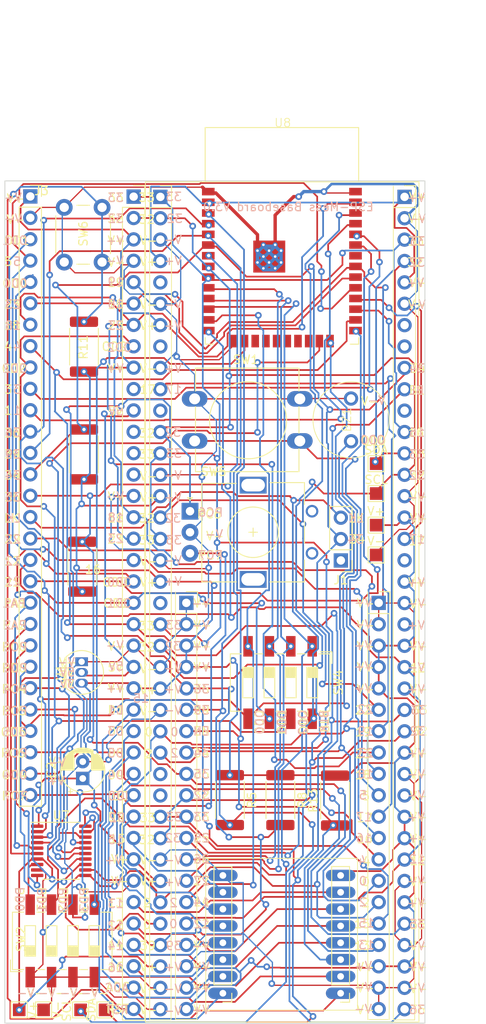
<source format=kicad_pcb>
(kicad_pcb (version 20221018) (generator pcbnew)
  (layers (0 "F.Cu" signal) (31 "B.Cu" signal) (34 "B.Paste" user) (35 "F.Paste" user) (36 "B.SilkS" user "B.Silkscreen") (37 "F.SilkS" user "F.Silkscreen") (38 "B.Mask" user) (39 "F.Mask" user) (44 "Edge.Cuts" user))
  (net 0 "")
  (net 1 "OD0")
  (net 2 "Net-(U3-IO_15)")
  (net 3 "Net-(U3-RST)")
  (net 4 "Net-(U3-IO_13)")
  (net 5 "Net-(U3-IO_12)")
  (net 6 "Net-(U3-IO_0)")
  (net 7 "RST (5)")
  (net 8 "MOSI (23)")
  (net 9 "SCK (18)")
  (net 10 "LLED (4)")
  (net 11 "IO_36")
  (net 12 "IO_39")
  (net 13 "IO_34")
  (net 14 "IO_35")
  (net 15 "BCLK")
  (net 16 "Net-(U3-ADC)")
  (net 17 "Net-(U3-IO_16)")
  (net 18 "Net-(U3-IO_14)")
  (net 19 "Net-(U3-D1_TX)")
  (net 20 "Net-(U3-D3_RX)")
  (net 21 "Net-(U3-D5_SCL)")
  (net 22 "Net-(U3-D4_SDA)")
  (net 23 "Net-(U3-D2_LED)")
  (net 24 "LED (22)")
  (net 25 "WLED (12)")
  (net 26 "Net-(J3-Pin_20)")
  (net 27 "Net-(J3-Pin_21)")
  (net 28 "Net-(J3-Pin_22)")
  (net 29 "Net-(J3-Pin_23)")
  (net 30 "GND")
  (net 31 "+5V")
  (net 32 "Net-(J3-Pin_24)")
  (net 33 "Net-(J3-Pin_25)")
  (net 34 "OD5 (15)")
  (net 35 "Net-(J3-Pin_27)")
  (net 36 "OD4 (13)")
  (net 37 "Net-(J3-Pin_29)")
  (net 38 "Net-(U7-PD3)")
  (net 39 "Net-(U7-PD2)")
  (net 40 "Net-(U7-PD1)")
  (net 41 "Net-(U7-PD0)")
  (net 42 "OD2 (26)")
  (net 43 "OD1 (25)")
  (net 44 "OD0 (14)")
  (net 45 "OD1")
  (net 46 "OD2")
  (net 47 "EN")
  (net 48 "SCL (32)")
  (net 49 "SDA (33)")
  (net 50 "MISO (19)")
  (net 51 "RX2 (17)")
  (net 52 "TX2 (16)")
  (net 53 "SCL1 (0)")
  (net 54 "SDA1 (2)")
  (net 76 "RX (3)")
  (net 77 "TX (1)")
  (net 78 "OD3 (27)")
  (net 81 "+3.3V")
  (net 82 "FREE (21)")
  (net 83 "Net-(U2-IO_16)")
  (net 84 "AUD (17)")
  (footprint "Resistor_SMD:R_2512_6332Metric" (layer "F.Cu") (at 123.222 128.001 -90)
    (fp_text reference "R8")
    (fp_text value "R")
  )
  (footprint "Rotary_Encoder:RotaryEncoder_Alps_EC11E_Vertical_H20mm" (layer "F.Cu") (at 112.482 93.676)
    (fp_text reference "SW5")
    (fp_text value "RotaryEncoder")
  )
  (footprint "Connector_PinHeader_2.54mm:PinHeader_1x03_P2.54mm_Vertical" (layer "F.Cu") (at 130.407 99.526 180)
    (fp_text reference "J1")
    (fp_text value "Conn_01x03")
  )
  (footprint "A_SensorNode:ESP12Base" (layer "F.Cu") (at 132.39 152.959 180)
    (fp_text reference "U3" hide)
    (fp_text value "~")
  )
  (footprint "Resistor_SMD:R_2512_6332Metric" (layer "F.Cu") (at 99.682 100.2635 90)
    (fp_text reference "R10" hide)
    (fp_text value "R")
  )
  (footprint "Package_SO:TSSOP-20_4.4x6.5mm_P0.65mm" (layer "F.Cu") (at 97.182 134.026)
    (fp_text reference "U7")
    (fp_text value "CH32V003F4P6")
  )
  (footprint "Resistor_SMD:R_2512_6332Metric" (layer "F.Cu") (at 117.222 128.001 -90)
    (fp_text reference "R5")
    (fp_text value "R")
  )
  (footprint "A_SensorNode:ESP32-WROOM-32D2" (layer "F.Cu") (at 123.5 48.034)
    (fp_text reference "U8")
    (fp_text value "ESP32-WROOM-32D")
  )
  (footprint "A_SensorNode:SensorBase" (layer "F.Cu") (at 106.417 54.548)
    (fp_text reference "U5" hide)
    (fp_text value "~")
  )
  (footprint "Resistor_SMD:R_2512_6332Metric" (layer "F.Cu") (at 99.882 74.126 -90)
    (fp_text reference "R11")
    (fp_text value "R")
  )
  (footprint "Resistor_SMD:R_2512_6332Metric" (layer "F.Cu") (at 129.722 128.051 90)
    (fp_text reference "R13")
    (fp_text value "R")
  )
  (footprint "Capacitor_THT:CP_Radial_D5.0mm_P2.00mm" (layer "F.Cu") (at 99.732 125.431113 90)
    (fp_text reference "C2")
    (fp_text value "C")
  )
  (footprint "TestPoint:TestPoint_Pad_1.5x1.5mm" (layer "F.Cu") (at 134.6 88.026)
    (fp_text reference "SDA")
    (fp_text value "TestPoint")
  )
  (footprint "Connector_PinSocket_2.54mm:PinSocket_1x39_P2.54mm_Vertical" (layer "F.Cu") (at 105.782 56.3)
    (fp_text reference "U4" hide)
    (fp_text value "~")
  )
  (footprint "Resistor_SMD:R_2512_6332Metric" (layer "F.Cu") (at 99.882 86.926 90)
    (fp_text reference "R9" hide)
    (fp_text value "R")
  )
  (footprint "Button_Switch_THT:SW_PUSH_6mm_H7.3mm" (layer "F.Cu") (at 97.532 64.076 90)
    (fp_text reference "SW6")
    (fp_text value "SW_Push")
  )
  (footprint "TestPoint:TestPoint_Pad_1.5x1.5mm" (layer "F.Cu") (at 134.6 91.576)
    (fp_text reference "SCL")
    (fp_text value "TestPoint")
  )
  (footprint "Connector_PinSocket_2.54mm:PinSocket_1x29_P2.54mm_Vertical" (layer "F.Cu") (at 93.5 56.276)
    (fp_text reference "J3")
    (fp_text value "Conn_01x29")
  )
  (footprint "TestPoint:TestPoint_Pad_1.5x1.5mm" (layer "F.Cu") (at 95.082 152.926 -90)
    (fp_text reference "V-")
    (fp_text value "TestPoint")
  )
  (footprint "TestPoint:TestPoint_Pad_1.5x1.5mm" (layer "F.Cu") (at 134.6 98.876)
    (fp_text reference "V-")
    (fp_text value "TestPoint")
  )
  (footprint "Button_Switch_SMD:SW_DIP_SPSTx04_Slide_6.7x11.72mm_W8.61mm_P2.54mm_LowProfile" (layer "F.Cu") (at 123.192 114.031 -90)
    (fp_text reference "SW4")
    (fp_text value "SW_DIP_x04")
  )
  (footprint "TestPoint:TestPoint_Pad_1.5x1.5mm" (layer "F.Cu") (at 134.6 95.326)
    (fp_text reference "V+")
    (fp_text value "TestPoint")
  )
  (footprint "A_SensorNode:LolinBase" (layer "F.Cu") (at 110.247 102.766)
    (fp_text reference "U2" hide)
    (fp_text value "~")
  )
  (footprint "TestPoint:TestPoint_Pad_1.5x1.5mm" (layer "F.Cu") (at 92.182 152.926 -90)
    (fp_text reference "V+")
    (fp_text value "TestPoint")
  )
  (footprint "Package_TO_SOT_THT:TO-92_Inline" (layer "F.Cu") (at 99.6 111.56 -90)
    (fp_text reference "U1")
    (fp_text value "MCP1700x-330xxTO")
  )
  (footprint "Button_Switch_SMD:SW_DIP_SPSTx04_Slide_6.7x11.72mm_W8.61mm_P2.54mm_LowProfile" (layer "F.Cu") (at 97.3 144.726 90)
    (fp_text reference "SW2")
    (fp_text value "SW_DIP_x04")
  )
  (footprint "A_SensorNode:BuzzerSmall" (layer "F.Cu") (at 131.622 82.826 90)
    (fp_text reference "BZ1")
    (fp_text value "Buzzer")
  )
  (footprint "TestPoint:TestPoint_Pad_1.5x1.5mm" (layer "F.Cu") (at 102.382 152.926 90)
    (fp_text reference "SDA")
    (fp_text value "TestPoint")
  )
  (footprint "TestPoint:TestPoint_Pad_1.5x1.5mm" (layer "F.Cu") (at 99.482 152.926 90)
    (fp_text reference "SCL")
    (fp_text value "TestPoint")
  )
  (footprint "Button_Switch_THT:SW_PUSH-12mm" (layer "F.Cu") (at 113.032 80.326)
    (fp_text reference "SW1")
    (fp_text value "SW_Push")
  )
  (gr_rect (start 90.482 54.426) (end 140.4 154.5) (stroke (width 0.1)) (fill none) (layer "Edge.Cuts"))
  (gr_text "PC4" (at 93.3 115.4) (layer "B.SilkS") (effects (font (size 1 1)) (justify left bottom mirror)))
  (gr_text "32" (at 140.5 90) (layer "B.SilkS") (effects (font (size 1 1)) (justify left bottom mirror)))
  (gr_text "PC7" (at 93.4 128.1) (layer "B.SilkS") (effects (font (size 1 1)) (justify left bottom mirror)))
  (gr_text "14" (at 114.9 140.7) (layer "B.SilkS") (effects (font (size 1 1)) (justify left bottom mirror)))
  (gr_text "V-" (at 135.8 81.1) (layer "B.SilkS") (effects (font (size 1 1)) (justify left bottom mirror)))
  (gr_text "V+\n" (at 104.7 77.3) (layer "B.SilkS") (effects (font (size 1 1)) (justify left bottom mirror)))
  (gr_text "V-\n" (at 111.6 62) (layer "B.SilkS") (effects (font (size 1 1)) (justify left bottom mirror)))
  (gr_text "V-\n" (at 116.5 97) (layer "B.SilkS") (effects (font (size 1 1)) (justify left bottom mirror)))
  (gr_text "36" (at 140.5 153.5) (layer "B.SilkS") (effects (font (size 1 1)) (justify left bottom mirror)))
  (gr_text "IO0" (at 105.3 128.1) (layer "B.SilkS") (effects (font (size 1 1)) (justify left bottom mirror)))
  (gr_text "3" (at 92.5 79.8) (layer "B.SilkS") (effects (font (size 1 1)) (justify left bottom mirror)))
  (gr_text "OD0" (at 105.7 102.7) (layer "B.SilkS") (effects (font (size 1 1)) (justify left bottom mirror)))
  (gr_text "14" (at 104.7 145.9) (layer "B.SilkS") (effects (font (size 1 1)) (justify left bottom mirror)))
  (gr_text "2" (at 133.6 140.7) (layer "B.SilkS") (effects (font (size 1 1)) (justify left bottom mirror)))
  (gr_text "V+" (at 97.7 126.3) (layer "B.SilkS") (effects (font (size 1 1)) (justify left bottom mirror)))
  (gr_text "32" (at 111.5 84.9) (layer "B.SilkS") (effects (font (size 1 1)) (justify left bottom mirror)))
  (gr_text "V+\n" (at 140.5 95.1) (layer "B.SilkS") (effects (font (size 1 1)) (justify left bottom mirror)))
  (gr_text "V+\n" (at 140.5 123) (layer "B.SilkS") (effects (font (size 1 1)) (justify left bottom mirror)))
  (gr_text "PC6" (at 116.5 94.4) (layer "B.SilkS") (effects (font (size 1 1)) (justify left bottom mirror)))
  (gr_text "D5" (at 104.7 123) (layer "B.SilkS") (effects (font (size 1 1)) (justify left bottom mirror)))
  (gr_text "D1" (at 104.7 117.9) (layer "B.SilkS") (effects (font (size 1 1)) (justify left bottom mirror)))
  (gr_text "4" (at 133.5 135.8) (layer "B.SilkS") (effects (font (size 1 1)) (justify left bottom mirror)))
  (gr_text "34" (at 114.9 123) (layer "B.SilkS") (effects (font (size 1 1)) (justify left bottom mirror)))
  (gr_text "RST" (at 105.3 153.5) (layer "B.SilkS") (effects (font (size 1 1)) (justify left bottom mirror)))
  (gr_text "15" (at 134.5 143.2) (layer "B.SilkS") (effects (font (size 1 1)) (justify left bottom mirror)))
  (gr_text "OD1" (at 105.7 105.2) (layer "B.SilkS") (effects (font (size 1 1)) (justify left bottom mirror)))
  (gr_text "V+" (at 140.4 67.1) (layer "B.SilkS") (effects (font (size 1 1)) (justify left bottom mirror)))
  (gr_text "PC5" (at 93.3 118) (layer "B.SilkS") (effects (font (size 1 1)) (justify left bottom mirror)))
  (gr_text "V-" (at 134.2 150.8) (layer "B.SilkS") (effects (font (size 1 1)) (justify left bottom mirror)))
  (gr_text "V-\n" (at 111.6 100.1) (layer "B.SilkS") (effects (font (size 1 1)) (justify left bottom mirror)))
  (gr_text "BL" (at 140.4 79.9) (layer "B.SilkS") (effects (font (size 1 1)) (justify left bottom mirror)))
  (gr_text "12" (at 92.5 100.2) (layer "B.SilkS") (effects (font (size 1 1)) (justify left bottom mirror)))
  (gr_text "LK" (at 92.5 95.1) (layer "B.SilkS") (effects (font (size 1 1)) (justify left bottom mirror)))
  (gr_text "V-\n" (at 111.6 90) (layer "B.SilkS") (effects (font (size 1 1)) (justify left bottom mirror)))
  (gr_text "V+\n" (at 111.6 92.6) (layer "B.SilkS") (effects (font (size 1 1)) (justify left bottom mirror)))
  (gr_text "V+\n" (at 111.6 148.4) (layer "B.SilkS") (effects (font (size 1 1)) (justify left bottom mirror)))
  (gr_text "16" (at 104.7 148.5) (layer "B.SilkS") (effects (font (size 1 1)) (justify left bottom mirror)))
  (gr_text "13" (at 134.5 145.8) (layer "B.SilkS") (effects (font (size 1 1)) (justify left bottom mirror)))
  (gr_text "V-" (at 134.2 105.1) (layer "B.SilkS") (effects (font (size 1 1)) (justify left bottom mirror)))
  (gr_text "23" (at 134.4 123) (layer "B.SilkS") (effects (font (size 1 1)) (justify left bottom mirror)))
  (gr_text "33" (at 111.6 130.6) (layer "B.SilkS") (effects (font (size 1 1)) (justify left bottom mirror)))
  (gr_text "32" (at 111.5 110.3) (layer "B.SilkS") (effects (font (size 1 1)) (justify left bottom mirror)))
  (gr_text "23" (at 104.7 72.2) (layer "B.SilkS") (effects (font (size 1 1)) (justify left bottom mirror)))
  (gr_text "19" (at 134.4 120.4) (layer "B.SilkS") (effects (font (size 1 1)) (justify left bottom mirror)))
  (gr_text "25" (at 114.9 133.1) (layer "B.SilkS") (effects (font (size 1 1)) (justify left bottom mirror)))
  (gr_text "26" (at 114.9 135.6) (layer "B.SilkS") (effects (font (size 1 1)) (justify left bottom mirror)))
  (gr_text "5" (at 133.6 128) (layer "B.SilkS") (effects (font (size 1 1)) (justify left bottom mirror)))
  (gr_text "V+" (at 114.9 153.5) (layer "B.SilkS") (effects (font (size 1 1)) (justify left bottom mirror)))
  (gr_text "V+" (at 134.2 112.7) (layer "B.SilkS") (effects (font (size 1 1)) (justify left bottom mirror)))
  (gr_text "PD1" (at 95.5 138.3 90) (layer "B.SilkS") (effects (font (size 1 1)) (justify left bottom mirror)))
  (gr_text "V+\n" (at 111.6 138.3) (layer "B.SilkS") (effects (font (size 1 1)) (justify left bottom mirror)))
  (gr_text "V-" (at 104.5 138.3) (layer "B.SilkS") (effects (font (size 1 1)) (justify left bottom mirror)))
  (gr_text "3V" (at 98.9 114.8) (layer "B.SilkS") (effects (font (size 1 1)) (justify left bottom mirror)))
  (gr_text "D4" (at 104.7 125.6) (layer "B.SilkS") (effects (font (size 1 1)) (justify left bottom mirror)))
  (gr_text "V+\n" (at 104.7 115.3) (layer "B.SilkS") (effects (font (size 1 1)) (justify left bottom mirror)))
  (gr_text "V+\n" (at 104.5 135.7) (layer "B.SilkS") (effects (font (size 1 1)) (justify left bottom mirror)))
  (gr_text "V+\n" (at 111.6 115.4) (layer "B.SilkS") (effects (font (size 1 1)) (justify left bottom mirror)))
  (gr_text "17" (at 140.5 97.6) (layer "B.SilkS") (effects (font (size 1 1)) (justify left bottom mirror)))
  (gr_text "36" (at 114.9 115.4) (layer "B.SilkS") (effects (font (size 1 1)) (justify left bottom mirror)))
  (gr_text "18" (at 104.7 95) (layer "B.SilkS") (effects (font (size 1 1)) (justify left bottom mirror)))
  (gr_text "34" (at 133.2 97.6) (layer "B.SilkS") (effects (font (size 1 1)) (justify left bottom mirror)))
  (gr_text "V+" (at 140.5 148.4) (layer "B.SilkS") (effects (font (size 1 1)) (justify left bottom mirror)))
  (gr_text "V-\n" (at 140.5 110.3) (layer "B.SilkS") (effects (font (size 1 1)) (justify left bottom mirror)))
  (gr_text "22" (at 134.4 117.8) (layer "B.SilkS") (effects (font (size 1 1)) (justify left bottom mirror)))
  (gr_text "V+\n" (at 104.7 62.1) (layer "B.SilkS") (effects (font (size 1 1)) (justify left bottom mirror)))
  (gr_text "V-" (at 140.6 69.7) (layer "B.SilkS") (effects (font (size 1 1)) (justify left bottom mirror)))
  (gr_text "V-\n" (at 140.5 105.2) (layer "B.SilkS") (effects (font (size 1 1)) (justify left bottom mirror)))
  (gr_text "V-" (at 140.5 138.2) (layer "B.SilkS") (effects (font (size 1 1)) (justify left bottom mirror)))
  (gr_text "V+" (at 114.9 150.9) (layer "B.SilkS") (effects (font (size 1 1)) (justify left bottom mirror)))
  (gr_text "V+" (at 134.2 110.2) (layer "B.SilkS") (effects (font (size 1 1)) (justify left bottom mirror)))
  (gr_text "32" (at 140.5 64.7) (layer "B.SilkS") (effects (font (size 1 1)) (justify left bottom mirror)))
  (gr_text "17" (at 134.2 130.6) (layer "B.SilkS") (effects (font (size 1 1)) (justify left bottom mirror)))
  (gr_text "34" (at 92.5 90) (layer "B.SilkS") (effects (font (size 1 1)) (justify left bottom mirror)))
  (gr_text "V-\n" (at 96.6 151.5) (layer "B.SilkS") (effects (font (size 1 1)) (justify left bottom mirror)))
  (gr_text "5V" (at 98.9 113.4) (layer "B.SilkS") (effects (font (size 1 1)) (justify left bottom mirror)))
  (gr_text "V+\n" (at 111.6 64.5) (layer "B.SilkS") (effects (font (size 1 1)) (justify left bottom mirror)))
  (gr_text "23" (at 104.7 97.5) (layer "B.SilkS") (effects (font (size 1 1)) (justify left bottom mirror)))
  (gr_text "V-" (at 114.9 145.9) (layer "B.SilkS") (effects (font (size 1 1)) (justify left bottom mirror)))
  (gr_text "2" (at 111.2 123) (layer "B.SilkS") (effects (font (size 1 1)) (justify left bottom mirror)))
  (gr_text "V+\n" (at 111.6 102.6) (layer "B.SilkS") (effects (font (size 1 1)) (justify left bottom mirror)))
  (gr_text "18" (at 92.5 72.2) (layer "B.SilkS") (effects (font (size 1 1)) (justify left bottom mirror)))
  (gr_text "33" (at 140.5 87.5) (layer "B.SilkS") (effects (font (size 1 1)) (justify left bottom mirror)))
  (gr_text "D2" (at 104.9 130.7) (layer "B.SilkS") (effects (font (size 1 1)) (justify left bottom mirror)))
  (gr_text "V-" (at 140.6 59.5) (layer "B.SilkS") (effects (font (size 1 1)) (justify left bottom mirror)))
  (gr_text "21" (at 92.5 102.6) (layer "B.SilkS") (effects (font (size 1 1)) (justify left bottom mirror)))
  (gr_text "V+\n" (at 140.5 102.7) (layer "B.SilkS") (effects (font (size 1 1)) (justify left bottom mirror)))
  (gr_text "16" (at 140.5 84.9) (layer "B.SilkS") (effects (font (size 1 1)) (justify left bottom mirror)))
  (gr_text "0" (at 133.6 138.2) (layer "B.SilkS") (effects (font (size 1 1)) (justify left bottom mirror)))
  (gr_text "33" (at 104.7 57) (layer "B.SilkS") (effects (font (size 1 1)) (justify left bottom mirror)))
  (gr_text "12" (at 140.5 135.6) (layer "B.SilkS") (effects (font (size 1 1)) (justify left bottom mirror)))
  (gr_text "33" (at 111.6 107.8) (layer "B.SilkS") (effects (font (size 1 1)) (justify left bottom mirror)))
  (gr_text "OD1" (at 93.3 62.1) (layer "B.SilkS") (effects (font (size 1 1)) (justify left bottom mirror)))
  (gr_text "17" (at 111.6 79.8) (layer "B.SilkS") (effects (font (size 1 1)) (justify left bottom mirror)))
  (gr_text "0D0" (at 93.3 67.2) (layer "B.SilkS") (effects (font (size 1 1)) (justify left bottom mirror)))
  (gr_text "OD0" (at 121.4 117.1 90) (layer "B.SilkS") (effects (font (size 1 1)) (justify left bottom mirror)))
  (gr_text "OD2" (at 126.5 117.2 90) (layer "B.SilkS") (effects (font (size 1 1)) (justify left bottom mirror)))
  (gr_text "V-\n" (at 140.5 128) (layer "B.SilkS") (effects (font (size 1 1)) (justify left bottom mirror)))
  (gr_text "5V" (at 104.7 82.4) (layer "B.SilkS") (effects (font (size 1 1)) (justify left bottom mirror)))
  (gr_text "PD0" (at 92.9 138.2 90) (layer "B.SilkS") (effects (font (size 1 1)) (justify left bottom mirror)))
  (gr_text "22" (at 92.5 97.6) (layer "B.SilkS") (effects (font (size 1 1)) (justify left bottom mirror)))
  (gr_text "PA1" (at 93.1 105.2) (layer "B.SilkS") (effects (font (size 1 1)) (justify left bottom mirror)))
  (gr_text "V-" (at 97.8 124.1) (layer "B.SilkS") (effects (font (size 1 1)) (justify left bottom mirror)))
  (gr_text "12" (at 104.7 143.5) (layer "B.SilkS") (effects (font (size 1 1)) (justify left bottom mirror)))
  (gr_text "V-" (at 98.9 112.2) (layer "B.SilkS") (effects (font (size 1 1)) (justify left bottom mirror)))
  (gr_text "V+" (at 134.2 115.3) (layer "B.SilkS") (effects (font (size 1 1)) (justify left bottom mirror)))
  (gr_text "0" (at 111.2 120.5) (layer "B.SilkS") (effects (font (size 1 1)) (justify left bottom mirror)))
  (gr_text "32" (at 140.6 120.4) (layer "B.SilkS") (effects (font (size 1 1)) (justify left bottom mirror)))
  (gr_text "33" (at 114.9 130.6) (layer "B.SilkS") (effects (font (size 1 1)) (justify left bottom mirror)))
  (gr_text "V-\n" (at 140.5 150.9) (layer "B.SilkS") (effects (font (size 1 1)) (justify left bottom mirror)))
  (gr_text "ADC" (at 105.3 150.9) (layer "B.SilkS") (effects (font (size 1 1)) (justify left bottom mirror)))
  (gr_text "V-\n" (at 140.5 92.6) (layer "B.SilkS") (effects (font (size 1 1)) (justify left bottom mirror)))
  (gr_text "35" (at 92.5 92.6) (layer "B.SilkS") (effects (font (size 1 1)) (justify left bottom mirror)))
  (gr_text "PC6" (at 93.3 123) (layer "B.SilkS") (effects (font (size 1 1)) (justify left bottom mirror)))
  (gr_text "OD2" (at 105.7 74.8) (layer "B.SilkS") (effects (font (size 1 1)) (justify left bottom mirror)))
  (gr_text "V+" (at 140.5 57) (layer "B.SilkS") (effects (font (size 1 1)) (justify left bottom mirror)))
  (gr_text "32" (at 111.7 59.5) (layer "B.SilkS") (effects (font (size 1 1)) (justify left bottom mirror)))
  (gr_text "BLK" (at 129 117.2 90) (layer "B.SilkS") (effects (font (size 1 1)) (justify left bottom mirror)))
  (gr_text "V+\n" (at 140.5 130.6) (layer "B.SilkS") (effects (font (size 1 1)) (justify left bottom mirror)))
  (gr_text "32" (at 114.9 128) (layer "B.SilkS") (effects (font (size 1 1)) (justify left bottom mirror)))
  (gr_text "V-\n" (at 111.6 153.6) (layer "B.SilkS") (effects (font (size 1 1)) (justify left bottom mirror)))
  (gr_text "V-\n" (at 111.6 69.7) (layer "B.SilkS") (effects (font (size 1 1)) (justify left bottom mirror)))
  (gr_text "33" (at 111.6 97.7) (layer "B.SilkS") (effects (font (size 1 1)) (justify left bottom mirror)))
  (gr_text "0" (at 110.5 143.3) (layer "B.SilkS") (effects (font (size 1 1)) (justify bottom mirror)))
  (gr_text "V-\n" (at 94.1 151.5) (layer "B.SilkS") (effects (font (size 1 1)) (justify left bottom mirror)))
  (gr_text "OD1" (at 124 117.2 90) (layer "B.SilkS") (effects (font (size 1 1)) (justify left bottom mirror)))
  (gr_text "27" (at 114.9 138.2) (layer "B.SilkS") (effects (font (size 1 1)) (justify left bottom mirror)))
  (gr_text "V+\n" (at 140.5 107.8) (layer "B.SilkS") (effects (font (size 1 1)) (justify left bottom mirror)))
  (gr_text "V-\n" (at 104.7 110.2) (layer "B.SilkS") (effects (font (size 1 1)) (justify left bottom mirror)))
  (gr_text "18" (at 104.7 69.6) (layer "B.SilkS") (effects (font (size 1 1)) (justify left bottom mirror)))
  (gr_text "32" (at 104.7 59.5) (layer "B.SilkS") (effects (font (size 1 1)) (justify left bottom mirror)))
  (gr_text "LK" (at 133.2 95.1) (layer "B.SilkS") (effects (font (size 1 1)) (justify left bottom mirror)))
  (gr_text "33" (at 140.7 117.9) (layer "B.SilkS") (effects (font (size 1 1)) (justify left bottom mirror)))
  (gr_text "V-" (at 114.9 105.2) (layer "B.SilkS") (effects (font (size 1 1)) (justify left bottom mirror)))
  (gr_text "V-" (at 134.2 153.4) (layer "B.SilkS") (effects (font (size 1 1)) (justify left bottom mirror)))
  (gr_text "V-\n" (at 104.7 64.5) (layer "B.SilkS") (effects (font (size 1 1)) (justify left bottom mirror)))
  (gr_text "OD2" (at 93.3 77.3) (layer "B.SilkS") (effects (font (size 1 1)) (justify left bottom mirror)))
  (gr_text "V-" (at 111.6 117.9) (layer "B.SilkS") (effects (font (size 1 1)) (justify left bottom mirror)))
  (gr_text "PD2" (at 98 138.3 90) (layer "B.SilkS") (effects (font (size 1 1)) (justify left bottom mirror)))
  (gr_text "16" (at 134.2 133.1) (layer "B.SilkS") (effects (font (size 1 1)) (justify left bottom mirror)))
  (gr_text "PA2" (at 93.2 107.8) (layer "B.SilkS") (effects (font (size 1 1)) (justify left bottom mirror)))
  (gr_text "PC7" (at 116.5 99.5) (layer "B.SilkS") (effects (font (size 1 1)) (justify left bottom mirror)))
  (gr_text "15" (at 107.7 116.5) (layer "B.SilkS") (effects (font (size 1 1)) (justify left bottom mirror)))
  (gr_text "V-\n" (at 140.5 112.8) (layer "B.SilkS") (effects (font (size 1 1)) (justify left bottom mirror)))
  (gr_text "V+\n" (at 111.6 77.3) (layer "B.SilkS") (effects (font (size 1 1)) (justify left bottom mirror)))
  (gr_text "32" (at 111.5 133.1) (layer "B.SilkS") (effects (font (size 1 1)) (justify left bottom mirror)))
  (gr_text "V-" (at 114.9 148.4) (layer "B.SilkS") (effects (font (size 1 1)) (justify left bottom mirror)))
  (gr_text "33" (at 111.6 87.4) (layer "B.SilkS") (effects (font (size 1 1)) (justify left bottom mirror)))
  (gr_text "V+\n" (at 111.6 72.2) (layer "B.SilkS") (effects (font (size 1 1)) (justify left bottom mirror)))
  (gr_text "23" (at 92.5 69.7) (layer "B.SilkS") (effects (font (size 1 1)) (justify left bottom mirror)))
  (gr_text "OD0" (at 135.8 85.8) (layer "B.SilkS") (effects (font (size 1 1)) (justify left bottom mirror)))
  (gr_text "34" (at 140.5 77.3) (layer "B.SilkS") (effects (font (size 1 1)) (justify left bottom mirror)))
  (gr_text "PC0\n" (at 93.3 110.4) (layer "B.SilkS") (effects (font (size 1 1)) (justify left bottom mirror)))
  (gr_text "19" (at 104.7 67) (layer "B.SilkS") (effects (font (size 1 1)) (justify left bottom mirror)))
  (gr_text "2" (at 111.1 140.8) (layer "B.SilkS") (effects (font (size 1 1)) (justify left bottom mirror)))
  (gr_text "V-\n" (at 111.6 135.7) (layer "B.SilkS") (effects (font (size 1 1)) (justify left bottom mirror)))
  (gr_text "32" (at 111.5 95.1) (layer "B.SilkS") (effects (font (size 1 1)) (justify left bottom mirror)))
  (gr_text "V+\n" (at 140.5 115.4) (layer "B.SilkS") (effects (font (size 1 1)) (justify left bottom mirror)))
  (gr_text "V-" (at 114.9 107.8) (layer "B.SilkS") (effects (font (size 1 1)) (justify left bottom mirror)))
  (gr_text "V-" (at 140.5 145.9) (layer "B.SilkS") (effects (font (size 1 1)) (justify left bottom mirror)))
  (gr_text "ESP-Mess Baseboard V3.0" (at 134.4 58.1) (layer "B.SilkS") (effects (font (size 1 1)) (justify left bottom mirror)))
  (gr_text "V-\n" (at 99.2 151.5) (layer "B.SilkS") (effects (font (size 1 1)) (justify left bottom mirror)))
  (gr_text "V-\n" (at 101.7 151.5) (layer "B.SilkS") (effects (font (size 1 1)) (justify left bottom mirror)))
  (gr_text "EN" (at 114.9 120.4) (layer "B.SilkS") (effects (font (size 1 1)) (justify left bottom mirror)))
  (gr_text "39\n" (at 111.6 145.9) (layer "B.SilkS") (effects (font (size 1 1)) (justify left bottom mirror)))
  (gr_text "V-\n" (at 92.6 59.5) (layer "B.SilkS") (effects (font (size 1 1)) (justify left bottom mirror)))
  (gr_text "V+" (at 134.2 148.3) (layer "B.SilkS") (effects (font (size 1 1)) (justify left bottom mirror)))
  (gr_text "15" (at 104.7 133.3) (layer "B.SilkS") (effects (font (size 1 1)) (justify left bottom mirror)))
  (gr_text "V+" (at 114.9 110.3) (layer "B.SilkS") (effects (font (size 1 1)) (justify left bottom mirror)))
  (gr_text "V-" (at 134.2 107.7) (layer "B.SilkS") (effects (font (size 1 1)) (justify left bottom mirror)))
  (gr_text "OD4" (at 93.3 125.6) (layer "B.SilkS") (effects (font (size 1 1)) (justify left bottom mirror)))
  (gr_text "39" (at 92.5 87.5) (layer "B.SilkS") (effects (font (size 1 1)) (justify left bottom mirror)))
  (gr_text "33" (at 140.6 62.2) (layer "B.SilkS") (effects (font (size 1 1)) (justify left bottom mirror)))
  (gr_text "5" (at 92.5 64.6) (layer "B.SilkS") (effects (font (size 1 1)) (justify left bottom mirror)))
  (gr_text "5V" (at 104.7 112.7) (layer "B.SilkS") (effects (font (size 1 1)) (justify left bottom mirror)))
  (gr_text "33" (at 111.6 56.9) (layer "B.SilkS") (effects (font (size 1 1)) (justify left bottom mirror)))
  (gr_text "V-\n" (at 111.6 151) (layer "B.SilkS") (effects (font (size 1 1)) (justify left bottom mirror)))
  (gr_text "13" (at 104.7 140.9) (layer "B.SilkS") (effects (font (size 1 1)) (justify left bottom mirror)))
  (gr_text "39" (at 114.9 117.9) (layer "B.SilkS") (effects (font (size 1 1)) (justify left bottom mirror)))
  (gr_text "V+" (at 140.5 140.8) (layer "B.SilkS") (effects (font (size 1 1)) (justify left bottom mirror)))
  (gr_text "V-" (at 104.7 92.5) (layer "B.SilkS") (effects (font (size 1 1)) (justify left bottom mirror)))
  (gr_text "4" (at 92.5 74.7) (layer "B.SilkS") (effects (font (size 1 1)) (justify left bottom mirror)))
  (gr_text "18" (at 134.4 125.5) (layer "B.SilkS") (effects (font (size 1 1)) (justify left bottom mirror)))
  (gr_text "36" (at 92.5 84.9) (layer "B.SilkS") (effects (font (size 1 1)) (justify left bottom mirror)))
  (gr_text "OD5" (at 93.3 120.5) (layer "B.SilkS") (effects (font (size 1 1)) (justify left bottom mirror)))
  (gr_text "PD0" (at 93.3 112.9) (layer "B.SilkS") (effects (font (size 1 1)) (justify left bottom mirror)))
  (gr_text "PD3" (at 100.5 138.3 90) (layer "B.SilkS") (effects (font (size 1 1)) (justify left bottom mirror)))
  (gr_text "V+" (at 92.6 57) (layer "B.SilkS") (effects (font (size 1 1)) (justify left bottom mirror)))
  (gr_text "V-\n" (at 140.5 125.5) (layer "B.SilkS") (effects (font (size 1 1)) (justify left bottom mirror)))
  (gr_text "V+" (at 114.9 112.8) (layer "B.SilkS") (effects (font (size 1 1)) (justify left bottom mirror)))
  (gr_text "V-\n" (at 111.6 112.9) (layer "B.SilkS") (effects (font (size 1 1)) (justify left bottom mirror)))
  (gr_text "35" (at 114.9 125.5) (layer "B.SilkS") (effects (font (size 1 1)) (justify left bottom mirror)))
  (gr_text "12" (at 114.9 143.3) (layer "B.SilkS") (effects (font (size 1 1)) (justify left bottom mirror)))
  (gr_text "D3" (at 104.7 120.4) (layer "B.SilkS") (effects (font (size 1 1)) (justify left bottom mirror)))
  (gr_text "v+" (at 140.5 133.1) (layer "B.SilkS") (effects (font (size 1 1)) (justify left bottom mirror)))
  (gr_text "1" (at 92.5 82.3) (layer "B.SilkS") (effects (font (size 1 1)) (justify left bottom mirror)))
  (gr_text "35" (at 140.5 143.3) (layer "B.SilkS") (effects (font (size 1 1)) (justify left bottom mirror)))
  (gr_text "26" (at 112.8 135.6) (layer "F.SilkS") (effects (font (size 1 1)) (justify left bottom)))
  (gr_text "D2" (at 102.6 130.6) (layer "F.SilkS") (effects (font (size 1 1)) (justify left bottom)))
  (gr_text "V+" (at 138.5 130.6) (layer "F.SilkS") (effects (font (size 1 1)) (justify left bottom)))
  (gr_text "4" (at 90.3 74.7) (layer "F.SilkS") (effects (font (size 1 1)) (justify left bottom)))
  (gr_text "33" (at 106.3 97.7) (layer "F.SilkS") (effects (font (size 1 1)) (justify left bottom)))
  (gr_text "33" (at 138.3 62.2) (layer "F.SilkS") (effects (font (size 1 1)) (justify left bottom)))
  (gr_text "V-" (at 102.6 110.3) (layer "F.SilkS") (effects (font (size 1 1)) (justify left bottom)))
  (gr_text "PD1" (at 94.2 138.2 -90) (layer "F.SilkS") (effects (font (size 1 1)) (justify left bottom)))
  (gr_text "V-" (at 106.4 90.1) (layer "F.SilkS") (effects (font (size 1 1)) (justify left bottom)))
  (gr_text "36" (at 138.5 153.5) (layer "F.SilkS") (effects (font (size 1 1)) (justify left bottom)))
  (gr_text "V-" (at 112.8 105.2) (layer "F.SilkS") (effects (font (size 1 1)) (justify left bottom)))
  (gr_text "V-" (at 95.5 151.5) (layer "F.SilkS") (effects (font (size 1 1)) (justify left bottom)))
  (gr_text "V+\n" (at 103 135.6) (layer "F.SilkS") (effects (font (size 1 1)) (justify left bottom)))
  (gr_text "12" (at 90.3 100.2) (layer "F.SilkS") (effects (font (size 1 1)) (justify left bottom)))
  (gr_text "14" (at 102.6 145.8) (layer "F.SilkS") (effects (font (size 1 1)) (justify left bottom)))
  (gr_text "LK" (at 131.3 95.1) (layer "F.SilkS") (effects (font (size 1 1)) (justify left bottom)))
  (gr_text "V+" (at 138.5 148.4) (layer "F.SilkS") (effects (font (size 1 1)) (justify left bottom)))
  (gr_text "5" (at 132.8 128.1) (layer "F.SilkS") (effects (font (size 1 1)) (justify left bottom)))
  (gr_text "V-" (at 132.2 150.9) (layer "F.SilkS") (effects (font (size 1 1)) (justify left bottom)))
  (gr_text "5" (at 90.3 64.6) (layer "F.SilkS") (effects (font (size 1 1)) (justify left bottom)))
  (gr_text "V-" (at 114.3 97.2) (layer "F.SilkS") (effects (font (size 1 1)) (justify left bottom)))
  (gr_text "32" (at 138.4 90) (layer "F.SilkS") (effects (font (size 1 1)) (justify left bottom)))
  (gr_text "V-" (at 106.4 69.7) (layer "F.SilkS") (effects (font (size 1 1)) (justify left bottom)))
  (gr_text "V-" (at 98.1 151.5) (layer "F.SilkS") (effects (font (size 1 1)) (justify left bottom)))
  (gr_text "V-" (at 106.4 151) (layer "F.SilkS") (effects (font (size 1 1)) (justify left bottom)))
  (gr_text "3" (at 90.3 79.8) (layer "F.SilkS") (effects (font (size 1 1)) (justify left bottom)))
  (gr_text "5V" (at 102.6 112.8) (layer "F.SilkS") (effects (font (size 1 1)) (justify left bottom)))
  (gr_text "PC6" (at 89.9 123) (layer "F.SilkS") (effects (font (size 1 1)) (justify left bottom)))
  (gr_text "15" (at 131.9 143.3) (layer "F.SilkS") (effects (font (size 1 1)) (justify left bottom)))
  (gr_text "3V" (at 96.8 114.8) (layer "F.SilkS") (effects (font (size 1 1)) (justify left bottom)))
  (gr_text "35" (at 90.3 92.6) (layer "F.SilkS") (effects (font (size 1 1)) (justify left bottom)))
  (gr_text "V-" (at 138.5 92.5) (layer "F.SilkS") (effects (font (size 1 1)) (justify left bottom)))
  (gr_text "19" (at 102.6 67.1) (layer "F.SilkS") (effects (font (size 1 1)) (justify left bottom)))
  (gr_text "2" (at 107 123.1) (layer "F.SilkS") (effects (font (size 1 1)) (justify left bottom)))
  (gr_text "V-" (at 106.4 118) (layer "F.SilkS") (effects (font (size 1 1)) (justify left bottom)))
  (gr_text "34" (at 112.8 123) (layer "F.SilkS") (effects (font (size 1 1)) (justify left bottom)))
  (gr_text "22" (at 132 117.9) (layer "F.SilkS") (effects (font (size 1 1)) (justify left bottom)))
  (gr_text "V-" (at 106.4 135.7) (layer "F.SilkS") (effects (font (size 1 1)) (justify left bottom)))
  (gr_text "V-" (at 90.6 59.6) (layer "F.SilkS") (effects (font (size 1 1)) (justify left bottom)))
  (gr_text "16" (at 132.2 133.2) (layer "F.SilkS") (effects (font (size 1 1)) (justify left bottom)))
  (gr_text "V-" (at 138.5 138.3) (layer "F.SilkS") (effects (font (size 1 1)) (justify left bottom)))
  (gr_text "D3" (at 102.6 120.4) (layer "F.SilkS") (effects (font (size 1 1)) (justify left bottom)))
  (gr_text "V+" (at 112.8 150.9) (layer "F.SilkS") (effects (font (size 1 1)) (justify left bottom)))
  (gr_text "33" (at 106.3 107.9) (layer "F.SilkS") (effects (font (size 1 1)) (justify left bottom)))
  (gr_text "PC7" (at 90 128.1) (layer "F.SilkS") (effects (font (size 1 1)) (justify left bottom)))
  (gr_text "V+" (at 138.5 133.2) (layer "F.SilkS") (effects (font (size 1 1)) (justify left bottom)))
  (gr_text "V-" (at 106.4 77.3) (layer "F.SilkS") (effects (font (size 1 1)) (justify left bottom)))
  (gr_text "17" (at 132.2 130.7) (layer "F.SilkS") (effects (font (size 1 1)) (justify left bottom)))
  (gr_text "V+" (at 112.8 110.3) (layer "F.SilkS") (effects (font (size 1 1)) (justify left bottom)))
  (gr_text "D4" (at 102.6 125.6) (layer "F.SilkS") (effects (font (size 1 1)) (justify left bottom)))
  (gr_text "V+" (at 138.4 56.9) (layer "F.SilkS") (effects (font (size 1 1)) (justify left bottom)))
  (gr_text "39" (at 112.8 117.9) (layer "F.SilkS") (effects (font (size 1 1)) (justify left bottom)))
  (gr_text "32" (at 106.3 133.3) (layer "F.SilkS") (effects (font (size 1 1)) (justify left bottom)))
  (gr_text "OD0" (at 132.7 85.9) (layer "F.SilkS") (effects (font (size 1 1)) (justify left bottom)))
  (gr_text "BL" (at 138.4 79.9) (layer "F.SilkS") (effects (font (size 1 1)) (justify left bottom)))
  (gr_text "23" (at 102.6 97.6) (layer "F.SilkS") (effects (font (size 1 1)) (justify left bottom)))
  (gr_text "V+" (at 106.4 148.4) (layer "F.SilkS") (effects (font (size 1 1)) (justify left bottom)))
  (gr_text "32" (at 106.3 95.1) (layer "F.SilkS") (effects (font (size 1 1)) (justify left bottom)))
  (gr_text "21" (at 90.3 102.7) (layer "F.SilkS") (effects (font (size 1 1)) (justify left bottom)))
  (gr_text "V-" (at 112.8 145.9) (layer "F.SilkS") (effects (font (size 1 1)) (justify left bottom)))
  (gr_text "V+" (at 90.6 57.1) (layer "F.SilkS") (effects (font (size 1 1)) (justify left bottom)))
  (gr_text "5V" (at 102.6 82.4) (layer "F.SilkS") (effects (font (size 1 1)) (justify left bottom)))
  (gr_text "V-" (at 138.5 128.1) (layer "F.SilkS") (effects (font (size 1 1)) (justify left bottom)))
  (gr_text "39" (at 90.3 87.5) (layer "F.SilkS") (effects (font (size 1 1)) (justify left bottom)))
  (gr_text "33" (at 102.6 57) (layer "F.SilkS") (effects (font (size 1 1)) (justify left bottom)))
  (gr_text "ADC" (at 102.4 150.8) (layer "F.SilkS") (effects (font (size 1 1)) (justify left bottom)))
  (gr_text "35" (at 138.5 143.4) (layer "F.SilkS") (effects (font (size 1 1)) (justify left bottom)))
  (gr_text "34" (at 90.3 90) (layer "F.SilkS") (effects (font (size 1 1)) (justify left bottom)))
  (gr_text "V+" (at 106.4 138.2) (layer "F.SilkS") (effects (font (size 1 1)) (justify left bottom)))
  (gr_text "1" (at 90.3 82.3) (layer "F.SilkS") (effects (font (size 1 1)) (justify left bottom)))
  (gr_text "OD5" (at 89.9 120.5) (layer "F.SilkS") (effects (font (size 1 1)) (justify left bottom)))
  (gr_text "LK" (at 90.3 95.1) (layer "F.SilkS") (effects (font (size 1 1)) (justify left bottom)))
  (gr_text "16" (at 138.3 84.9) (layer "F.SilkS") (effects (font (size 1 1)) (justify left bottom)))
  (gr_text "25" (at 112.8 133.1) (layer "F.SilkS") (effects (font (size 1 1)) (justify left bottom)))
  (gr_text "V+" (at 138.5 110.3) (layer "F.SilkS") (effects (font (size 1 1)) (justify left bottom)))
  (gr_text "23" (at 90.3 69.7) (layer "F.SilkS") (effects (font (size 1 1)) (justify left bottom)))
  (gr_text "PD0" (at 91.6 138.2 -90) (layer "F.SilkS") (effects (font (size 1 1)) (justify left bottom)))
  (gr_text "OD1" (at 90.3 62.1) (layer "F.SilkS") (effects (font (size 1 1)) (justify left bottom)))
  (gr_text "0D2" (at 90 77.3) (layer "F.SilkS") (effects (font (size 1 1)) (justify left bottom)))
  (gr_text "5V" (at 96.8 113.4) (layer "F.SilkS") (effects (font (size 1 1)) (justify left bottom)))
  (gr_text "V-" (at 93 151.5) (layer "F.SilkS") (effects (font (size 1 1)) (justify left bottom)))
  (gr_text "V+" (at 102.6 62.1) (layer "F.SilkS") (effects (font (size 1 1)) (justify left bottom)))
  (gr_text "V-" (at 106.4 113) (layer "F.SilkS") (effects (font (size 1 1)) (justify left bottom)))
  (gr_text "D1" (at 102.6 117.9) (layer "F.SilkS") (effects (font (size 1 1)) (justify left bottom)))
  (gr_text "V-" (at 138.5 125.5) (layer "F.SilkS") (effects (font (size 1 1)) (justify left bottom)))
  (gr_text "32" (at 106.3 85) (layer "F.SilkS") (effects (font (size 1 1)) (justify left bottom)))
  (gr_text "V+" (at 112.8 112.8) (layer "F.SilkS") (effects (font (size 1 1)) (justify left bottom)))
  (gr_text "36" (at 112.8 115.4) (layer "F.SilkS") (effects (font (size 1 1)) (justify left bottom)))
  (gr_text "OD1" (at 102.1 105.2) (layer "F.SilkS") (effects (font (size 1 1)) (justify left bottom)))
  (gr_text "OD2" (at 101.9 74.7) (layer "F.SilkS") (effects (font (size 1 1)) (justify left bottom)))
  (gr_text "V-" (at 103 138.2) (layer "F.SilkS") (effects (font (size 1 1)) (justify left bottom)))
  (gr_text "V-" (at 138.5 115.4) (layer "F.SilkS") (effects (font (size 1 1)) (justify left bottom)))
  (gr_text "V+" (at 138.5 123) (layer "F.SilkS") (effects (font (size 1 1)) (justify left bottom)))
  (gr_text "V+" (at 112.8 153.5) (layer "F.SilkS") (effects (font (size 1 1)) (justify left bottom)))
  (gr_text "V+" (at 132.2 112.8) (layer "F.SilkS") (effects (font (size 1 1)) (justify left bottom)))
  (gr_text "17" (at 138.4 97.8) (layer "F.SilkS") (effects (font (size 1 1)) (justify left bottom)))
  (gr_text "12" (at 102.6 143.4) (layer "F.SilkS") (effects (font (size 1 1)) (justify left bottom)))
  (gr_text "39" (at 106.4 145.9) (layer "F.SilkS") (effects (font (size 1 1)) (justify left bottom)))
  (gr_text "35" (at 112.8 125.5) (layer "F.SilkS") (effects (font (size 1 1)) (justify left bottom)))
  (gr_text "18" (at 102.6 69.7) (layer "F.SilkS") (effects (font (size 1 1)) (justify left bottom)))
  (gr_text "0" (at 132.8 138.3) (layer "F.SilkS") (effects (font (size 1 1)) (justify left bottom)))
  (gr_text "22" (at 90.3 97.6) (layer "F.SilkS") (effects (font (size 1 1)) (justify left bottom)))
  (gr_text "V+" (at 132.2 148.4) (layer "F.SilkS") (effects (font (size 1 1)) (justify left bottom)))
  (gr_text "V+" (at 106.4 115.5) (layer "F.SilkS") (effects (font (size 1 1)) (justify left bottom)))
  (gr_text "32" (at 112.8 128) (layer "F.SilkS") (effects (font (size 1 1)) (justify left bottom)))
  (gr_text "V+" (at 138.5 140.8) (layer "F.SilkS") (effects (font (size 1 1)) (justify left bottom)))
  (gr_text "V-" (at 112.8 107.8) (layer "F.SilkS") (effects (font (size 1 1)) (justify left bottom)))
  (gr_text "18" (at 90.3 72.2) (layer "F.SilkS") (effects (font (size 1 1)) (justify left bottom)))
  (gr_text "V-" (at 138.5 151) (layer "F.SilkS") (effects (font (size 1 1)) (justify left bottom)))
  (gr_text "V-" (at 102.6 64.7) (layer "F.SilkS") (effects (font (size 1 1)) (justify left bottom)))
  (gr_text "33" (at 106.3 57) (layer "F.SilkS") (effects (font (size 1 1)) (justify left bottom)))
  (gr_text "V+" (at 106.4 102.7) (layer "F.SilkS") (effects (font (size 1 1)) (justify left bottom)))
  (gr_text "18" (at 132 125.6) (layer "F.SilkS") (effects (font (size 1 1)) (justify left bottom)))
  (gr_text "V-" (at 106.4 100.2) (layer "F.SilkS") (effects (font (size 1 1)) (justify left bottom)))
  (gr_text "13" (at 131.9 145.9) (layer "F.SilkS") (effects (font (size 1 1)) (justify left bottom)))
  (gr_text "2" (at 106.8 140.8) (layer "F.SilkS") (effects (font (size 1 1)) (justify left bottom)))
  (gr_text "V-" (at 96.8 112.2) (layer "F.SilkS") (effects (font (size 1 1)) (justify left bottom)))
  (gr_text "18" (at 102.6 95.1) (layer "F.SilkS") (effects (font (size 1 1)) (justify left bottom)))
  (gr_text "12" (at 138.5 112.9) (layer "F.SilkS") (effects (font (size 1 1)) (justify left bottom)))
  (gr_text "V+" (at 95.7 126.2) (layer "F.SilkS") (effects (font (size 1 1)) (justify left bottom)))
  (gr_text "33" (at 112.8 130.6) (layer "F.SilkS") (effects (font (size 1 1)) (justify left bottom)))
  (gr_text "PA1" (at 90.2 105.2) (layer "F.SilkS") (effects (font (size 1 1)) (justify left bottom)))
  (gr_text "PD0" (at 90 112.9) (layer "F.SilkS") (effects (font (size 1 1)) (justify left bottom)))
  (gr_text "32" (at 138.7 120.4) (layer "F.SilkS") (effects (font (size 1 1)) (justify left bottom)))
  (gr_text "32" (at 102.6 59.5) (layer "F.SilkS") (effects (font (size 1 1)) (justify left bottom)))
  (gr_text "PD3" (at 99.2 138.2 -90) (layer "F.SilkS") (effects (font (size 1 1)) (justify left bottom)))
  (gr_text "V+" (at 102.6 77.3) (layer "F.SilkS") (effects (font (size 1 1)) (justify left bottom)))
  (gr_text "2" (at 132.8 140.8) (layer "F.SilkS") (effects (font (size 1 1)) (justify left bottom)))
  (gr_text "V-" (at 106.4 62.1) (layer "F.SilkS") (effects (font (size 1 1)) (justify left bottom)))
  (gr_text "V+" (at 138.4 67.1) (layer "F.SilkS") (effects (font (size 1 1)) (justify left bottom)))
  (gr_text "V-" (at 95.6 124) (layer "F.SilkS") (effects (font (size 1 1)) (justify left bottom)))
  (gr_text "OD1" (at 124 120.3 90) (layer "F.SilkS") (effects (font (size 1 1)) (justify left bottom)))
  (gr_text "V+" (at 106.4 92.6) (layer "F.SilkS") (effects (font (size 1 1)) (justify left bottom)))
  (gr_text "RST" (at 102.4 153.4) (layer "F.SilkS") (effects (font (size 1 1)) (justify left bottom)))
  (gr_text "V-" (at 132.2 153.5) (layer "F.SilkS") (effects (font (size 1 1)) (justify left bottom)))
  (gr_text "V-" (at 102.6 92.5) (layer "F.SilkS") (effects (font (size 1 1)) (justify left bottom)))
  (gr_text "34" (at 131.3 97.6) (layer "F.SilkS") (effects (font (size 1 1)) (justify left bottom)))
  (gr_text "12" (at 112.8 143.3) (layer "F.SilkS") (effects (font (size 1 1)) (justify left bottom)))
  (gr_text "PA2" (at 90.1 107.8) (layer "F.SilkS") (effects (font (size 1 1)) (justify left bottom)))
  (gr_text "PC6" (at 113.2 94.6) (layer "F.SilkS") (effects (font (size 1 1)) (justify left bottom)))
  (gr_text "34" (at 138.5 77.3) (layer "F.SilkS") (effects (font (size 1 1)) (justify left bottom)))
  (gr_text "V-" (at 138.3 69.7) (layer "F.SilkS") (effects (font (size 1 1)) (justify left bottom)))
  (gr_text "V-" (at 112.8 148.4) (layer "F.SilkS") (effects (font (size 1 1)) (justify left bottom)))
  (gr_text "V+" (at 102.6 115.3) (layer "F.SilkS") (effects (font (size 1 1)) (justify left bottom)))
  (gr_text "V-" (at 138.5 145.9) (layer "F.SilkS") (effects (font (size 1 1)) (justify left bottom)))
  (gr_text "14" (at 112.8 140.7) (layer "F.SilkS") (effects (font (size 1 1)) (justify left bottom)))
  (gr_text "13" (at 102.6 140.8) (layer "F.SilkS") (effects (font (size 1 1)) (justify left bottom)))
  (gr_text "32" (at 138.2 64.7) (layer "F.SilkS") (effects (font (size 1 1)) (justify left bottom)))
  (gr_text "33" (at 106.4 130.7) (layer "F.SilkS") (effects (font (size 1 1)) (justify left bottom)))
  (gr_text "V+" (at 106.4 64.6) (layer "F.SilkS") (effects (font (size 1 1)) (justify left bottom)))
  (gr_text "23" (at 132 123.1) (layer "F.SilkS") (effects (font (size 1 1)) (justify left bottom)))
  (gr_text "V-" (at 138.3 59.5) (layer "F.SilkS") (effects (font (size 1 1)) (justify left bottom)))
  (gr_text "D5" (at 102.6 123) (layer "F.SilkS") (effects (font (size 1 1)) (justify left bottom)))
  (gr_text "0D0" (at 121.3 120.3 90) (layer "F.SilkS") (effects (font (size 1 1)) (justify left bottom)))
  (gr_text "PC0" (at 90 110.4) (layer "F.SilkS") (effects (font (size 1 1)) (justify left bottom)))
  (gr_text "33" (at 138.7 117.9) (layer "F.SilkS") (effects (font (size 1 1)) (justify left bottom)))
  (gr_text "EN" (at 112.8 120.4) (layer "F.SilkS") (effects (font (size 1 1)) (justify left bottom)))
  (gr_text "V+" (at 132.2 110.3) (layer "F.SilkS") (effects (font (size 1 1)) (justify left bottom)))
  (gr_text "19" (at 132 120.5) (layer "F.SilkS") (effects (font (size 1 1)) (justify left bottom)))
  (gr_text "15" (at 102.8 133.2) (layer "F.SilkS") (effects (font (size 1 1)) (justify left bottom)))
  (gr_text "BLK" (at 129.1 120.1 90) (layer "F.SilkS") (effects (font (size 1 1)) (justify left bottom)))
  (gr_text "OD0" (at 102 102.7) (layer "F.SilkS") (effects (font (size 1 1)) (justify left bottom)))
  (gr_text "IO0" (at 102.6 128.1) (layer "F.SilkS") (effects (font (size 1 1)) (justify left bottom)))
  (gr_text "12" (at 138.5 135.8) (layer "F.SilkS") (effects (font (size 1 1)) (justify left bottom)))
  (gr_text "V-" (at 100.6 151.5) (layer "F.SilkS") (effects (font (size 1 1)) (justify left bottom)))
  (gr_text "OD4" (at 90 125.6) (layer "F.SilkS") (effects (font (size 1 1)) (justify left bottom)))
  (gr_text "V+" (at 106.4 72.2) (layer "F.SilkS") (effects (font (size 1 1)) (justify left bottom)))
  (gr_text "PC7" (at 113.3 99.5) (layer "F.SilkS") (effects (font (size 1 1)) (justify left bottom)))
  (gr_text "0" (at 107 120.5) (layer "F.SilkS") (effects (font (size 1 1)) (justify left bottom)))
  (gr_text "V-" (at 138.5 105.3) (layer "F.SilkS") (effects (font (size 1 1)) (justify left bottom)))
  (gr_text "V+" (at 138.3 102.7) (layer "F.SilkS") (effects (font (size 1 1)) (justify left bottom)))
  (gr_text "23" (at 102.6 72.2) (layer "F.SilkS") (effects (font (size 1 1)) (justify left bottom)))
  (gr_text "OD2" (at 126.6 120.3 90) (layer "F.SilkS") (effects (font (size 1 1)) (justify left bottom)))
  (gr_text "4" (at 132.9 135.9) (layer "F.SilkS") (effects (font (size 1 1)) (justify left bottom)))
  (gr_text "PD2" (at 96.8 138.2 -90) (layer "F.SilkS") (effects (font (size 1 1)) (justify left bottom)))
  (gr_text "V-" (at 106.4 153.5) (layer "F.SilkS") (effects (font (size 1 1)) (justify left bottom)))
  (gr_text "33" (at 106.3 87.5) (layer "F.SilkS") (effects (font (size 1 1)) (justify left bottom)))
  (gr_text "32" (at 106.3 110.4) (layer "F.SilkS") (effects (font (size 1 1)) (justify left bottom)))
  (gr_text "32" (at 106.3 59.6) (layer "F.SilkS") (effects (font (size 1 1)) (justify left bottom)))
  (gr_text "V+" (at 138.5 95.1) (layer "F.SilkS") (effects (font (size 1 1)) (justify left bottom)))
  (gr_text "V+" (at 132.2 115.4) (layer "F.SilkS") (effects (font (size 1 1)) (justify left bottom)))
  (gr_text "0D0" (at 90.1 67.2) (layer "F.SilkS") (effects (font (size 1 1)) (justify left bottom)))
  (gr_text "27" (at 112.8 138.2) (layer "F.SilkS") (effects (font (size 1 1)) (justify left bottom)))
  (gr_text "V-" (at 132.2 107.8) (layer "F.SilkS") (effects (font (size 1 1)) (justify left bottom)))
  (gr_text "16" (at 99.9 101.2) (layer "F.SilkS") (effects (font (size 1 1)) (justify left bottom)))
  (gr_text "V-" (at 132.7 81.2) (layer "F.SilkS") (effects (font (size 1 1)) (justify left bottom)))
  (gr_text "0" (at 106.8 143.4) (layer "F.SilkS") (effects (font (size 1 1)) (justify left bottom)))
  (gr_text "16" (at 102.6 148.4) (layer "F.SilkS") (effects (font (size 1 1)) (justify left bottom)))
  (gr_text "V-" (at 132.2 105.2) (layer "F.SilkS") (effects (font (size 1 1)) (justify left bottom)))
  (gr_text "17" (at 106.4 79.8) (layer "F.SilkS") (effects (font (size 1 1)) (justify left bottom)))
  (gr_text "PC5" (at 90 118) (layer "F.SilkS") (effects (font (size 1 1)) (justify left bottom)))
  (gr_text "36" (at 90.3 85) (layer "F.SilkS") (effects (font (size 1 1)) (justify left bottom)))
  (gr_text "33" (at 138.5 87.5) (layer "F.SilkS") (effects (font (size 1 1)) (justify left bottom)))
  (gr_text "PC4" (at 90 115.4) (layer "F.SilkS") (effects (font (size 1 1)) (justify left bottom)))
  (segment (start 91.95 99.25) (end 93 98.2) (width 0.2) (layer "F.Cu") (net 1))
  (segment (start 105.215654 116) (end 105.315654 116.1) (width 0.2) (layer "F.Cu") (net 1))
  (segment (start 96.6 101.1) (end 104.862 101.1) (width 0.2) (layer "F.Cu") (net 1))
  (segment (start 93.9 98.2) (end 95.4 99.7) (width 0.2) (layer "F.Cu") (net 1))
  (segment (start 92 103.6) (end 91.95 103.55) (width 0.2) (layer "F.Cu") (net 1))
  (segment (start 94.5 130.9205) (end 94.3195 131.101) (width 0.2) (layer "F.Cu") (net 1))
  (segment (start 130.7995 116.5) (end 121.218 116.5) (width 0.2) (layer "F.Cu") (net 1))
  (segment (start 121.218 116.5) (end 119.382 118.336) (width 0.2) (layer "F.Cu") (net 1))
  (segment (start 91.95 103.55) (end 91.95 99.25) (width 0.2) (layer "F.Cu") (net 1))
  (segment (start 105.315654 116.1) (end 117.146 116.1) (width 0.2) (layer "F.Cu") (net 1))
  (segment (start 94.7 116) (end 105.215654 116) (width 0.2) (layer "F.Cu") (net 1))
  (segment (start 93 98.2) (end 93.9 98.2) (width 0.2) (layer "F.Cu") (net 1))
  (segment (start 117.146 116.1) (end 119.382 118.336) (width 0.2) (layer "F.Cu") (net 1))
  (segment (start 95.4 99.7) (end 95.4 99.9) (width 0.2) (layer "F.Cu") (net 1))
  (segment (start 94.5 129.2) (end 94.5 130.9205) (width 0.2) (layer "F.Cu") (net 1))
  (segment (start 131.0995 116.8) (end 130.7995 116.5) (width 0.2) (layer "F.Cu") (net 1))
  (segment (start 95.4 99.9) (end 96.6 101.1) (width 0.2) (layer "F.Cu") (net 1))
  (segment (start 104.862 101.1) (end 105.782 102.02) (width 0.2) (layer "F.Cu") (net 1))
  (via (at 131.0995 116.8) (size 0.8) (drill 0.4) (layers "F.Cu" "B.Cu") (net 1))
  (via (at 95.4 99.9) (size 0.8) (drill 0.4) (layers "F.Cu" "B.Cu") (net 1))
  (via (at 94.7 116) (size 0.8) (drill 0.4) (layers "F.Cu" "B.Cu") (net 1))
  (via (at 94.5 129.2) (size 0.8) (drill 0.4) (layers "F.Cu" "B.Cu") (net 1))
  (via (at 92 103.6) (size 0.8) (drill 0.4) (layers "F.Cu" "B.Cu") (net 1))
  (segment (start 94.5 129.2) (end 95.3 128.4) (width 0.2) (layer "B.Cu") (net 1))
  (segment (start 95.7 99.6) (end 95.7 97.489654) (width 0.2) (layer "B.Cu") (net 1))
  (segment (start 131.0995 116.8) (end 130.8 116.5005) (width 0.2) (layer "B.Cu") (net 1))
  (segment (start 131.622 85.366) (end 130.2 86.788) (width 0.2) (layer "B.Cu") (net 1))
  (segment (start 131.881 101.076) (end 131.189686 101.076) (width 0.2) (layer "B.Cu") (net 1))
  (segment (start 94.65 115.95) (end 94.65 104.059654) (width 0.2) (layer "B.Cu") (net 1))
  (segment (start 131.957 101) (end 131.881 101.076) (width 0.2) (layer "B.Cu") (net 1))
  (segment (start 91.8 94.302346) (end 91.8 68.136) (width 0.2) (layer "B.Cu") (net 1))
  (segment (start 93.790346 103.2) (end 92.4 103.2) (width 0.2) (layer "B.Cu") (net 1))
  (segment (start 130.8 107.614239) (end 130.7 107.514238) (width 0.2) (layer "B.Cu") (net 1))
  (segment (start 93.976346 95.766) (end 93.263654 95.766) (width 0.2) (layer "B.Cu") (net 1))
  (segment (start 94.65 104.059654) (end 93.790346 103.2) (width 0.2) (layer "B.Cu") (net 1))
  (segment (start 95.3 128.4) (end 95.3 116.6) (width 0.2) (layer "B.Cu") (net 1))
  (segment (start 92.4 103.2) (end 92 103.6) (width 0.2) (layer "B.Cu") (net 1))
  (segment (start 131.189686 101.076) (end 130.7 101.565688) (width 0.2) (layer "B.Cu") (net 1))
  (segment (start 91.8 68.136) (end 93.5 66.436) (width 0.2) (layer "B.Cu") (net 1))
  (segment (start 130.7 101.565688) (end 130.7 103.8) (width 0.2) (layer "B.Cu") (net 1))
  (segment (start 93.5 65.9) (end 93.8 65.6) (width 0.2) (layer "B.Cu") (net 1))
  (segment (start 95.3 116.6) (end 94.7 116) (width 0.2) (layer "B.Cu") (net 1))
  (segment (start 131.957 93.757) (end 131.957 101) (width 0.2) (layer "B.Cu") (net 1))
  (segment (start 95.7 97.489654) (end 93.976346 95.766) (width 0.2) (layer "B.Cu") (net 1))
  (segment (start 93.5 66.436) (end 93.5 65.9) (width 0.2) (layer "B.Cu") (net 1))
  (segment (start 130.8 116.5005) (end 130.8 107.614239) (width 0.2) (layer "B.Cu") (net 1))
  (segment (start 130.2 86.788) (end 130.2 92) (width 0.2) (layer "B.Cu") (net 1))
  (segment (start 93.263654 95.766) (end 91.8 94.302346) (width 0.2) (layer "B.Cu") (net 1))
  (segment (start 130.2 92) (end 131.957 93.757) (width 0.2) (layer "B.Cu") (net 1))
  (segment (start 94.7 116) (end 94.65 115.95) (width 0.2) (layer "B.Cu") (net 1))
  (segment (start 130.7 107.514238) (end 130.7 103.5) (width 0.2) (layer "B.Cu") (net 1))
  (segment (start 95.4 99.9) (end 95.7 99.6) (width 0.2) (layer "B.Cu") (net 1))
  (segment (start 108.664654 136.4) (end 107.807 135.542346) (width 0.2) (layer "B.Cu") (net 2))
  (segment (start 114.909142 137.926) (end 113.383142 136.4) (width 0.2) (layer "B.Cu") (net 2))
  (segment (start 107.807 135.542346) (end 107.807 135.407) (width 0.2) (layer "B.Cu") (net 2))
  (segment (start 115.363 137.926) (end 114.909142 137.926) (width 0.2) (layer "B.Cu") (net 2))
  (segment (start 107.807 135.407) (end 105.782 133.382) (width 0.2) (layer "B.Cu") (net 2))
  (segment (start 116.388 138.951) (end 115.363 137.926) (width 0.2) (layer "B.Cu") (net 2))
  (segment (start 105.782 133.382) (end 105.782 132.5) (width 0.2) (layer "B.Cu") (net 2))
  (segment (start 113.383142 136.4) (end 108.664654 136.4) (width 0.2) (layer "B.Cu") (net 2))
  (segment (start 105.782 152.82) (end 104.239 152.82) (width 0.2) (layer "F.Cu") (net 3))
  (segment (start 130.382 150.951) (end 128.333 153) (width 0.2) (layer "F.Cu") (net 3))
  (segment (start 99.557 150.551) (end 96.132 153.976) (width 0.2) (layer "F.Cu") (net 3))
  (segment (start 106.958 153.996) (end 105.782 152.82) (width 0.2) (layer "F.Cu") (net 3))
  (segment (start 112.503346 153.996) (end 106.958 153.996) (width 0.2) (layer "F.Cu") (net 3))
  (segment (start 90.8 151.536) (end 90.8 56.7) (width 0.2) (layer "F.Cu") (net 3))
  (segment (start 91.132 151.868) (end 90.8 151.536) (width 0.2) (layer "F.Cu") (net 3))
  (segment (start 104.239 152.82) (end 101.97 150.551) (width 0.2) (layer "F.Cu") (net 3))
  (segment (start 113.499346 153) (end 112.503346 153.996) (width 0.2) (layer "F.Cu") (net 3))
  (segment (start 101.97 150.551) (end 99.557 150.551) (width 0.2) (layer "F.Cu") (net 3))
  (segment (start 91.132 153.976) (end 91.132 151.868) (width 0.2) (layer "F.Cu") (net 3))
  (segment (start 128.333 153) (end 113.499346 153) (width 0.2) (layer "F.Cu") (net 3))
  (segment (start 90.8 56.7) (end 91.5 56) (width 0.2) (layer "F.Cu") (net 3))
  (segment (start 96.132 153.976) (end 91.132 153.976) (width 0.2) (layer "F.Cu") (net 3))
  (via (at 91.5 56) (size 0.8) (drill 0.4) (layers "F.Cu" "B.Cu") (net 3))
  (via (at 99.882 71.1635) (size 0.8) (drill 0.4) (layers "F.Cu" "B.Cu") (net 3))
  (segment (start 92.374 55.126) (end 99.582 55.126) (width 0.2) (layer "B.Cu") (net 3))
  (segment (start 102.032 57.576) (end 102.032 64.076) (width 0.2) (layer "B.Cu") (net 3))
  (segment (start 102.032 69.0135) (end 99.882 71.1635) (width 0.2) (layer "B.Cu") (net 3))
  (segment (start 91.5 56) (end 92.374 55.126) (width 0.2) (layer "B.Cu") (net 3))
  (segment (start 99.582 55.126) (end 102.032 57.576) (width 0.2) (layer "B.Cu") (net 3))
  (segment (start 102.032 64.076) (end 102.032 69.0135) (width 0.2) (layer "B.Cu") (net 3))
  (segment (start 119.916858 139.926) (end 114.909142 139.926) (width 0.2) (layer "F.Cu") (net 4))
  (segment (start 120.891858 138.951) (end 119.916858 139.926) (width 0.2) (layer "F.Cu") (net 4))
  (segment (start 106.962 141.3) (end 105.782 140.12) (width 0.2) (layer "F.Cu") (net 4))
  (segment (start 114.909142 139.926) (end 113.535142 141.3) (width 0.2) (layer "F.Cu") (net 4))
  (segment (start 113.535142 141.3) (end 106.962 141.3) (width 0.2) (layer "F.Cu") (net 4))
  (segment (start 130.382 138.951) (end 120.891858 138.951) (width 0.2) (layer "F.Cu") (net 4))
  (segment (start 112.833142 143.9) (end 107.022 143.9) (width 0.2) (layer "F.Cu") (net 5))
  (segment (start 122.849 140.951) (end 117.860327 145.939673) (width 0.2) (layer "F.Cu") (net 5))
  (segment (start 117.860327 145.939673) (end 114.872815 145.939673) (width 0.2) (layer "F.Cu") (net 5))
  (segment (start 114.872815 145.939673) (end 112.833142 143.9) (width 0.2) (layer "F.Cu") (net 5))
  (segment (start 107.022 143.9) (end 105.782 142.66) (width 0.2) (layer "F.Cu") (net 5))
  (segment (start 130.982 140.951) (end 122.849 140.951) (width 0.2) (layer "F.Cu") (net 5))
  (segment (start 104.632 130.436346) (end 104.632 128.57) (width 0.2) (layer "B.Cu") (net 6))
  (segment (start 105.305654 138.73) (end 104.632 138.056346) (width 0.2) (layer "B.Cu") (net 6))
  (segment (start 108.516654 141.5) (end 107.807 140.790346) (width 0.2) (layer "B.Cu") (net 6))
  (segment (start 116.388 142.951) (end 113.958346 142.951) (width 0.2) (layer "B.Cu") (net 6))
  (segment (start 104.685984 130.49033) (end 104.632 130.436346) (width 0.2) (layer "B.Cu") (net 6))
  (segment (start 104.632 138.056346) (end 104.632 137.103654) (width 0.2) (layer "B.Cu") (net 6))
  (segment (start 104.2 130.976314) (end 104.685984 130.49033) (width 0.2) (layer "B.Cu") (net 6))
  (segment (start 107.807 140.407) (end 106.13 138.73) (width 0.2) (layer "B.Cu") (net 6))
  (segment (start 104.2 135.650031) (end 104.2 130.976314) (width 0.2) (layer "B.Cu") (net 6))
  (segment (start 104.9 136.350032) (end 104.2 135.650031) (width 0.2) (layer "B.Cu") (net 6))
  (segment (start 112.507346 141.5) (end 108.516654 141.5) (width 0.2) (layer "B.Cu") (net 6))
  (segment (start 113.958346 142.951) (end 112.507346 141.5) (width 0.2) (layer "B.Cu") (net 6))
  (segment (start 106.13 138.73) (end 105.305654 138.73) (width 0.2) (layer "B.Cu") (net 6))
  (segment (start 104.9 136.835654) (end 104.9 136.350032) (width 0.2) (layer "B.Cu") (net 6))
  (segment (start 107.807 140.790346) (end 107.807 140.407) (width 0.2) (layer "B.Cu") (net 6))
  (segment (start 104.632 128.57) (end 105.782 127.42) (width 0.2) (layer "B.Cu") (net 6))
  (segment (start 104.632 137.103654) (end 104.9 136.835654) (width 0.2) (layer "B.Cu") (net 6))
  (segment (start 92.2 56.28995) (end 92.2 55.276) (width 0.2) (layer "F.Cu") (net 7))
  (segment (start 125.975 54.675) (end 126.55 55.25) (width 0.2) (layer "F.Cu") (net 7))
  (segment (start 127.344364 102.9) (end 124.920364 100.476) (width 0.2) (layer "F.Cu") (net 7))
  (segment (start 95.5 98.2) (end 96.78 99.48) (width 0.2) (layer "F.Cu") (net 7))
  (segment (start 132 102.9) (end 132.3 103.2) (width 0.2) (layer "F.Cu") (net 7))
  (segment (start 117.458 101.1) (end 114.4 101.1) (width 0.2) (layer "F.Cu") (net 7))
  (segment (start 108.696 100.896) (end 107.28 99.48) (width 0.2) (layer "F.Cu") (net 7))
  (segment (start 127.6 56.3) (end 127.6 64) (width 0.2) (layer "F.Cu") (net 7))
  (segment (start 114.196 100.896) (end 108.696 100.896) (width 0.2) (layer "F.Cu") (net 7))
  (segment (start 131.622 67.296) (end 132.152 67.296) (width 0.2) (layer "F.Cu") (net 7))
  (segment (start 128.1 64.5) (end 128.1 65.2) (width 0.2) (layer "F.Cu") (net 7))
  (segment (start 118.082 100.476) (end 117.458 101.1) (width 0.2) (layer "F.Cu") (net 7))
  (segment (start 95 98.2) (end 95.5 98.2) (width 0.2) (layer "F.Cu") (net 7))
  (segment (start 128 69.6) (end 129.318 69.6) (width 0.2) (layer "F.Cu") (net 7))
  (segment (start 124.920364 100.476) (end 118.082 100.476) (width 0.2) (layer "F.Cu") (net 7))
  (segment (start 126.55 55.25) (end 127.6 56.3) (width 0.2) (layer "F.Cu") (net 7))
  (segment (start 107.28 99.48) (end 105.782 99.48) (width 0.2) (layer "F.Cu") (net 7))
  (segment (start 92.2 55.276) (end 92.676 54.8) (width 0.2) (layer "F.Cu") (net 7))
  (segment (start 126.55 55.25) (end 126.6 55.3) (width 0.2) (layer "F.Cu") (net 7))
  (segment (start 129.318 69.6) (end 131.622 67.296) (width 0.2) (layer "F.Cu") (net 7))
  (segment (start 113.628894 54.8) (end 113.753894 54.675) (width 0.2) (layer "F.Cu") (net 7))
  (segment (start 93.5 63.896) (end 91.4005 61.7965) (width 0.2) (layer "F.Cu") (net 7))
  (segment (start 127.8 69.6) (end 128 69.6) (width 0.2) (layer "F.Cu") (net 7))
  (segment (start 127.6 64) (end 128.1 64.5) (width 0.2) (layer "F.Cu") (net 7))
  (segment (start 130.9005 102.9) (end 132 102.9) (width 0.2) (layer "F.Cu") (net 7))
  (segment (start 96.78 99.48) (end 105.782 99.48) (width 0.2) (layer "F.Cu") (net 7))
  (segment (start 92.676 54.8) (end 113.628894 54.8) (width 0.2) (layer "F.Cu") (net 7))
  (segment (start 91.4005 57.08945) (end 92.2 56.28995) (width 0.2) (layer "F.Cu") (net 7))
  (segment (start 114.4 101.1) (end 114.196 100.896) (width 0.2) (layer "F.Cu") (net 7))
  (segment (start 91.4005 61.7965) (end 91.4005 57.08945) (width 0.2) (layer "F.Cu") (net 7))
  (segment (start 130.9005 102.9) (end 127.344364 102.9) (width 0.2) (layer "F.Cu") (net 7))
  (segment (start 113.753894 54.675) (end 125.975 54.675) (width 0.2) (layer "F.Cu") (net 7))
  (via (at 95 98.2) (size 0.8) (drill 0.4) (layers "F.Cu" "B.Cu") (net 7))
  (via (at 132.3 103.2) (size 0.8) (drill 0.4) (layers "F.Cu" "B.Cu") (net 7))
  (via (at 128.1 65.2) (size 0.8) (drill 0.4) (layers "F.Cu" "B.Cu") (net 7))
  (via (at 128 69.6) (size 0.8) (drill 0.4) (layers "F.Cu" "B.Cu") (net 7))
  (segment (start 95 98.2) (end 92.5 98.2) (width 0.2) (layer "B.Cu") (net 7))
  (segment (start 132.9 103.8) (end 132.9 125.419) (width 0.2) (layer "B.Cu") (net 7))
  (segment (start 92.5 98.2) (end 91.4 97.1) (width 0.2) (layer "B.Cu") (net 7))
  (segment (start 128.1 65.2) (end 128.1 69.5) (width 0.2) (layer "B.Cu") (net 7))
  (segment (start 132.3 103.2) (end 132.9 103.8) (width 0.2) (layer "B.Cu") (net 7))
  (segment (start 128.1 69.5) (end 128 69.6) (width 0.2) (layer "B.Cu") (net 7))
  (segment (start 91.4 65.996) (end 93.5 63.896) (width 0.2) (layer "B.Cu") (net 7))
  (segment (start 132.9 125.419) (end 134.907 127.426) (width 0.2) (layer "B.Cu") (net 7))
  (segment (start 91.4 97.1) (end 91.4 65.996) (width 0.2) (layer "B.Cu") (net 7))
  (segment (start 107.122 70.2) (end 105.782 71.54) (width 0.2) (layer "F.Cu") (net 8))
  (segment (start 125.6 72) (end 117.518 72) (width 0.2) (layer "F.Cu") (net 8))
  (segment (start 131.819686 122.346) (end 130.165686 124) (width 0.2) (layer "F.Cu") (net 8))
  (segment (start 103.534314 88.1) (end 122.2 88.1) (width 0.2) (layer "F.Cu") (net 8))
  (segment (start 113.5 75.3) (end 110.107 71.907) (width 0.2) (layer "F.Cu") (net 8))
  (segment (start 103.218 68.976) (end 93.5 68.976) (width 0.2) (layer "F.Cu") (net 8))
  (segment (start 102.8 71.7) (end 102.96 71.54) (width 0.2) (layer "F.Cu") (net 8))
  (segment (start 125.8 71.8) (end 125.6 72) (width 0.2) (layer "F.Cu") (net 8))
  (segment (start 128.3 57.7) (end 128.864 57.136) (width 0.2) (layer "F.Cu") (net 8))
  (segment (start 116.942 72.576) (end 116.942 74.058) (width 0.2) (layer "F.Cu") (net 8))
  (segment (start 127.28995 124.2) (end 124.948817 124.2) (width 0.2) (layer "F.Cu") (net 8))
  (segment (start 109.217346 70.2) (end 107.122 70.2) (width 0.2) (layer "F.Cu") (net 8))
  (segment (start 116.942 74.058) (end 115.7 75.3) (width 0.2) (layer "F.Cu") (net 8))
  (segment (start 123.948817 123.2) (end 122.5005 123.2) (width 0.2) (layer "F.Cu") (net 8))
  (segment (start 134.907 122.346) (end 131.819686 122.346) (width 0.2) (layer "F.Cu") (net 8))
  (segment (start 110.107 71.907) (end 110.107 71.089654) (width 0.2) (layer "F.Cu") (net 8))
  (segment (start 124.948817 124.2) (end 123.948817 123.2) (width 0.2) (layer "F.Cu") (net 8))
  (segment (start 102.96 71.54) (end 105.782 71.54) (width 0.2) (layer "F.Cu") (net 8))
  (segment (start 130.165686 124) (end 127.48995 124) (width 0.2) (layer "F.Cu") (net 8))
  (segment (start 115.7 75.3) (end 113.5 75.3) (width 0.2) (layer "F.Cu") (net 8))
  (segment (start 127.48995 124) (end 127.28995 124.2) (width 0.2) (layer "F.Cu") (net 8))
  (segment (start 103.1 87.665686) (end 103.534314 88.1) (width 0.2) (layer "F.Cu") (net 8))
  (segment (start 105.782 71.54) (end 103.218 68.976) (width 0.2) (layer "F.Cu") (net 8))
  (segment (start 128.864 57.136) (end 132.152 57.136) (width 0.2) (layer "F.Cu") (net 8))
  (segment (start 117.518 72) (end 116.942 72.576) (width 0.2) (layer "F.Cu") (net 8))
  (segment (start 110.107 71.089654) (end 109.217346 70.2) (width 0.2) (layer "F.Cu") (net 8))
  (via (at 102.8 71.7) (size 0.8) (drill 0.4) (layers "F.Cu" "B.Cu") (net 8))
  (via (at 122.5005 123.2) (size 0.8) (drill 0.4) (layers "F.Cu" "B.Cu") (net 8))
  (via (at 122.2 88.1) (size 0.8) (drill 0.4) (layers "F.Cu" "B.Cu") (net 8))
  (via (at 128.3 57.7) (size 0.8) (drill 0.4) (layers "F.Cu" "B.Cu") (net 8))
  (via (at 103.1 87.665686) (size 0.8) (drill 0.4) (layers "F.Cu" "B.Cu") (net 8))
  (via (at 125.8 71.8) (size 0.8) (drill 0.4) (layers "F.Cu" "B.Cu") (net 8))
  (segment (start 122.282 107.2) (end 122.282 107.382) (width 0.2) (layer "B.Cu") (net 8))
  (segment (start 122.622 123.0785) (end 122.622 116.122) (width 0.2) (layer "B.Cu") (net 8))
  (segment (start 122.2 88.1) (end 122.282 88.182) (width 0.2) (layer "B.Cu") (net 8))
  (segment (start 103.1 81.91005) (end 103.1 87.665686) (width 0.2) (layer "B.Cu") (net 8))
  (segment (start 102.9 71.8) (end 102.9 76.18995) (width 0.2) (layer "B.Cu") (net 8))
  (segment (start 105.722 97) (end 105.782 96.94) (width 0.2) (layer "B.Cu") (net 8))
  (segment (start 102.7 81.51005) (end 103.1 81.91005) (width 0.2) (layer "B.Cu") (net 8))
  (segment (start 125.8 63.488) (end 125.8 71.8) (width 0.2) (layer "B.Cu") (net 8))
  (segment (start 102.8 71.7) (end 102.9 71.8) (width 0.2) (layer "B.Cu") (net 8))
  (segment (start 128.3 57.7) (end 128.3 60.988) (width 0.2) (layer "B.Cu") (net 8))
  (segment (start 103.9 88.465686) (end 103.9 96) (width 0.2) (layer "B.Cu") (net 8))
  (segment (start 102.9 76.18995) (end 102.7 76.38995) (width 0.2) (layer "B.Cu") (net 8))
  (segment (start 122.5005 123.2) (end 122.622 123.0785) (width 0.2) (layer "B.Cu") (net 8))
  (segment (start 121.222 108.26) (end 122.282 107.2) (width 0.2) (layer "B.Cu") (net 8))
  (segment (start 122.622 116.122) (end 121.222 114.722) (width 0.2) (layer "B.Cu") (net 8))
  (segment (start 128.3 60.988) (end 125.8 63.488) (width 0.2) (layer "B.Cu") (net 8))
  (segment (start 103.1 87.665686) (end 103.9 88.465686) (width 0.2) (layer "B.Cu") (net 8))
  (segment (start 103.9 96) (end 104.9 97) (width 0.2) (layer "B.Cu") (net 8))
  (segment (start 102.7 76.38995) (end 102.7 81.51005) (width 0.2) (layer "B.Cu") (net 8))
  (segment (start 122.282 88.182) (end 122.282 107.2) (width 0.2) (layer "B.Cu") (net 8))
  (segment (start 104.9 97) (end 105.722 97) (width 0.2) (layer "B.Cu") (net 8))
  (segment (start 121.222 114.722) (end 121.222 108.26) (width 0.2) (layer "B.Cu") (net 8))
  (segment (start 93.5 71.516) (end 92.35 70.366) (width 0.2) (layer "F.Cu") (net 9))
  (segment (start 94.431936 68.28159) (end 103.302233 68.28159) (width 0.2) (layer "F.Cu") (net 9))
  (segment (start 105.782 69) (end 104.020643 69) (width 0.2) (layer "F.Cu") (net 9))
  (segment (start 124.71005 99.7) (end 113.296478 99.7) (width 0.2) (layer "F.Cu") (net 9))
  (segment (start 133.376 100.676) (end 125.68605 100.676) (width 0.2) (layer "F.Cu") (net 9))
  (segment (start 116.542 72.858) (end 116.542 72.410314) (width 0.2) (layer "F.Cu") (net 9))
  (segment (start 92.783654 67.826) (end 93.976346 67.826) (width 0.2) (layer "F.Cu") (net 9))
  (segment (start 117.352315 71.6) (end 125.01005 71.6) (width 0.2) (layer "F.Cu") (net 9))
  (segment (start 113.665686 74.9) (end 114.5 74.9) (width 0.2) (layer "F.Cu") (net 9))
  (segment (start 113.296478 99.7) (end 113.020478 99.976) (width 0.2) (layer "F.Cu") (net 9))
  (segment (start 92.35 68.259654) (end 92.783654 67.826) (width 0.2) (layer "F.Cu") (net 9))
  (segment (start 125.68605 100.676) (end 124.71005 99.7) (width 0.2) (layer "F.Cu") (net 9))
  (segment (start 105.782 69) (end 106.906 67.876) (width 0.2) (layer "F.Cu") (net 9))
  (segment (start 111.2 72.434314) (end 113.665686 74.9) (width 0.2) (layer "F.Cu") (net 9))
  (segment (start 104.020643 69) (end 103.302233 68.28159) (width 0.2) (layer "F.Cu") (net 9))
  (segment (start 93.976346 67.826) (end 94.431936 68.28159) (width 0.2) (layer "F.Cu") (net 9))
  (segment (start 114.5 74.9) (end 116.542 72.858) (width 0.2) (layer "F.Cu") (net 9))
  (segment (start 130.58405 66.026) (end 132.152 66.026) (width 0.2) (layer "F.Cu") (net 9))
  (segment (start 134.1005 101.4005) (end 133.376 100.676) (width 0.2) (layer "F.Cu") (net 9))
  (segment (start 111.2 69.6) (end 111.2 72.434314) (width 0.2) (layer "F.Cu") (net 9))
  (segment (start 116.542 72.410314) (end 117.352315 71.6) (width 0.2) (layer "F.Cu") (net 9))
  (segment (start 134.1005 102.6) (end 134.1005 101.4005) (width 0.2) (layer "F.Cu") (net 9))
  (segment (start 111.053346 99.976) (end 110.838673 99.761327) (width 0.2) (layer "F.Cu") (net 9))
  (segment (start 109.476 67.876) (end 111.2 69.6) (width 0.2) (layer "F.Cu") (net 9))
  (segment (start 106.906 67.876) (end 109.476 67.876) (width 0.2) (layer "F.Cu") (net 9))
  (segment (start 92.35 70.366) (end 92.35 68.259654) (width 0.2) (layer "F.Cu") (net 9))
  (segment (start 125.01005 71.6) (end 130.58405 66.026) (width 0.2) (layer "F.Cu") (net 9))
  (segment (start 113.020478 99.976) (end 111.053346 99.976) (width 0.2) (layer "F.Cu") (net 9))
  (via (at 110.838673 99.761327) (size 0.8) (drill 0.4) (layers "F.Cu" "B.Cu") (net 9))
  (via (at 134.1005 102.6) (size 0.8) (drill 0.4) (layers "F.Cu" "B.Cu") (net 9))
  (via (at 103.302233 68.28159) (size 0.8) (drill 0.4) (layers "F.Cu" "B.Cu") (net 9))
  (segment (start 103.5 75.667685) (end 103.882 75.285685) (width 0.2) (layer "B.Cu") (net 9))
  (segment (start 107.407 94.707) (end 107.1 94.4) (width 0.2) (layer "B.Cu") (net 9))
  (segment (start 103.882 75.285685) (end 103.882 68.861357) (width 0.2) (layer "B.Cu") (net 9))
  (segment (start 104.3 92.918) (end 104.3 87.875736) (width 0.2) (layer "B.Cu") (net 9))
  (segment (start 107.1 94.4) (end 105.782 94.4) (width 0.2) (layer "B.Cu") (net 9))
  (segment (start 104.3 87.875736) (end 103.5 87.075736) (width 0.2) (layer "B.Cu") (net 9))
  (segment (start 134.1005 102.6) (end 133.7 103.0005) (width 0.2) (layer "B.Cu") (net 9))
  (segment (start 133.7 119.831367) (end 133.6 119.931367) (width 0.2) (layer "B.Cu") (net 9))
  (segment (start 133.6 123.579) (end 134.907 124.886) (width 0.2) (layer "B.Cu") (net 9))
  (segment (start 133.7 103.0005) (end 133.7 119.831367) (width 0.2) (layer "B.Cu") (net 9))
  (segment (start 103.882 68.861357) (end 103.302233 68.28159) (width 0.2) (layer "B.Cu") (net 9))
  (segment (start 108.664654 98.3) (end 107.407 97.042346) (width 0.2) (layer "B.Cu") (net 9))
  (segment (start 107.407 97.042346) (end 107.407 94.707) (width 0.2) (layer "B.Cu") (net 9))
  (segment (start 103.5 87.075736) (end 103.5 75.667685) (width 0.2) (layer "B.Cu") (net 9))
  (segment (start 110.838673 99.761327) (end 109.377346 98.3) (width 0.2) (layer "B.Cu") (net 9))
  (segment (start 109.377346 98.3) (end 108.664654 98.3) (width 0.2) (layer "B.Cu") (net 9))
  (segment (start 133.6 119.931367) (end 133.6 123.579) (width 0.2) (layer "B.Cu") (net 9))
  (segment (start 105.782 94.4) (end 104.3 92.918) (width 0.2) (layer "B.Cu") (net 9))
  (segment (start 110.329346 76.9) (end 127.648 76.9) (width 0.2) (layer "F.Cu") (net 10))
  (segment (start 98.1005 107.1) (end 105.782 107.1) (width 0.2) (layer "F.Cu") (net 10))
  (segment (start 111.492 110.8) (end 110.9 110.8) (width 0.2) (layer "F.Cu") (net 10))
  (segment (start 97.9005 106.9) (end 98.1005 107.1) (width 0.2) (layer "F.Cu") (net 10))
  (segment (start 110.9 110.8) (end 110.107 110.007) (width 0.2) (layer "F.Cu") (net 10))
  (segment (start 109.433346 108.516) (end 107.198 108.516) (width 0.2) (layer "F.Cu") (net 10))
  (segment (start 131.697 130.423183) (end 131.697 131.836) (width 0.2) (layer "F.Cu") (net 10))
  (segment (start 115.604 110.796) (end 111.496 110.796) (width 0.2) (layer "F.Cu") (net 10))
  (segment (start 110.107 110.007) (end 110.107 109.189654) (width 0.2) (layer "F.Cu") (net 10))
  (segment (start 96.622 77.178) (end 97.445 78.001) (width 0.2) (layer "F.Cu") (net 10))
  (segment (start 130.773817 129.5) (end 131.697 130.423183) (width 0.2) (layer "F.Cu") (net 10))
  (segment (start 128.087378 107.312622) (end 119.087378 107.312622) (width 0.2) (layer "F.Cu") (net 10))
  (segment (start 131.1 73.448) (end 131.1 71.208) (width 0.2) (layer "F.Cu") (net 10))
  (segment (start 110.107 109.189654) (end 109.433346 108.516) (width 0.2) (layer "F.Cu") (net 10))
  (segment (start 107.198 108.516) (end 105.782 107.1) (width 0.2) (layer "F.Cu") (net 10))
  (segment (start 97.445 78.001) (end 109.228346 78.001) (width 0.2) (layer "F.Cu") (net 10))
  (segment (start 119.087378 107.312622) (end 115.604 110.796) (width 0.2) (layer "F.Cu") (net 10))
  (segment (start 93.5 74.056) (end 96.622 77.178) (width 0.2) (layer "F.Cu") (net 10))
  (segment (start 131.697 131.836) (end 134.907 135.046) (width 0.2) (layer "F.Cu") (net 10))
  (segment (start 129.6005 105.7995) (end 128.087378 107.312622) (width 0.2) (layer "F.Cu") (net 10))
  (segment (start 131.202 71.106) (end 132.152 71.106) (width 0.2) (layer "F.Cu") (net 10))
  (segment (start 127.648 76.9) (end 131.1 73.448) (width 0.2) (layer "F.Cu") (net 10))
  (segment (start 111.496 110.796) (end 111.492 110.8) (width 0.2) (layer "F.Cu") (net 10))
  (segment (start 109.228346 78.001) (end 110.329346 76.9) (width 0.2) (layer "F.Cu") (net 10))
  (segment (start 131.1 71.208) (end 131.202 71.106) (width 0.2) (layer "F.Cu") (net 10))
  (segment (start 129.3 129.5) (end 130.773817 129.5) (width 0.2) (layer "F.Cu") (net 10))
  (via (at 97.9005 106.9) (size 0.8) (drill 0.4) (layers "F.Cu" "B.Cu") (net 10))
  (via (at 129.3 129.5) (size 0.8) (drill 0.4) (layers "F.Cu" "B.Cu") (net 10))
  (via (at 129.6005 105.7995) (size 0.8) (drill 0.4) (layers "F.Cu" "B.Cu") (net 10))
  (via (at 96.622 77.178) (size 0.8) (drill 0.4) (layers "F.Cu" "B.Cu") (net 10))
  (segment (start 96.45 81.85) (end 96.4 81.8) (width 0.2) (layer "B.Cu") (net 10))
  (segment (start 130 120.965686) (end 128.4 122.565686) (width 0.2) (layer "B.Cu") (net 10))
  (segment (start 98.2 101.156136) (end 97.9 100.856135) (width 0.2) (layer "B.Cu") (net 10))
  (segment (start 98.2 106.6005) (end 98.2 101.156136) (width 0.2) (layer "B.Cu") (net 10))
  (segment (start 96.45 77.35) (end 96.622 77.178) (width 0.2) (layer "B.Cu") (net 10))
  (segment (start 97.9005 106.9) (end 98.2 106.6005) (width 0.2) (layer "B.Cu") (net 10))
  (segment (start 97.9 83.3) (end 96.45 81.85) (width 0.2) (layer "B.Cu") (net 10))
  (segment (start 129.6005 105.7995) (end 129.9 106.099) (width 0.2) (layer "B.Cu") (net 10))
  (segment (start 130 107.945608) (end 130 120.965686) (width 0.2) (layer "B.Cu") (net 10))
  (segment (start 129.9 107.845608) (end 130 107.945608) (width 0.2) (layer "B.Cu") (net 10))
  (segment (start 96.45 81.85) (end 96.45 77.35) (width 0.2) (layer "B.Cu") (net 10))
  (segment (start 128.4 122.565686) (end 128.4 128.6) (width 0.2) (layer "B.Cu") (net 10))
  (segment (start 97.9 100.856135) (end 97.9 83.3) (width 0.2) (layer "B.Cu") (net 10))
  (segment (start 128.4 128.6) (end 129.3 129.5) (width 0.2) (layer "B.Cu") (net 10))
  (segment (start 129.9 106.099) (end 129.9 107.845608) (width 0.2) (layer "B.Cu") (net 10))
  (segment (start 104.095654 58.9) (end 105.305654 57.69) (width 0.2) (layer "F.Cu") (net 11))
  (segment (start 97.9005 108.7) (end 98.1105 108.49) (width 0.2) (layer "F.Cu") (net 11))
  (segment (start 112.047 114.726) (end 116.526 114.726) (width 0.2) (layer "F.Cu") (net 11))
  (segment (start 114.652 59.676) (end 114.676 59.676) (width 0.2) (layer "F.Cu") (net 11))
  (segment (start 117.3085 114.726) (end 117.3825 114.8) (width 0.2) (layer "F.Cu") (net 11))
  (segment (start 110.107 111.607) (end 110.107 112.682346) (width 0.2) (layer "F.Cu") (net 11))
  (segment (start 107.715654 110.9) (end 109.4 110.9) (width 0.2) (layer "F.Cu") (net 11))
  (segment (start 111.99 57.69) (end 113.976 59.676) (width 0.2) (layer "F.Cu") (net 11))
  (segment (start 106.258346 108.49) (end 107.715654 109.947308) (width 0.2) (layer "F.Cu") (net 11))
  (segment (start 109.4 110.9) (end 110.107 111.607) (width 0.2) (layer "F.Cu") (net 11))
  (segment (start 116.526 114.726) (end 117.3085 114.726) (width 0.2) (layer "F.Cu") (net 11))
  (segment (start 114.676 59.676) (end 114.7 59.7) (width 0.2) (layer "F.Cu") (net 11))
  (segment (start 127.0005 130.9) (end 125.6005 129.5) (width 0.2) (layer "F.Cu") (net 11))
  (segment (start 125.6005 129.5) (end 118.6855 129.5) (width 0.2) (layer "F.Cu") (net 11))
  (segment (start 98.1105 108.49) (end 106.258346 108.49) (width 0.2) (layer "F.Cu") (net 11))
  (segment (start 110.055173 112.734173) (end 112.047 114.726) (width 0.2) (layer "F.Cu") (net 11))
  (segment (start 113.976 59.676) (end 114.652 59.676) (width 0.2) (layer "F.Cu") (net 11))
  (segment (start 105.305654 57.69) (end 111.99 57.69) (width 0.2) (layer "F.Cu") (net 11))
  (segment (start 95.3 58.9) (end 104.095654 58.9) (width 0.2) (layer "F.Cu") (net 11))
  (segment (start 95.1 59.1) (end 95.3 58.9) (width 0.2) (layer "F.Cu") (net 11))
  (segment (start 110.107 112.682346) (end 110.055173 112.734173) (width 0.2) (layer "F.Cu") (net 11))
  (segment (start 107.715654 109.947308) (end 107.715654 110.9) (width 0.2) (layer "F.Cu") (net 11))
  (segment (start 118.6855 129.5) (end 117.222 130.9635) (width 0.2) (layer "F.Cu") (net 11))
  (via (at 117.222 130.9635) (size 0.8) (drill 0.4) (layers "F.Cu" "B.Cu") (net 11))
  (via (at 117.3825 114.8) (size 0.8) (drill 0.4) (layers "F.Cu" "B.Cu") (net 11))
  (via (at 127.0005 130.9) (size 0.8) (drill 0.4) (layers "F.Cu" "B.Cu") (net 11))
  (via (at 95.1 59.1) (size 0.8) (drill 0.4) (layers "F.Cu" "B.Cu") (net 11))
  (via (at 114.7 59.7) (size 0.8) (drill 0.4) (layers "F.Cu" "B.Cu") (net 11))
  (via (at 97.9005 108.7) (size 0.8) (drill 0.4) (layers "F.Cu" "B.Cu") (net 11))
  (segment (start 92.35 87.232346) (end 92.35 85.366) (width 0.2) (layer "B.Cu") (net 11))
  (segment (start 124.3 151.88995) (end 126.81005 154.4) (width 0.2) (layer "B.Cu") (net 11))
  (segment (start 97.9005 108.7) (end 97.9005 108.69045) (width 0.2) (layer "B.Cu") (net 11))
  (segment (start 116 118.78945) (end 116 129.7415) (width 0.2) (layer "B.Cu") (net 11))
  (segment (start 136.428 154.4) (end 137.982 152.846) (width 0.2) (layer "B.Cu") (net 11))
  (segment (start 127.1 130.9995) (end 127.1 133.968628) (width 0.2) (layer "B.Cu") (net 11))
  (segment (start 93.117654 88) (end 92.35 87.232346) (width 0.2) (layer "B.Cu") (net 11))
  (segment (start 97.2005 106.61005) (end 97.4 106.41055) (width 0.2) (layer "B.Cu") (net 11))
  (segment (start 97.9005 108.69045) (end 97.2005 107.99045) (width 0.2) (layer "B.Cu") (net 11))
  (segment (start 127.1 133.968628) (end 124.3 136.76863) (width 0.2) (layer "B.Cu") (net 11))
  (segment (start 95.1 83.6) (end 94.484 84.216) (width 0.2) (layer "B.Cu") (net 11))
  (segment (start 95.407378 87.292622) (end 94.7 88) (width 0.2) (layer "B.Cu") (net 11))
  (segment (start 117.0995 117.68995) (end 116 118.78945) (width 0.2) (layer "B.Cu") (net 11))
  (segment (start 94.7 88) (end 93.117654 88) (width 0.2) (layer "B.Cu") (net 11))
  (segment (start 117.0995 115.083) (end 117.0995 117.68995) (width 0.2) (layer "B.Cu") (net 11))
  (segment (start 94.484 84.216) (end 93.5 84.216) (width 0.2) (layer "B.Cu") (net 11))
  (segment (start 126.81005 154.4) (end 136.428 154.4) (width 0.2) (layer "B.Cu") (net 11))
  (segment (start 127.0005 130.9) (end 127.1 130.9995) (width 0.2) (layer "B.Cu") (net 11))
  (segment (start 124.3 136.76863) (end 124.3 151.88995) (width 0.2) (layer "B.Cu") (net 11))
  (segment (start 97.4 106.41055) (end 97.4 88.61005) (width 0.2) (layer "B.Cu") (net 11))
  (segment (start 116 129.7415) (end 117.222 130.9635) (width 0.2) (layer "B.Cu") (net 11))
  (segment (start 95.1 59.1) (end 95.1 83.6) (width 0.2) (layer "B.Cu") (net 11))
  (segment (start 117.3825 114.8) (end 117.0995 115.083) (width 0.2) (layer "B.Cu") (net 11))
  (segment (start 92.35 85.366) (end 93.5 84.216) (width 0.2) (layer "B.Cu") (net 11))
  (segment (start 97.2005 107.99045) (end 97.2005 106.61005) (width 0.2) (layer "B.Cu") (net 11))
  (segment (start 97.4 88.61005) (end 96.082572 87.292622) (width 0.2) (layer "B.Cu") (net 11))
  (segment (start 96.082572 87.292622) (end 95.407378 87.292622) (width 0.2) (layer "B.Cu") (net 11))
  (segment (start 111.043346 60.946) (end 109.219346 62.77) (width 0.2) (layer "F.Cu") (net 12))
  (segment (start 121.6 140.5) (end 121.5 140.4) (width 0.2) (layer "F.Cu") (net 12))
  (segment (start 121.5 141) (end 121.5 140.4) (width 0.2) (layer "F.Cu") (net 12))
  (segment (start 109.219346 62.77) (end 100.676478 62.77) (width 0.2) (layer "F.Cu") (net 12))
  (segment (start 106.375714 143.846795) (end 104.346795 143.846795) (width 0.2) (layer "F.Cu") (net 12))
  (segment (start 121.7855 132.4) (end 123.222 130.9635) (width 0.2) (layer "F.Cu") (net 12))
  (segment (start 108.957 145.226) (end 107.754919 145.226) (width 0.2) (layer "F.Cu") (net 12))
  (segment (start 107.754919 145.226) (end 106.375714 143.846795) (width 0.2) (layer "F.Cu") (net 12))
  (segment (start 114.652 60.946) (end 111.043346 60.946) (width 0.2) (layer "F.Cu") (net 12))
  (segment (start 120.9 132.4) (end 121.7855 132.4) (width 0.2) (layer "F.Cu") (net 12))
  (segment (start 95.8 63.969522) (end 95.8 65.6) (width 0.2) (layer "F.Cu") (net 12))
  (segment (start 117.1 132.4) (end 120.9 132.4) (width 0.2) (layer "F.Cu") (net 12))
  (segment (start 100.670478 62.776) (end 96.993522 62.776) (width 0.2) (layer "F.Cu") (net 12))
  (segment (start 96.993522 62.776) (end 95.8 63.969522) (width 0.2) (layer "F.Cu") (net 12))
  (segment (start 104.346795 143.846795) (end 104.3 143.8) (width 0.2) (layer "F.Cu") (net 12))
  (segment (start 116.3995 117.4) (end 116.2655 117.266) (width 0.2) (layer "F.Cu") (net 12))
  (segment (start 100.676478 62.77) (end 100.670478 62.776) (width 0.2) (layer "F.Cu") (net 12))
  (segment (start 113.459051 143.440949) (end 113.994102 143.976) (width 0.2) (layer "F.Cu") (net 12))
  (segment (start 116.2655 117.266) (end 112.047 117.266) (width 0.2) (layer "F.Cu") (net 12))
  (segment (start 118.524 143.976) (end 121.5 141) (width 0.2) (layer "F.Cu") (net 12))
  (segment (start 113.994102 143.976) (end 118.524 143.976) (width 0.2) (layer "F.Cu") (net 12))
  (via (at 95.8 65.6) (size 0.8) (drill 0.4) (layers "F.Cu" "B.Cu") (net 12))
  (via (at 117.1 132.4) (size 0.8) (drill 0.4) (layers "F.Cu" "B.Cu") (net 12))
  (via (at 104.3 143.8) (size 0.8) (drill 0.4) (layers "F.Cu" "B.Cu") (net 12))
  (via (at 116.3995 117.4) (size 0.8) (drill 0.4) (layers "F.Cu" "B.Cu") (net 12))
  (via (at 120.9 132.4) (size 0.8) (drill 0.4) (layers "F.Cu" "B.Cu") (net 12))
  (via (at 121.5 140.4) (size 0.8) (drill 0.4) (layers "F.Cu" "B.Cu") (net 12))
  (via (at 113.459051 143.440949) (size 0.8) (drill 0.4) (layers "F.Cu" "B.Cu") (net 12))
  (via (at 114.652 60.946) (size 0.8) (drill 0.4) (layers "F.Cu" "B.Cu") (net 12))
  (segment (start 115.6 118.1995) (end 116.3995 117.4) (width 0.2) (layer "B.Cu") (net 12))
  (segment (start 113.084 143.816) (end 113.459051 143.440949) (width 0.2) (layer "B.Cu") (net 12))
  (segment (start 121.5 140.4) (end 120.9 139.8) (width 0.2) (layer "B.Cu") (net 12))
  (segment (start 110.367 143.816) (end 113.084 143.816) (width 0.2) (layer "B.Cu") (net 12))
  (segment (start 118.1 107.6) (end 118.1 103.659685) (width 0.2) (layer "B.Cu") (net 12))
  (segment (start 118.5 88.292315) (end 118.5 64.794) (width 0.2) (layer "B.Cu") (net 12))
  (segment (start 95.8 65.6) (end 95.8 84.456) (width 0.2) (layer "B.Cu") (net 12))
  (segment (start 117.682 103.241685) (end 117.682 89.110314) (width 0.2) (layer "B.Cu") (net 12))
  (segment (start 117.682 89.110314) (end 118.5 88.292315) (width 0.2) (layer "B.Cu") (net 12))
  (segment (start 116.3 117.3005) (end 116.3 109.4) (width 0.2) (layer "B.Cu") (net 12))
  (segment (start 116.3995 117.4) (end 116.3 117.3005) (width 0.2) (layer "B.Cu") (net 12))
  (segment (start 95.8 84.456) (end 93.5 86.756) (width 0.2) (layer "B.Cu") (net 12))
  (segment (start 118.5 64.794) (end 114.652 60.946) (width 0.2) (layer "B.Cu") (net 12))
  (segment (start 115.6 130.9) (end 115.6 118.1995) (width 0.2) (layer "B.Cu") (net 12))
  (segment (start 118.1 103.659685) (end 117.682 103.241685) (width 0.2) (layer "B.Cu") (net 12))
  (segment (start 117.1 132.4) (end 115.6 130.9) (width 0.2) (layer "B.Cu") (net 12))
  (segment (start 120.9 139.8) (end 120.9 132.4) (width 0.2) (layer "B.Cu") (net 12))
  (segment (start 116.3 109.4) (end 118.1 107.6) (width 0.2) (layer "B.Cu") (net 12))
  (segment (start 108.957 145.226) (end 110.367 143.816) (width 0.2) (layer "B.Cu") (net 12))
  (segment (start 98.8325 83.9635) (end 99.882 83.9635) (width 0.2) (layer "F.Cu") (net 13))
  (segment (start 126.9 64.6) (end 125.7 65.8) (width 0.2) (layer "F.Cu") (net 13))
  (segment (start 114.652 62.216) (end 114.122 62.216) (width 0.2) (layer "F.Cu") (net 13))
  (segment (start 105.29 65.31) (end 103.8 66.8) (width 0.2) (layer "F.Cu") (net 13))
  (segment (start 114.122 62.216) (end 111.028 65.31) (width 0.2) (layer "F.Cu") (net 13))
  (segment (start 111.028 65.31) (end 105.29 65.31) (width 0.2) (layer "F.Cu") (net 13))
  (segment (start 127.5995 121.8) (end 128.6 120.7995) (width 0.2) (layer "F.Cu") (net 13))
  (segment (start 112.047 122.346) (end 112.593 121.8) (width 0.2) (layer "F.Cu") (net 13))
  (segment (start 133.8 81.6) (end 137.982 77.418) (width 0.2) (layer "F.Cu") (net 13))
  (segment (start 119.186 65.8) (end 115.602 62.216) (width 0.2) (layer "F.Cu") (net 13))
  (segment (start 128.9 81.6) (end 133.8 81.6) (width 0.2) (layer "F.Cu") (net 13))
  (segment (start 112.593 121.8) (end 127.5995 121.8) (width 0.2) (layer "F.Cu") (net 13))
  (segment (start 125.7 65.8) (end 119.186 65.8) (width 0.2) (layer "F.Cu") (net 13))
  (segment (start 137.982 77.418) (end 137.982 76.646) (width 0.2) (layer "F.Cu") (net 13))
  (segment (start 103.8 66.8) (end 96.5 66.8) (width 0.2) (layer "F.Cu") (net 13))
  (segment (start 115.602 62.216) (end 114.652 62.216) (width 0.2) (layer "F.Cu") (net 13))
  (segment (start 93.5 89.296) (end 98.8325 83.9635) (width 0.2) (layer "F.Cu") (net 13))
  (via (at 99.882 83.9635) (size 0.8) (drill 0.4) (layers "F.Cu" "B.Cu") (net 13))
  (via (at 126.9 64.6) (size 0.8) (drill 0.4) (layers "F.Cu" "B.Cu") (net 13))
  (via (at 128.6 120.7995) (size 0.8) (drill 0.4) (layers "F.Cu" "B.Cu") (net 13))
  (via (at 96.5 66.8) (size 0.8) (drill 0.4) (layers "F.Cu" "B.Cu") (net 13))
  (via (at 129.1 81.6) (size 0.8) (drill 0.4) (layers "F.Cu" "B.Cu") (net 13))
  (segment (start 128.6 117.067628) (end 128.632372 117.067628) (width 0.2) (layer "B.Cu") (net 13))
  (segment (start 127.6 99.793) (end 130.407 96.986) (width 0.2) (layer "B.Cu") (net 13))
  (segment (start 126.9 64.6) (end 127.2 64.9) (width 0.2) (layer "B.Cu") (net 13))
  (segment (start 130.407 96.986) (end 128.9 95.479) (width 0.2) (layer "B.Cu") (net 13))
  (segment (start 127.756 79.652903) (end 127.756 80.256) (width 0.2) (layer "B.Cu") (net 13))
  (segment (start 129 108.202942) (end 127.6 106.802942) (width 0.2) (layer "B.Cu") (net 13))
  (segment (start 128.9 95.479) (end 128.9 85.7) (width 0.2) (layer "B.Cu") (net 13))
  (segment (start 129 116.7) (end 129 108.202942) (width 0.2) (layer "B.Cu") (net 13))
  (segment (start 127.6 106.802942) (end 127.6 99.793) (width 0.2) (layer "B.Cu") (net 13))
  (segment (start 129.1 81.6) (end 128.739597 81.960403) (width 0.2) (layer "B.Cu") (net 13))
  (segment (start 128.9 85.7) (end 128.739597 85.539597) (width 0.2) (layer "B.Cu") (net 13))
  (segment (start 96.5 66.8) (end 99.1 69.4) (width 0.2) (layer "B.Cu") (net 13))
  (segment (start 128.739597 81.960403) (end 128.739597 85.539597) (width 0.2) (layer "B.Cu") (net 13))
  (segment (start 127.2 79.096902) (end 127.756 79.652903) (width 0.2) (layer "B.Cu") (net 13))
  (segment (start 127.756 80.256) (end 129.1 81.6) (width 0.2) (layer "B.Cu") (net 13))
  (segment (start 99.1 83.1815) (end 99.882 83.9635) (width 0.2) (layer "B.Cu") (net 13))
  (segment (start 99.1 69.4) (end 99.1 83.1815) (width 0.2) (layer "B.Cu") (net 13))
  (segment (start 127.2 64.9) (end 127.2 79.096902) (width 0.2) (layer "B.Cu") (net 13))
  (segment (start 128.6 120.7995) (end 128.6 117.067628) (width 0.2) (layer "B.Cu") (net 13))
  (segment (start 128.632372 117.067628) (end 129 116.7) (width 0.2) (layer "B.Cu") (net 13))
  (segment (start 100.6 120.8) (end 100.99 121.19) (width 0.2) (layer "F.Cu") (net 14))
  (segment (start 116.7785 90.496) (end 103.054817 90.496) (width 0.2) (layer "F.Cu") (net 14))
  (segment (start 107.807 122.842346) (end 108.701997 123.737343) (width 0.2) (layer "F.Cu") (net 14))
  (segment (start 101.714817 91.836) (end 100.6 91.836) (width 0.2) (layer "F.Cu") (net 14))
  (segment (start 129.6 126.1) (end 113.261 126.1) (width 0.2) (layer "F.Cu") (net 14))
  (segment (start 109.762657 123.737343) (end 110.911314 124.886) (width 0.2) (layer "F.Cu") (net 14))
  (segment (start 108.701997 123.737343) (end 109.762657 123.737343) (width 0.2) (layer "F.Cu") (net 14))
  (segment (start 110.911314 124.886) (end 112.047 124.886) (width 0.2) (layer "F.Cu") (net 14))
  (segment (start 130.4 126.9) (end 129.6 126.1) (width 0.2) (layer "F.Cu") (net 14))
  (segment (start 114.652 63.348) (end 114.7 63.3) (width 0.2) (layer "F.Cu") (net 14))
  (segment (start 103.054817 90.496) (end 101.714817 91.836) (width 0.2) (layer "F.Cu") (net 14))
  (segment (start 100.99 121.19) (end 106.297 121.19) (width 0.2) (layer "F.Cu") (net 14))
  (segment (start 116.9825 90.7) (end 116.7785 90.496) (width 0.2) (layer "F.Cu") (net 14))
  (segment (start 100.6 91.836) (end 93.5 91.836) (width 0.2) (layer "F.Cu") (net 14))
  (segment (start 113.261 126.1) (end 112.047 124.886) (width 0.2) (layer "F.Cu") (net 14))
  (segment (start 107.807 122.7) (end 107.807 122.842346) (width 0.2) (layer "F.Cu") (net 14))
  (segment (start 106.297 121.19) (end 107.807 122.7) (width 0.2) (layer "F.Cu") (net 14))
  (segment (start 114.652 63.486) (end 114.652 63.348) (width 0.2) (layer "F.Cu") (net 14))
  (via (at 114.7 63.3) (size 0.8) (drill 0.4) (layers "F.Cu" "B.Cu") (net 14))
  (via (at 100.6 91.836) (size 0.8) (drill 0.4) (layers "F.Cu" "B.Cu") (net 14))
  (via (at 116.9825 90.7) (size 0.8) (drill 0.4) (layers "F.Cu" "B.Cu") (net 14))
  (via (at 99.682 97.301) (size 0.8) (drill 0.4) (layers "F.Cu" "B.Cu") (net 14))
  (via (at 100.6 120.8) (size 0.8) (drill 0.4) (layers "F.Cu" "B.Cu") (net 14))
  (via (at 130.4 126.9) (size 0.8) (drill 0.4) (layers "F.Cu" "B.Cu") (net 14))
  (segment (start 101 98.619) (end 101 120.4) (width 0.2) (layer "B.Cu") (net 14))
  (segment (start 130.9 127.4) (end 130.9 132.431372) (width 0.2) (layer "B.Cu") (net 14))
  (segment (start 136.742 143.926) (end 137.982 142.686) (width 0.2) (layer "B.Cu") (net 14))
  (segment (start 126.9 136.431372) (end 126.9 141.922858) (width 0.2) (layer "B.Cu") (net 14))
  (segment (start 118.1 88.126635) (end 118.1 66.7) (width 0.2) (layer "B.Cu") (net 14))
  (segment (start 130.4 126.9) (end 130.9 127.4) (width 0.2) (layer "B.Cu") (net 14))
  (segment (start 126.9 141.922858) (end 128.903142 143.926) (width 0.2) (layer "B.Cu") (net 14))
  (segment (start 128.903142 143.926) (end 136.742 143.926) (width 0.2) (layer "B.Cu") (net 14))
  (segment (start 116.9825 90.7) (end 117.281995 90.400505) (width 0.2) (layer "B.Cu") (net 14))
  (segment (start 130.9 132.431372) (end 126.9 136.431372) (width 0.2) (layer "B.Cu") (net 14))
  (segment (start 99.682 97.301) (end 101 98.619) (width 0.2) (layer "B.Cu") (net 14))
  (segment (start 118.1 66.7) (end 114.7 63.3) (width 0.2) (layer "B.Cu") (net 14))
  (segment (start 101 120.4) (end 100.6 120.8) (width 0.2) (layer "B.Cu") (net 14))
  (segment (start 99.682 97.301) (end 100.6 96.383) (width 0.2) (layer "B.Cu") (net 14))
  (segment (start 117.281995 88.94464) (end 118.1 88.126635) (width 0.2) (layer "B.Cu") (net 14))
  (segment (start 100.6 96.383) (end 100.6 91.836) (width 0.2) (layer "B.Cu") (net 14))
  (segment (start 117.281995 90.400505) (end 117.281995 88.94464) (width 0.2) (layer "B.Cu") (net 14))
  (segment (start 106.662478 95.637522) (end 94.761522 95.637522) (width 0.2) (layer "F.Cu") (net 15))
  (segment (start 127.002 118.336) (end 127.164 118.336) (width 0.2) (layer "F.Cu") (net 15))
  (segment (start 95.98536 133.051) (end 94.3195 133.051) (width 0.2) (layer "F.Cu") (net 15))
  (segment (start 96.547601 131.252399) (end 96.547601 132.488759) (width 0.2) (layer "F.Cu") (net 15))
  (segment (start 109.6 93.2) (end 108.556654 93.2) (width 0.2) (layer "F.Cu") (net 15))
  (segment (start 112.303346 131.136) (end 105.331654 131.136) (width 0.2) (layer "F.Cu") (net 15))
  (segment (start 117.606 91.4) (end 111.4 91.4) (width 0.2) (layer "F.Cu") (net 15))
  (segment (start 113.197 132.797) (end 113.197 132.029654) (width 0.2) (layer "F.Cu") (net 15))
  (segment (start 107.807 94.493) (end 106.662478 95.637522) (width 0.2) (layer "F.Cu") (net 15))
  (segment (start 129.879194 83.4) (end 133.768 83.4) (width 0.2) (layer "F.Cu") (net 15))
  (segment (start 127.164 118.336) (end 127.2 118.3) (width 0.2) (layer "F.Cu") (net 15))
  (segment (start 114.646 134.246) (end 113.197 132.797) (width 0.2) (layer "F.Cu") (net 15))
  (segment (start 107.807 93.949654) (end 107.807 94.493) (width 0.2) (layer "F.Cu") (net 15))
  (segment (start 111.4 91.4) (end 109.6 93.2) (width 0.2) (layer "F.Cu") (net 15))
  (segment (start 129.439597 83.839597) (end 129.879194 83.4) (width 0.2) (layer "F.Cu") (net 15))
  (segment (start 124.4 91.9) (end 124.376 91.876) (width 0.2) (layer "F.Cu") (net 15))
  (segment (start 133.768 83.4) (end 137.982 79.186) (width 0.2) (layer "F.Cu") (net 15))
  (segment (start 124.4 91.976) (end 124.4 91.9) (width 0.2) (layer "F.Cu") (net 15))
  (segment (start 100 127.8) (end 96.547601 131.252399) (width 0.2) (layer "F.Cu") (net 15))
  (segment (start 113.197 132.029654) (end 112.303346 131.136) (width 0.2) (layer "F.Cu") (net 15))
  (segment (start 123.7465 134.246) (end 114.646 134.246) (width 0.2) (layer "F.Cu") (net 15))
  (segment (start 96.547601 132.488759) (end 95.98536 133.051) (width 0.2) (layer "F.Cu") (net 15))
  (segment (start 94.761522 95.637522) (end 93.5 94.376) (width 0.2) (layer "F.Cu") (net 15))
  (segment (start 124.376 91.876) (end 118.082 91.876) (width 0.2) (layer "F.Cu") (net 15))
  (segment (start 128.337 92.376) (end 130.407 94.446) (width 0.2) (layer "F.Cu") (net 15))
  (segment (start 124.8 92.376) (end 124.4 91.976) (width 0.2) (layer "F.Cu") (net 15))
  (segment (start 124.1005 134.6) (end 123.7465 134.246) (width 0.2) (layer "F.Cu") (net 15))
  (segment (start 118.082 91.876) (end 117.606 91.4) (width 0.2) (layer "F.Cu") (net 15))
  (segment (start 105.331654 131.136) (end 101.995654 127.8) (width 0.2) (layer "F.Cu") (net 15))
  (segment (start 101.995654 127.8) (end 100 127.8) (width 0.2) (layer "F.Cu") (net 15))
  (segment (start 108.556654 93.2) (end 107.807 93.949654) (width 0.2) (layer "F.Cu") (net 15))
  (segment (start 124.8 92.376) (end 128.337 92.376) (width 0.2) (layer "F.Cu") (net 15))
  (via (at 127.2 118.3) (size 0.8) (drill 0.4) (layers "F.Cu" "B.Cu") (net 15))
  (via (at 124.1005 134.6) (size 0.8) (drill 0.4) (layers "F.Cu" "B.Cu") (net 15))
  (via (at 129.439597 83.839597) (size 0.8) (drill 0.4) (layers "F.Cu" "B.Cu") (net 15))
  (via (at 124.8 92.376) (size 0.8) (drill 0.4) (layers "F.Cu" "B.Cu") (net 15))
  (segment (start 126.3005 119.1995) (end 126.3005 127.9995) (width 0.2) (layer "B.Cu") (net 15))
  (segment (start 127.2 118.3) (end 126.3005 119.1995) (width 0.2) (layer "B.Cu") (net 15))
  (segment (start 129.4 93.439) (end 130.407 94.446) (width 0.2) (layer "B.Cu") (net 15))
  (segment (start 124.8 92.376) (end 124.7 92.476) (width 0.2) (layer "B.Cu") (net 15))
  (segment (start 126.3005 127.9995) (end 125.55 128.75) (width 0.2) (layer "B.Cu") (net 15))
  (segment (start 125.4 133.3005) (end 125.4 128.9) (width 0.2) (layer "B.Cu") (net 15))
  (segment (start 124.1005 134.6) (end 125.4 133.3005) (width 0.2) (layer "B.Cu") (net 15))
  (segment (start 129.439597 83.839597) (end 129.4 83.879194) (width 0.2) (layer "B.Cu") (net 15))
  (segment (start 127.702 108.602) (end 127.702 110.01595) (width 0.2) (layer "B.Cu") (net 15))
  (segment (start 127.1 118.2) (end 127.2 118.3) (width 0.2) (layer "B.Cu") (net 15))
  (segment (start 129.4 83.879194) (end 129.4 93.439) (width 0.2) (layer "B.Cu") (net 15))
  (segment (start 124.7 105.6) (end 127.702 108.602) (width 0.2) (layer "B.Cu") (net 15))
  (segment (start 125.4 128.9) (end 125.55 128.75) (width 0.2) (layer "B.Cu") (net 15))
  (segment (start 125.55 128.75) (end 125.5 128.8) (width 0.2) (layer "B.Cu") (net 15))
  (segment (start 127.702 110.01595) (end 127.1 110.61795) (width 0.2) (layer "B.Cu") (net 15))
  (segment (start 127.1 110.61795) (end 127.1 118.2) (width 0.2) (layer "B.Cu") (net 15))
  (segment (start 124.7 92.476) (end 124.7 105.6) (width 0.2) (layer "B.Cu") (net 15))
  (segment (start 130.382 148.951) (end 120.841858 148.951) (width 0.2) (layer "F.Cu") (net 16))
  (segment (start 117.816531 151.976327) (end 112.823673 151.976327) (width 0.2) (layer "F.Cu") (net 16))
  (segment (start 120.841858 148.951) (end 117.816531 151.976327) (width 0.2) (layer "F.Cu") (net 16))
  (segment (start 112.347346 151.5) (end 107.002 151.5) (width 0.2) (layer "F.Cu") (net 16))
  (segment (start 107.002 151.5) (end 105.782 150.28) (width 0.2) (layer "F.Cu") (net 16))
  (segment (start 112.823673 151.976327) (end 112.347346 151.5) (width 0.2) (layer "F.Cu") (net 16))
  (segment (start 117.866858 149.976) (end 113.363346 149.976) (width 0.2) (layer "F.Cu") (net 17))
  (segment (start 130.382 144.951) (end 123.049 144.951) (width 0.2) (layer "F.Cu") (net 17))
  (segment (start 123.049 144.951) (end 117.945429 150.054571) (width 0.2) (layer "F.Cu") (net 17))
  (segment (start 112.387346 149) (end 107.042 149) (width 0.2) (layer "F.Cu") (net 17))
  (segment (start 107.042 149) (end 105.782 147.74) (width 0.2) (layer "F.Cu") (net 17))
  (segment (start 117.945429 150.054571) (end 117.866858 149.976) (width 0.2) (layer "F.Cu") (net 17))
  (segment (start 113.363346 149.976) (end 112.387346 149) (width 0.2) (layer "F.Cu") (net 17))
  (segment (start 122.841858 142.951) (end 117.816858 147.976) (width 0.2) (layer "F.Cu") (net 18))
  (segment (start 106.982 146.4) (end 105.782 145.2) (width 0.2) (layer "F.Cu") (net 18))
  (segment (start 130.382 142.951) (end 122.841858 142.951) (width 0.2) (layer "F.Cu") (net 18))
  (segment (start 112.327346 146.4) (end 106.982 146.4) (width 0.2) (layer "F.Cu") (net 18))
  (segment (start 117.816858 147.976) (end 113.903346 147.976) (width 0.2) (layer "F.Cu") (net 18))
  (segment (start 113.903346 147.976) (end 112.327346 146.4) (width 0.2) (layer "F.Cu") (net 18))
  (segment (start 101.7 150.8) (end 104.896 153.996) (width 0.2) (layer "B.Cu") (net 19))
  (segment (start 101.8 140.11005) (end 101.8 140.68995) (width 0.2) (layer "B.Cu") (net 19))
  (segment (start 105.782 117.26) (end 102.342 120.7) (width 0.2) (layer "B.Cu") (net 19))
  (segment (start 102.0995 120.9005) (end 102.0995 130.456136) (width 0.2) (layer "B.Cu") (net 19))
  (segment (start 102.3 120.7) (end 102.0995 120.9005) (width 0.2) (layer "B.Cu") (net 19))
  (segment (start 102.342 120.7) (end 102.3 120.7) (width 0.2) (layer "B.Cu") (net 19))
  (segment (start 113.343 153.996) (end 116.388 150.951) (width 0.2) (layer "B.Cu") (net 19))
  (segment (start 102.0995 130.456136) (end 101.6 130.955636) (width 0.2) (layer "B.Cu") (net 19))
  (segment (start 104.896 153.996) (end 113.343 153.996) (width 0.2) (layer "B.Cu") (net 19))
  (segment (start 101.6 130.955636) (end 101.6 139.91005) (width 0.2) (layer "B.Cu") (net 19))
  (segment (start 101.6 139.91005) (end 101.8 140.11005) (width 0.2) (layer "B.Cu") (net 19))
  (segment (start 101.7 140.78995) (end 101.7 150.8) (width 0.2) (layer "B.Cu") (net 19))
  (segment (start 101.8 140.68995) (end 101.7 140.78995) (width 0.2) (layer "B.Cu") (net 19))
  (segment (start 105.256 151.456) (end 102.1 148.3) (width 0.2) (layer "B.Cu") (net 20))
  (segment (start 116.388 148.951) (end 115.008346 148.951) (width 0.2) (layer "B.Cu") (net 20))
  (segment (start 102.2 140.855635) (end 102.2 139.944365) (width 0.2) (layer "B.Cu") (net 20))
  (segment (start 112.503346 151.456) (end 105.256 151.456) (width 0.2) (layer "B.Cu") (net 20))
  (segment (start 104.632 122.924314) (end 104.632 120.95) (width 0.2) (layer "B.Cu") (net 20))
  (segment (start 102 139.744365) (end 102 131.121321) (width 0.2) (layer "B.Cu") (net 20))
  (segment (start 102.1 140.955636) (end 102.2 140.855635) (width 0.2) (layer "B.Cu") (net 20))
  (segment (start 102.4995 130.621821) (end 102.4995 125.056814) (width 0.2) (layer "B.Cu") (net 20))
  (segment (start 102.1 148.3) (end 102.1 140.955636) (width 0.2) (layer "B.Cu") (net 20))
  (segment (start 104.632 120.95) (end 105.782 119.8) (width 0.2) (layer "B.Cu") (net 20))
  (segment (start 102.4995 125.056814) (end 104.632 122.924314) (width 0.2) (layer "B.Cu") (net 20))
  (segment (start 102 131.121321) (end 102.4995 130.621821) (width 0.2) (layer "B.Cu") (net 20))
  (segment (start 115.008346 148.951) (end 112.503346 151.456) (width 0.2) (layer "B.Cu") (net 20))
  (segment (start 102.2 139.944365) (end 102 139.744365) (width 0.2) (layer "B.Cu") (net 20))
  (segment (start 102.5 141.12132) (end 102.6 141.02132) (width 0.2) (layer "B.Cu") (net 21))
  (segment (start 102.8995 125.2225) (end 105.782 122.34) (width 0.2) (layer "B.Cu") (net 21))
  (segment (start 116.388 146.951) (end 114.708346 146.951) (width 0.2) (layer "B.Cu") (net 21))
  (segment (start 102.4 139.578679) (end 102.4 131.287006) (width 0.2) (layer "B.Cu") (net 21))
  (segment (start 102.8995 130.787506) (end 102.8995 125.2225) (width 0.2) (layer "B.Cu") (net 21))
  (segment (start 102.4 131.287006) (end 102.8995 130.787506) (width 0.2) (layer "B.Cu") (net 21))
  (segment (start 102.6 141.02132) (end 102.6 139.778679) (width 0.2) (layer "B.Cu") (net 21))
  (segment (start 102.6 139.778679) (end 102.4 139.578679) (width 0.2) (layer "B.Cu") (net 21))
  (segment (start 112.743346 148.916) (end 105.316 148.916) (width 0.2) (layer "B.Cu") (net 21))
  (segment (start 105.316 148.916) (end 102.5 146.1) (width 0.2) (layer "B.Cu") (net 21))
  (segment (start 102.5 146.1) (end 102.5 141.12132) (width 0.2) (layer "B.Cu") (net 21))
  (segment (start 114.708346 146.951) (end 112.743346 148.916) (width 0.2) (layer "B.Cu") (net 21))
  (segment (start 102.8 139.412993) (end 102.8 131.452691) (width 0.2) (layer "B.Cu") (net 22))
  (segment (start 102.9 144) (end 102.9 141.287006) (width 0.2) (layer "B.Cu") (net 22))
  (segment (start 103.2995 127.3625) (end 105.782 124.88) (width 0.2) (layer "B.Cu") (net 22))
  (segment (start 102.9 141.287006) (end 103 141.187005) (width 0.2) (layer "B.Cu") (net 22))
  (segment (start 103 139.612993) (end 102.8 139.412993) (width 0.2) (layer "B.Cu") (net 22))
  (segment (start 113.928346 144.951) (end 112.503346 146.376) (width 0.2) (layer "B.Cu") (net 22))
  (segment (start 116.388 144.951) (end 113.928346 144.951) (width 0.2) (layer "B.Cu") (net 22))
  (segment (start 102.8 131.452691) (end 103.2995 130.953191) (width 0.2) (layer "B.Cu") (net 22))
  (segment (start 103 141.187005) (end 103 139.612993) (width 0.2) (layer "B.Cu") (net 22))
  (segment (start 103.2995 130.953191) (end 103.2995 127.3625) (width 0.2) (layer "B.Cu") (net 22))
  (segment (start 112.503346 146.376) (end 105.276 146.376) (width 0.2) (layer "B.Cu") (net 22))
  (segment (start 105.276 146.376) (end 102.9 144) (width 0.2) (layer "B.Cu") (net 22))
  (segment (start 104.632 135.516346) (end 104.632 135.232) (width 0.2) (layer "B.Cu") (net 23))
  (segment (start 106.932 137.103654) (end 106.018346 136.19) (width 0.2) (layer "B.Cu") (net 23))
  (segment (start 114.498346 140.951) (end 112.523346 138.976) (width 0.2) (layer "B.Cu") (net 23))
  (segment (start 116.388 140.951) (end 114.498346 140.951) (width 0.2) (layer "B.Cu") (net 23))
  (segment (start 106.018346 136.19) (end 105.305654 136.19) (width 0.2) (layer "B.Cu") (net 23))
  (segment (start 104.6 135.2) (end 104.6 131.142) (width 0.2) (layer "B.Cu") (net 23))
  (segment (start 106.932 137.484) (end 106.932 137.103654) (width 0.2) (layer "B.Cu") (net 23))
  (segment (start 112.523346 138.976) (end 108.424 138.976) (width 0.2) (layer "B.Cu") (net 23))
  (segment (start 104.6 131.142) (end 105.782 129.96) (width 0.2) (layer "B.Cu") (net 23))
  (segment (start 105.305654 136.19) (end 104.632 135.516346) (width 0.2) (layer "B.Cu") (net 23))
  (segment (start 108.424 138.976) (end 106.932 137.484) (width 0.2) (layer "B.Cu") (net 23))
  (segment (start 130.2 58.5) (end 132.058 58.5) (width 0.2) (layer "F.Cu") (net 24))
  (segment (start 132.058 58.5) (end 132.152 58.406) (width 0.2) (layer "F.Cu") (net 24))
  (segment (start 110.297522 98.33) (end 110.297522 93.260478) (width 0.2) (layer "F.Cu") (net 24))
  (segment (start 98.145683 98.33) (end 96.731683 96.916) (width 0.2) (layer "F.Cu") (net 24))
  (segment (start 128.1995 114.2) (end 131.841 114.2) (width 0.2) (layer "F.Cu") (net 24))
  (segment (start 96.731683 96.916) (end 93.5 96.916) (width 0.2) (layer "F.Cu") (net 24))
  (segment (start 123.076 92.376) (end 125.9 95.2) (width 0.2) (layer "F.Cu") (net 24))
  (segment (start 111.182 92.376) (end 123.076 92.376) (width 0.2) (layer "F.Cu") (net 24))
  (segment (start 110.297522 98.33) (end 98.145683 98.33) (width 0.2) (layer "F.Cu") (net 24))
  (segment (start 110.297522 93.260478) (end 111.182 92.376) (width 0.2) (layer "F.Cu") (net 24))
  (segment (start 131.841 114.2) (end 134.907 117.266) (width 0.2) (layer "F.Cu") (net 24))
  (via (at 125.9 95.2) (size 0.8) (drill 0.4) (layers "F.Cu" "B.Cu") (net 24))
  (via (at 128.1995 114.2) (size 0.8) (drill 0.4) (layers "F.Cu" "B.Cu") (net 24))
  (via (at 130.2 58.5) (size 0.8) (drill 0.4) (layers "F.Cu" "B.Cu") (net 24))
  (segment (start 125.9 92.402224) (end 128.2 90.102224) (width 0.2) (layer "B.Cu") (net 24))
  (segment (start 125.9 95.2) (end 125.9 92.402224) (width 0.2) (layer "B.Cu") (net 24))
  (segment (start 125.932 105.700628) (end 125.932 96.7) (width 0.2) (layer "B.Cu") (net 24))
  (segment (start 125.932 96.868) (end 125.932 95.232) (width 0.2) (layer "B.Cu") (net 24))
  (segment (start 126.2 64.31005) (end 130.2 60.31005) (width 0.2) (layer "B.Cu") (net 24))
  (segment (start 128.6 108.368628) (end 125.932 105.700628) (width 0.2) (layer "B.Cu") (net 24))
  (segment (start 130.2 60.31005) (end 130.2 58.5) (width 0.2) (layer "B.Cu") (net 24))
  (segment (start 127.356 79.818588) (end 126.8 79.262588) (width 0.2) (layer "B.Cu") (net 24))
  (segment (start 126.8 79.262588) (end 126.8 65.48995) (width 0.2) (layer "B.Cu") (net 24))
  (segment (start 125.932 95.232) (end 125.9 95.2) (width 0.2) (layer "B.Cu") (net 24))
  (segment (start 128.2 81.5) (end 127.356 80.656) (width 0.2) (layer "B.Cu") (net 24))
  (segment (start 125.9 96.9) (end 125.932 96.868) (width 0.2) (layer "B.Cu") (net 24))
  (segment (start 126.8 65.48995) (end 126.2 64.88995) (width 0.2) (layer "B.Cu") (net 24))
  (segment (start 128.6 113.7995) (end 128.6 108.368628) (width 0.2) (layer "B.Cu") (net 24))
  (segment (start 127.356 80.656) (end 127.356 79.818588) (width 0.2) (layer "B.Cu") (net 24))
  (segment (start 128.1995 114.2) (end 128.6 113.7995) (width 0.2) (layer "B.Cu") (net 24))
  (segment (start 128.2 90.102224) (end 128.2 81.5) (width 0.2) (layer "B.Cu") (net 24))
  (segment (start 126.2 64.88995) (end 126.2 64.31005) (width 0.2) (layer "B.Cu") (net 24))
  (segment (start 130.5 105.1) (end 131.6 106.2) (width 0.2) (layer "F.Cu") (net 25))
  (segment (start 118.8 142) (end 117.890858 142) (width 0.2) (layer "F.Cu") (net 25))
  (segment (start 136.612 136.436) (end 136.612 137.688) (width 0.2) (layer "F.Cu") (net 25))
  (segment (start 117.890858 142) (end 117.866858 141.976) (width 0.2) (layer "F.Cu") (net 25))
  (segment (start 121.48995 105.1) (end 130.5 105.1) (width 0.2) (layer "F.Cu") (net 25))
  (segment (start 136.612 137.688) (end 135.324 138.976) (width 0.2) (layer "F.Cu") (net 25))
  (segment (start 135.324 138.976) (end 133.224 138.976) (width 0.2) (layer "F.Cu") (net 25))
  (segment (start 93.263654 103.386) (end 92.35 102.472346) (width 0.2) (layer "F.Cu") (net 25))
  (segment (start 131.6 106.2) (end 131.6 106.4) (width 0.2) (layer "F.Cu") (net 25))
  (segment (start 134.670654 111.036) (end 136.812 111.036) (width 0.2) (layer "F.Cu") (net 25))
  (segment (start 105.127827 106.127827) (end 96.927827 106.127827) (width 0.2) (layer "F.Cu") (net 25))
  (segment (start 118.6005 105.1) (end 120.51005 105.1) (width 0.2) (layer "F.Cu") (net 25))
  (segment (start 128.903142 139.926) (end 128.477142 139.5) (width 0.2) (layer "F.Cu") (net 25))
  (segment (start 133.757 108.557) (end 133.757 110.122346) (width 0.2) (layer "F.Cu") (net 25))
  (segment (start 120.71005 105.3) (end 121.28995 105.3) (width 0.2) (layer "F.Cu") (net 25))
  (segment (start 117.0005 105.9) (end 105.355654 105.9) (width 0.2) (layer "F.Cu") (net 25))
  (segment (start 92.35 102.472346) (end 92.35 100.606) (width 0.2) (layer "F.Cu") (net 25))
  (segment (start 117.4005 106.3) (end 118.6005 105.1) (width 0.2) (layer "F.Cu") (net 25))
  (segment (start 112.737 141.976) (end 112.047 142.666) (width 0.2) (layer "F.Cu") (net 25))
  (segment (start 131.6 106.4) (end 133.757 108.557) (width 0.2) (layer "F.Cu") (net 25))
  (segment (start 105.355654 105.9) (end 105.127827 106.127827) (width 0.2) (layer "F.Cu") (net 25))
  (segment (start 121.28995 105.3) (end 121.48995 105.1) (width 0.2) (layer "F.Cu") (net 25))
  (segment (start 132.274 139.926) (end 128.903142 139.926) (width 0.2) (layer "F.Cu") (net 25))
  (segment (start 120.51005 105.1) (end 120.71005 105.3) (width 0.2) (layer "F.Cu") (net 25))
  (segment (start 92.35 100.606) (end 93.5 99.456) (width 0.2) (layer "F.Cu") (net 25))
  (segment (start 114.676 72.376) (end 114.7 72.4) (width 0.2) (layer "F.Cu") (net 25))
  (segment (start 133.224 138.976) (end 132.274 139.926) (width 0.2) (layer "F.Cu") (net 25))
  (segment (start 96.927827 106.127827) (end 94.186 103.386) (width 0.2) (layer "F.Cu") (net 25))
  (segment (start 117.4005 106.3) (end 117.0005 105.9) (width 0.2) (layer "F.Cu") (net 25))
  (segment (start 136.812 111.036) (end 137.982 112.206) (width 0.2) (layer "F.Cu") (net 25))
  (segment (start 128.477142 139.5) (end 121.3 139.5) (width 0.2) (layer "F.Cu") (net 25))
  (segment (start 114.652 72.376) (end 114.676 72.376) (width 0.2) (layer "F.Cu") (net 25))
  (segment (start 137.982 135.066) (end 136.612 136.436) (width 0.2) (layer "F.Cu") (net 25))
  (segment (start 94.186 103.386) (end 93.263654 103.386) (width 0.2) (layer "F.Cu") (net 25))
  (segment (start 117.866858 141.976) (end 112.737 141.976) (width 0.2) (layer "F.Cu") (net 25))
  (segment (start 121.3 139.5) (end 118.8 142) (width 0.2) (layer "F.Cu") (net 25))
  (segment (start 133.757 110.122346) (end 134.670654 111.036) (width 0.2) (layer "F.Cu") (net 25))
  (via (at 114.7 72.4) (size 0.8) (drill 0.4) (layers "F.Cu" "B.Cu") (net 25))
  (via (at 117.4005 106.3) (size 0.8) (drill 0.4) (layers "F.Cu" "B.Cu") (net 25))
  (segment (start 139.132 113.356) (end 137.982 112.206) (width 0.2) (layer "B.Cu") (net 25))
  (segment (start 137.982 135.066) (end 139.8 133.248) (width 0.2) (layer "B.Cu") (net 25))
  (segment (start 139.8 133.248) (end 139.8 116.2) (width 0.2) (layer "B.Cu") (net 25))
  (segment (start 117.281995 91.989445) (end 116.2825 90.98995) (width 0.2) (layer "B.Cu") (net 25))
  (segment (start 117.4005 106.3) (end 117.281995 106.181495) (width 0.2) (layer "B.Cu") (net 25))
  (segment (start 116.4 74.1) (end 114.7 72.4) (width 0.2) (layer "B.Cu") (net 25))
  (segment (start 117.281995 106.181495) (end 117.281995 91.989445) (width 0.2) (layer "B.Cu") (net 25))
  (segment (start 116.4 90.29255) (end 116.4 74.1) (width 0.2) (layer "B.Cu") (net 25))
  (segment (start 116.2825 90.98995) (end 116.2825 90.41005) (width 0.2) (layer "B.Cu") (net 25))
  (segment (start 116.2825 90.41005) (end 116.4 90.29255) (width 0.2) (layer "B.Cu") (net 25))
  (segment (start 139.8 116.2) (end 139.132 115.532) (width 0.2) (layer "B.Cu") (net 25))
  (segment (start 139.132 115.532) (end 139.132 113.356) (width 0.2) (layer "B.Cu") (net 25))
  (segment (start 93.281001 133.4) (end 93.582001 133.701) (width 0.2) (layer "F.Cu") (net 26))
  (segment (start 93.582001 133.701) (end 94.3195 133.701) (width 0.2) (layer "F.Cu") (net 26))
  (segment (start 91.8995 133.4) (end 93.281001 133.4) (width 0.2) (layer "F.Cu") (net 26))
  (via (at 91.8995 133.4) (size 0.8) (drill 0.4) (layers "F.Cu" "B.Cu") (net 26))
  (segment (start 91.7 133.2005) (end 91.7 106.336) (width 0.2) (layer "B.Cu") (net 26))
  (segment (start 91.8995 133.4) (end 91.7 133.2005) (width 0.2) (layer "B.Cu") (net 26))
  (segment (start 91.7 106.336) (end 93.5 104.536) (width 0.2) (layer "B.Cu") (net 26))
  (segment (start 91.2 134.3) (end 91.2 109.376) (width 0.2) (layer "F.Cu") (net 27))
  (segment (start 91.2 109.376) (end 93.5 107.076) (width 0.2) (layer "F.Cu") (net 27))
  (segment (start 94.3195 134.351) (end 91.251 134.351) (width 0.2) (layer "F.Cu") (net 27))
  (segment (start 91.251 134.351) (end 91.2 134.3) (width 0.2) (layer "F.Cu") (net 27))
  (segment (start 94.3195 138.0805) (end 94.3 138.1) (width 0.2) (layer "F.Cu") (net 28))
  (segment (start 94.3195 136.951) (end 94.3195 138.0805) (width 0.2) (layer "F.Cu") (net 28))
  (segment (start 91.8005 111.3155) (end 93.5 109.616) (width 0.2) (layer "F.Cu") (net 28))
  (segment (start 93.0495 129.6) (end 91.8005 128.351) (width 0.2) (layer "F.Cu") (net 28))
  (segment (start 91.8005 128.351) (end 91.8005 111.3155) (width 0.2) (layer "F.Cu") (net 28))
  (via (at 94.3 138.1) (size 0.8) (drill 0.4) (layers "F.Cu" "B.Cu") (net 28))
  (via (at 93.0495 129.6) (size 0.8) (drill 0.4) (layers "F.Cu" "B.Cu") (net 28))
  (segment (start 93.3 129.8505) (end 93.3 137.1) (width 0.2) (layer "B.Cu") (net 28))
  (segment (start 93.3 137.1) (end 94.3 138.1) (width 0.2) (layer "B.Cu") (net 28))
  (segment (start 93.0495 129.6) (end 93.3 129.8505) (width 0.2) (layer "B.Cu") (net 28))
  (segment (start 97.5 137.7) (end 97.5 137.542315) (width 0.2) (layer "F.Cu") (net 29))
  (segment (start 99.391315 135.651) (end 100.0445 135.651) (width 0.2) (layer "F.Cu") (net 29))
  (segment (start 97.5 137.542315) (end 99.391315 135.651) (width 0.2) (layer "F.Cu") (net 29))
  (via (at 97.5 137.7) (size 0.8) (drill 0.4) (layers "F.Cu" "B.Cu") (net 29))
  (segment (start 96.78995 137.7) (end 95.68995 138.8) (width 0.2) (layer "B.Cu") (net 29))
  (segment (start 92.35 113.306) (end 93.5 112.156) (width 0.2) (layer "B.Cu") (net 29))
  (segment (start 94.01005 138.8) (end 92.8 137.58995) (width 0.2) (layer "B.Cu") (net 29))
  (segment (start 92.35 131.76055) (end 92.35 113.306) (width 0.2) (layer "B.Cu") (net 29))
  (segment (start 92.8 137.58995) (end 92.8 132.21055) (width 0.2) (layer "B.Cu") (net 29))
  (segment (start 97.5 137.7) (end 96.78995 137.7) (width 0.2) (layer "B.Cu") (net 29))
  (segment (start 95.68995 138.8) (end 94.01005 138.8) (width 0.2) (layer "B.Cu") (net 29))
  (segment (start 92.8 132.21055) (end 92.35 131.76055) (width 0.2) (layer "B.Cu") (net 29))
  (segment (start 105.302 64.4) (end 105.782 63.92) (width 0.15) (layer "F.Cu") (net 30))
  (segment (start 139.575 90.293) (end 139.575 70.619) (width 0.15) (layer "F.Cu") (net 30))
  (segment (start 139.107 149.181) (end 139.107 145.3) (width 0.15) (layer "F.Cu") (net 30))
  (segment (start 103.484 151.405) (end 101.11 149.031) (width 0.15) (layer "F.Cu") (net 30))
  (segment (start 137.982 114.746) (end 139.107 115.871) (width 0.15) (layer "F.Cu") (net 30))
  (segment (start 131.622 80.286) (end 125.572 80.286) (width 0.15) (layer "F.Cu") (net 30))
  (segment (start 113.646 89.346) (end 113.9 89.6) (width 0.15) (layer "F.Cu") (net 30))
  (segment (start 137.982 104.586) (end 139.107 105.711) (width 0.15) (layer "F.Cu") (net 30))
  (segment (start 97.532 57.576) (end 94.74 57.576) (width 0.15) (layer "F.Cu") (net 30))
  (segment (start 108.957 152.846) (end 107.398991 152.846) (width 0.15) (layer "F.Cu") (net 30))
  (segment (start 94.93733 136.301) (end 95.332 136.69567) (width 0.15) (layer "F.Cu") (net 30))
  (segment (start 134.622 150.001) (end 122.401 150.001) (width 0.15) (layer "F.Cu") (net 30))
  (segment (start 139.7 125.438) (end 139.107 126.031) (width 0.15) (layer "F.Cu") (net 30))
  (segment (start 105.957991 151.405) (end 103.484 151.405) (width 0.15) (layer "F.Cu") (net 30))
  (segment (start 103.449 65.351) (end 104.4 64.4) (width 0.15) (layer "F.Cu") (net 30))
  (segment (start 136.857 144.101) (end 136.857 138.731) (width 0.15) (layer "F.Cu") (net 30))
  (segment (start 114.6005 100.5) (end 114.7005 100.4) (width 0.15) (layer "F.Cu") (net 30))
  (segment (start 136.857 138.731) (end 137.982 137.606) (width 0.15) (layer "F.Cu") (net 30))
  (segment (start 140 144.407) (end 140 128.293) (width 0.15) (layer "F.Cu") (net 30))
  (segment (start 113.961 55.175) (end 99.933 55.175) (width 0.15) (layer "F.Cu") (net 30))
  (segment (start 138.2 95.841) (end 137.359 95.841) (width 0.15) (layer "F.Cu") (net 30))
  (segment (start 95 137.6) (end 95 143.7) (width 0.15) (layer "F.Cu") (net 30))
  (segment (start 99.9005 138.9) (end 99.3005 138.3) (width 0.15) (layer "F.Cu") (net 30))
  (segment (start 105.782 137.58) (end 104.462 138.9) (width 0.15) (layer "F.Cu") (net 30))
  (segment (start 95.332 136.69567) (end 95.332 137.268) (width 0.15) (layer "F.Cu") (net 30))
  (segment (start 137.982 104.586) (end 134.927 104.586) (width 0.15) (layer "F.Cu") (net 30))
  (segment (start 95 143.7) (end 95 147.521) (width 0.15) (layer "F.Cu") (net 30))
  (segment (start 125.572 80.286) (end 125.532 80.326) (width 0.15) (layer "F.Cu") (net 30))
  (segment (start 139.107 94.934) (end 138.2 95.841) (width 0.15) (layer "F.Cu") (net 30))
  (segment (start 139.061 127.446) (end 139.107 127.4) (width 0.15) (layer "F.Cu") (net 30))
  (segment (start 135.408 99.684) (end 134.6 98.876) (width 0.15) (layer "F.Cu") (net 30))
  (segment (start 101.11 149.031) (end 106.54267 149.031) (width 0.15) (layer "F.Cu") (net 30))
  (segment (start 139.107 145.3) (end 140 144.407) (width 0.15) (layer "F.Cu") (net 30))
  (segment (start 134.907 150.286) (end 137.962 150.286) (width 0.15) (layer "F.Cu") (net 30))
  (segment (start 97.532 64.076) (end 98.807 65.351) (width 0.15) (layer "F.Cu") (net 30))
  (segment (start 99.732 123.431113) (end 102.568887 123.431113) (width 0.15) (layer "F.Cu") (net 30))
  (segment (start 115.943 75.675) (end 111.275 75.675) (width 0.15) (layer "F.Cu") (net 30))
  (segment (start 117.692 73.626) (end 117.692 73.926) (width 0.15) (layer "F.Cu") (net 30))
  (segment (start 103.862 111.56) (end 105.782 109.64) (width 0.15) (layer "F.Cu") (net 30))
  (segment (start 134.6 98.6) (end 134.6 98.876) (width 0.15) (layer "F.Cu") (net 30))
  (segment (start 108.957 89.346) (end 113.646 89.346) (width 0.15) (layer "F.Cu") (net 30))
  (segment (start 114.6 100.4) (end 114.8 100.4) (width 0.15) (layer "F.Cu") (net 30))
  (segment (start 134.9 104.559) (end 134.907 104.566) (width 0.15) (layer "F.Cu") (net 30))
  (segment (start 139.107 93.011) (end 139.107 94.934) (width 0.15) (layer "F.Cu") (net 30))
  (segment (start 137.982 150.306) (end 139.107 149.181) (width 0.15) (layer "F.Cu") (net 30))
  (segment (start 139.7 116.464) (end 139.7 125.438) (width 0.15) (layer "F.Cu") (net 30))
  (segment (start 137.982 91.886) (end 139.107 93.011) (width 0.15) (layer "F.Cu") (net 30))
  (segment (start 122.401 150.001) (end 122.2 149.8) (width 0.15) (layer "F.Cu") (net 30))
  (segment (start 98.807 65.351) (end 103.449 65.351) (width 0.15) (layer "F.Cu") (net 30))
  (segment (start 102.568887 123.431113) (end 102.8 123.2) (width 0.15) (layer "F.Cu") (net 30))
  (segment (start 134.907 104.566) (end 135.408 104.065) (width 0.15) (layer "F.Cu") (net 30))
  (segment (start 105.782 109.64) (end 108.348 112.206) (width 0.15) (layer "F.Cu") (net 30))
  (segment (start 137.359 95.841) (end 134.6 98.6) (width 0.15) (layer "F.Cu") (net 30))
  (segment (start 125.532 80.326) (end 113.032 80.326) (width 0.15) (layer "F.Cu") (net 30))
  (segment (start 114.652 55.866) (end 113.961 55.175) (width 0.4) (layer "F.Cu") (net 30))
  (segment (start 134.907 150.286) (end 134.622 150.001) (width 0.15) (layer "F.Cu") (net 30))
  (segment (start 109.951 100.5) (end 114.6005 100.5) (width 0.15) (layer "F.Cu") (net 30))
  (segment (start 139.107 115.871) (end 139.7 116.464) (width 0.15) (layer "F.Cu") (net 30))
  (segment (start 139.107 126.031) (end 137.982 124.906) (width 0.15) (layer "F.Cu") (net 30))
  (segment (start 93.49 149.031) (end 101.11 149.031) (width 0.15) (layer "F.Cu") (net 30))
  (segment (start 137.982 145.226) (end 138.056 145.3) (width 0.15) (layer "F.Cu") (net 30))
  (segment (start 134.907 104.566) (end 134.907 107.106) (width 0.15) (layer "F.Cu") (net 30))
  (segment (start 95 147.521) (end 93.49 149.031) (width 0.15) (layer "F.Cu") (net 30))
  (segment (start 117.692 73.926) (end 115.943 75.675) (width 0.15) (layer "F.Cu") (net 30))
  (segment (start 139.575 70.619) (end 137.982 69.026) (width 0.15) (layer "F.Cu") (net 30))
  (segment (start 134.927 104.586) (end 134.907 104.566) (width 0.15) (layer "F.Cu") (net 30))
  (segment (start 120.502 60.816) (end 115.552 55.866) (width 0.4) (layer "F.Cu") (net 30))
  (segment (start 122.602 58.498) (end 122.602 62.186) (width 0.4) (layer "F.Cu") (net 30))
  (segment (start 115.552 55.866) (end 114.652 55.866) (width 0.4) (layer "F.Cu") (net 30))
  (segment (start 94.3195 136.301) (end 94.93733 136.301) (width 0.15) (layer "F.Cu") (net 30))
  (segment (start 107.81767 150.306) (end 108.957 150.306) (width 0.15) (layer "F.Cu") (net 30))
  (segment (start 139.107 105.711) (end 139.107 115.871) (width 0.15) (layer "F.Cu") (net 30))
  (segment (start 137.962 150.286) (end 137.982 150.306) (width 0.15) (layer "F.Cu") (net 30))
  (segment (start 140 128.293) (end 139.107 127.4) (width 0.15) (layer "F.Cu") (net 30))
  (segment (start 137.982 127.446) (end 139.061 127.446) (width 0.15) (layer "F.Cu") (net 30))
  (segment (start 128.4 55.7) (end 128.566 55.866) (width 0.15) (layer "F.Cu") (net 30))
  (segment (start 104.462 138.9) (end 99.9005 138.9) (width 0.15) (layer "F.Cu") (net 30))
  (segment (start 106.54267 149.031) (end 107.81767 150.306) (width 0.15) (layer "F.Cu") (net 30))
  (segment (start 108.348 112.206) (end 108.957 112.206) (width 0.15) (layer "F.Cu") (net 30))
  (segment (start 104.4 64.4) (end 105.302 64.4) (width 0.15) (layer "F.Cu") (net 30))
  (segment (start 124.7995 56.3005) (end 122.602 58.498) (width 0.4) (layer "F.Cu") (net 30))
  (segment (start 99.6 111.56) (end 103.862 111.56) (width 0.15) (layer "F.Cu") (net 30))
  (segment (start 135.408 104.065) (end 135.408 99.684) (width 0.15) (layer "F.Cu") (net 30))
  (segment (start 111.275 75.675) (end 110.9 75.3) (width 0.15) (layer "F.Cu") (net 30))
  (segment (start 96.03 149.031) (end 96.03 151.978) (width 0.15) (layer "F.Cu") (net 30))
  (segment (start 114.6 100.4) (end 114.7005 100.4) (width 0.15) (layer "F.Cu") (net 30))
  (segment (start 99.933 55.175) (end 97.532 57.576) (width 0.15) (layer "F.Cu") (net 30))
  (segment (start 120.502 62.186) (end 120.502 60.816) (width 0.4) (layer "F.Cu") (net 30))
  (segment (start 125.4 56.3005) (end 124.7995 56.3005) (width 0.4) (layer "F.Cu") (net 30))
  (segment (start 107.398991 152.846) (end 105.957991 151.405) (width 0.15) (layer "F.Cu") (net 30))
  (segment (start 95.332 137.268) (end 95 137.6) (width 0.15) (layer "F.Cu") (net 30))
  (segment (start 134.282 98.876) (end 134.9 99.494) (width 0.15) (layer "F.Cu") (net 30))
  (segment (start 128.566 55.866) (end 132.152 55.866) (width 0.15) (layer "F.Cu") (net 30))
  (segment (start 134.907 152.826) (end 134.907 150.286) (width 0.15) (layer "F.Cu") (net 30))
  (segment (start 108.957 99.506) (end 109.951 100.5) (width 0.15) (layer "F.Cu") (net 30))
  (segment (start 138.056 145.3) (end 139.107 145.3) (width 0.15) (layer "F.Cu") (net 30))
  (segment (start 94.74 57.576) (end 93.5 58.816) (width 0.15) (layer "F.Cu") (net 30))
  (segment (start 137.982 145.226) (end 136.857 144.101) (width 0.15) (layer "F.Cu") (net 30))
  (segment (start 137.982 91.886) (end 139.575 90.293) (width 0.15) (layer "F.Cu") (net 30))
  (segment (start 103.3405 91.86) (end 105.782 91.86) (width 0.15) (layer "F.Cu") (net 30))
  (segment (start 96.03 151.978) (end 95.082 152.926) (width 0.15) (layer "F.Cu") (net 30))
  (segment (start 103.2005 92) (end 103.3405 91.86) (width 0.15) (layer "F.Cu") (net 30))
  (segment (start 139.107 127.4) (end 139.107 126.031) (width 0.15) (layer "F.Cu") (net 30))
  (via (at 125.4 56.3005) (size 0.8) (drill 0.4) (layers "F.Cu" "B.Cu") (net 30))
  (via (at 95 143.7) (size 0.8) (drill 0.4) (layers "F.Cu" "B.Cu") (net 30))
  (via (at 99.3005 138.3) (size 0.8) (drill 0.4) (layers "F.Cu" "B.Cu") (net 30))
  (via (at 122.2 149.8) (size 0.8) (drill 0.4) (layers "F.Cu" "B.Cu") (net 30))
  (via (at 128.4 55.7) (size 0.8) (drill 0.4) (layers "F.Cu" "B.Cu") (net 30))
  (via (at 102.8 123.2) (size 0.8) (drill 0.4) (layers "F.Cu" "B.Cu") (net 30))
  (via (at 114.7005 100.4) (size 0.8) (drill 0.4) (layers "F.Cu" "B.Cu") (net 30))
  (via (at 113.9 89.6) (size 0.8) (drill 0.4) (layers "F.Cu" "B.Cu") (net 30))
  (via (at 110.9 75.3) (size 0.8) (drill 0.4) (layers "F.Cu" "B.Cu") (net 30))
  (via (at 103.2005 92) (size 0.8) (drill 0.4) (layers "F.Cu" "B.Cu") (net 30))
  (segment (start 113.9 89.6) (end 113.9 88.245905) (width 0.15) (layer "B.Cu") (net 30))
  (segment (start 108.957 117.286) (end 107.858 118.385) (width 0.15) (layer "B.Cu") (net 30))
  (segment (start 97.875 125.288113) (end 97.875 129.92335) (width 0.15) (layer "B.Cu") (net 30))
  (segment (start 114.675 98.369) (end 114.675 106.325) (width 0.15) (layer "B.Cu") (net 30))
  (segment (start 99.525 122.198807) (end 99.525 120.35472) (width 0.15) (layer "B.Cu") (net 30))
  (segment (start 98.674119 138.3) (end 98.474119 138.5) (width 0.15) (layer "B.Cu") (net 30))
  (segment (start 102.8 123.2) (end 102.8 122) (width 0.15) (layer "B.Cu") (net 30))
  (segment (start 121.202 64.986) (end 122.602 64.986) (width 0.4) (layer "B.Cu") (net 30))
  (segment (start 121.202 63.586) (end 121.202 63.561) (width 0.4) (layer "B.Cu") (net 30))
  (segment (start 121.877 64.261) (end 121.202 63.586) (width 0.4) (layer "B.Cu") (net 30))
  (segment (start 98.474119 138.5) (end 98.474119 140.225881) (width 0.15) (layer "B.Cu") (net 30))
  (segment (start 111.375 68.325) (end 110.674 69.026) (width 0.15) (layer "B.Cu") (net 30))
  (segment (start 112.047 104.566) (end 112.047 107.106) (width 0.15) (layer "B.Cu") (net 30))
  (segment (start 112.482 96.176) (end 114.675 98.369) (width 0.15) (layer "B.Cu") (net 30))
  (segment (start 117.237 137.8) (end 118.8 137.8) (width 0.15) (layer "B.Cu") (net 30))
  (segment (start 105.316009 67.875) (end 106.66667 67.875) (width 0.15) (layer "B.Cu") (net 30))
  (segment (start 98.575 114.431371) (end 98.575 112.325) (width 0.15) (layer "B.Cu") (net 30))
  (segment (start 110.9 70.969) (end 110.9 74.703) (width 0.15) (layer "B.Cu") (net 30))
  (segment (start 114.448016 143.901) (end 118.8 143.901) (width 0.15) (layer "B.Cu") (net 30))
  (segment (start 110.102 133.921) (end 113.358 133.921) (width 0.15) (layer "B.Cu") (net 30))
  (segment (start 121.902 62.886) (end 122.602 63.586) (width 0.4) (layer "B.Cu") (net 30))
  (segment (start 139.5 60.384) (end 139.5 67.508) (width 0.15) (layer "B.Cu") (net 30))
  (segment (start 125.4 56.3005) (end 126.0005 55.7) (width 0.4) (layer "B.Cu") (net 30))
  (segment (start 113.358 133.921) (end 116.388 136.951) (width 0.15) (layer "B.Cu") (net 30))
  (segment (start 122.602 63.586) (end 122.577 63.586) (width 0.4) (layer "B.Cu") (net 30))
  (segment (start 110.082 109.071) (end 110.082 111.081) (width 0.15) (layer "B.Cu") (net 30))
  (segment (start 120.502 62.886) (end 121.202 63.586) (width 0.4) (layer "B.Cu") (net 30))
  (segment (start 118.8 137.8) (end 118.8 143.8) (width 0.15) (layer "B.Cu") (net 30))
  (segment (start 122.275 147.275) (end 118.8 143.8) (width 0.15) (layer "B.Cu") (net 30))
  (segment (start 139.6 57.248) (end 137.982 58.866) (width 0.3) (layer "B.Cu") (net 30))
  (segment (start 100.225 116.081371) (end 98.575 114.431371) (width 0.15) (layer "B.Cu") (net 30))
  (segment (start 121.877 62.886) (end 121.877 62.861) (width 0.4) (layer "B.Cu") (net 30))
  (segment (start 115.542991 136.951) (end 116.388 136.951) (width 0.15) (layer "B.Cu") (net 30))
  (segment (start 98.474119 140.225881) (end 95 143.7) (width 0.15) (layer "B.Cu") (net 30))
  (segment (start 99.525 120.35472) (end 100.225 119.65472) (width 0.15) (layer "B.Cu") (net 30))
  (segment (start 115.625 86.520905) (end 115.625 82.919) (width 0.15) (layer "B.Cu") (net 30))
  (segment (start 97.6 133.09806) (end 97.6 135.5) (width 0.15) (layer "B.Cu") (net 30))
  (segment (start 123.302 64.286) (end 123.302 62.886) (width 0.4) (layer "B.Cu") (net 30))
  (segment (start 107.81767 69.026) (end 108.957 69.026) (width 0.15) (layer "B.Cu") (net 30))
  (segment (start 122.602 63.586) (end 123.302 62.886) (width 0.4) (layer "B.Cu") (net 30))
  (segment (start 123.302 62.886) (end 122.602 62.186) (width 0.4) (layer "B.Cu") (net 30))
  (segment (start 108.296 135.066) (end 108.957 135.066) (width 0.15) (layer "B.Cu") (net 30))
  (segment (start 122.275 149.725) (end 122.275 147.275) (width 0.15) (layer "B.Cu") (net 30))
  (segment (start 104.657 67.215991) (end 105.316009 67.875) (width 0.15) (layer "B.Cu") (net 30))
  (segment (start 113.9 88.245905) (end 115.625 86.520905) (width 0.15) (layer "B.Cu") (net 30))
  (segment (start 121.877 64.286) (end 121.902 64.286) (width 0.4) (layer "B.Cu") (net 30))
  (segment (start 120.502 64.286) (end 121.202 64.986) (width 0.4) (layer "B.Cu") (net 30))
  (segment (start 122.602 63.586) (end 123.302 64.286) (width 0.4) (layer "B.Cu") (net 30))
  (segment (start 128.4 55.7) (end 129.3 54.8) (width 0.3) (layer "B.Cu") (net 30))
  (segment (start 121.202 62.186) (end 122.602 62.186) (width 0.4) (layer "B.Cu") (net 30))
  (segment (start 139.5 67.508) (end 137.982 69.026) (width 0.15) (layer "B.Cu") (net 30))
  (segment (start 121.877 64.286) (end 121.877 64.261) (width 0.4) (layer "B.Cu") (net 30))
  (segment (start 102.6 121.391009) (end 102.6 121.8) (width 0.15) (layer "B.Cu") (net 30))
  (segment (start 139 54.8) (end 139.6 55.4) (width 0.3) (layer "B.Cu") (net 30))
  (segment (start 113.9 89.6) (end 113.9 94.758) (width 0.15) (layer "B.Cu") (net 30))
  (segment (start 118.8 143.8) (end 118.8 144.957503) (width 0.15) (layer "B.Cu") (net 30))
  (segment (start 108.957 99.506) (end 107.626 98.175) (width 0.15) (layer "B.Cu") (net 30))
  (segment (start 121.902 64.286) (end 122.602 64.986) (width 0.4) (layer "B.Cu") (net 30))
  (segment (start 98.575 112.325) (end 99.34 111.56) (width 0.15) (layer "B.Cu") (net 30))
  (segment (start 116.388 136.951) (end 117.237 137.8) (width 0.15) (layer "B.Cu") (net 30))
  (segment (start 110.082 111.081) (end 108.957 112.206) (width 0.15) (layer "B.Cu") (net 30))
  (segment (start 113.143016 145.206) (end 114.448016 143.901) (width 0.15) (layer "B.Cu") (net 30))
  (segment (start 120.502 62.886) (end 120.502 64.286) (width 0.4) (layer "B.Cu") (net 30))
  (segment (start 110.674 69.026) (end 108.957 69.026) (width 0.15) (layer "B.Cu") (net 30))
  (segment (start 113.032 80.326) (end 115.625 82.919) (width 0.15) (layer "B.Cu") (net 30))
  (segment (start 139.6 55.4) (end 139.6 57.248) (width 0.3) (layer "B.Cu") (net 30))
  (segment (start 97.875 129.92335) (end 97.886843 129.935193) (width 0.15) (layer "B.Cu") (net 30))
  (segment (start 99.732 123.431113) (end 97.875 125.288113) (width 0.15) (layer "B.Cu") (net 30))
  (segment (start 97.886843 131.488493) (end 97.722601 131.652736) (width 0.15) (layer "B.Cu") (net 30))
  (segment (start 97.722601 132.975459) (end 97.6 133.09806) (width 0.15) (layer "B.Cu") (net 30))
  (segment (start 113.032 77.432) (end 110.9 75.3) (width 0.15) (layer "B.Cu") (net 30))
  (segment (start 121.877 64.286) (end 121.877 64.311) (width 0.4) (layer "B.Cu") (net 30))
  (segment (start 97.532 57.576) (end 97.3 57.808) (width 0.15) (layer "B.Cu") (net 30))
  (segment (start 121.202 62.186) (end 120.502 62.886) (width 0.4) (layer "B.Cu") (net 30))
  (segment (start 121.202 63.586) (end 120.502 64.286) (width 0.4) (layer "B.Cu") (net 30))
  (segment (start 99.732 123.431113) (end 100.244653 122.91846) (width 0.15) (layer "B.Cu") (net 30))
  (segment (start 97.3 57.808) (end 97.3 63.844) (width 0.15) (layer "B.Cu") (net 30))
  (segment (start 129.3 54.8) (end 139 54.8) (width 0.3) (layer "B.Cu") (net 30))
  (segment (start 118.8 144.957503) (end 117.756503 146.001) (width 0.15) (layer "B.Cu") (net 30))
  (segment (start 104.0745 98.175) (end 103.0995 97.2) (width 0.15) (layer "B.Cu") (net 30))
  (segment (start 112.047 145.206) (end 113.143016 145.206) (width 0.15) (layer "B.Cu") (net 30))
  (segment (start 103.0995 97.2) (end 103.0995 92.101) (width 0.15) (layer "B.Cu") (net 30))
  (segment (start 99.34 111.56) (end 99.6 111.56) (width 0.15) (layer "B.Cu") (net 30))
  (segment (start 108.296 89.346) (end 108.957 89.346) (width 0.15) (layer "B.Cu") (net 30))
  (segment (start 126.0005 55.7) (end 128.4 55.7) (width 0.4) (layer "B.Cu") (net 30))
  (segment (start 137.982 58.866) (end 139.5 60.384) (width 0.15) (layer "B.Cu") (net 30))
  (segment (start 105.782 63.92) (end 104.657 65.045) (width 0.15) (layer "B.Cu") (net 30))
  (segment (start 99.3005 138.3) (end 98.674119 138.3) (width 0.15) (layer "B.Cu") (net 30))
  (segment (start 105.606009 118.385) (end 102.6 121.391009) (width 0.15) (layer "B.Cu") (net 30))
  (segment (start 102.8 122) (end 102.6 121.8) (width 0.15) (layer "B.Cu") (net 30))
  (segment (start 113.032 80.326) (end 113.032 77.432) (width 0.15) (layer "B.Cu") (net 30))
  (segment (start 107.626 98.175) (end 104.0745 98.175) (width 0.15) (layer "B.Cu") (net 30))
  (segment (start 117.756503 146.001) (end 113.792 146.001) (width 0.15) (layer "B.Cu") (net 30))
  (segment (start 97.6 135.5) (end 98.474119 136.374119) (width 0.15) (layer "B.Cu") (net 30))
  (segment (start 121.202 63.561) (end 121.877 62.886) (width 0.4) (layer "B.Cu") (net 30))
  (segment (start 107.858 118.385) (end 105.606009 118.385) (width 0.15) (layer "B.Cu") (net 30))
  (segment (start 108.957 69.026) (end 110.9 70.969) (width 0.15) (layer "B.Cu") (net 30))
  (segment (start 122.602 64.986) (end 123.302 64.286) (width 0.4) (layer "B.Cu") (net 30))
  (segment (start 98.474119 136.374119) (end 98.474119 138.5) (width 0.15) (layer "B.Cu") (net 30))
  (segment (start 100.244653 122.91846) (end 99.525 122.198807) (width 0.15) (layer "B.Cu") (net 30))
  (segment (start 121.877 62.861) (end 121.202 62.186) (width 0.4) (layer "B.Cu") (net 30))
  (segment (start 108.957 61.406) (end 111.375 63.824) (width 0.15) (layer "B.Cu") (net 30))
  (segment (start 111.375 63.824) (end 111.375 68.325) (width 0.15) (layer "B.Cu") (net 30))
  (segment (start 100.225 119.65472) (end 100.225 116.081371) (width 0.15) (layer "B.Cu") (net 30))
  (segment (start 121.877 64.311) (end 121.202 64.986) (width 0.4) (layer "B.Cu") (net 30))
  (segment (start 104.657 65.045) (end 104.657 67.215991) (width 0.15) (layer "B.Cu") (net 30))
  (segment (start 112.047 107.106) (end 110.082 109.071) (width 0.15) (layer "B.Cu") (net 30))
  (segment (start 103.0995 92.101) (end 103.2005 92) (width 0.15) (layer "B.Cu") (net 30))
  (segment (start 106.66667 67.875) (end 107.81767 69.026) (width 0.15) (layer "B.Cu") (net 30))
  (segment (start 113.792 146.001) (end 112.047 147.746) (width 0.15) (layer "B.Cu") (net 30))
  (segment (start 97.722601 131.652736) (end 97.722601 132.975459) (width 0.15) (layer "B.Cu") (net 30))
  (segment (start 97.886843 129.935193) (end 97.886843 131.488493) (width 0.15) (layer "B.Cu") (net 30))
  (segment (start 121.902 62.886) (end 122.602 62.186) (width 0.4) (layer "B.Cu") (net 30))
  (segment (start 122.577 63.586) (end 121.877 64.286) (width 0.4) (layer "B.Cu") (net 30))
  (segment (start 121.877 62.886) (end 121.902 62.886) (width 0.4) (layer "B.Cu") (net 30))
  (segment (start 110.9 75.3) (end 110.9 74.703) (width 0.15) (layer "B.Cu") (net 30))
  (segment (start 128.4 55.7) (end 128.234 55.866) (width 0.15) (layer "B.Cu") (net 30))
  (segment (start 122.2 149.8) (end 122.275 149.725) (width 0.15) (layer "B.Cu") (net 30))
  (segment (start 114.675 106.325) (end 113.894 107.106) (width 0.15) (layer "B.Cu") (net 30))
  (segment (start 108.957 135.066) (end 110.102 133.921) (width 0.15) (layer "B.Cu") (net 30))
  (segment (start 97.3 63.844) (end 97.532 64.076) (width 0.15) (layer "B.Cu") (net 30))
  (segment (start 110.9 74.703) (end 108.957 76.646) (width 0.15) (layer "B.Cu") (net 30))
  (segment (start 113.894 107.106) (end 112.047 107.106) (width 0.15) (layer "B.Cu") (net 30))
  (segment (start 113.9 94.758) (end 112.482 96.176) (width 0.15) (layer "B.Cu") (net 30))
  (segment (start 102.3 82.1) (end 102.6 82.4) (width 0.2) (layer "F.Cu") (net 31))
  (segment (start 99.6 112.83) (end 99.97 113.2) (width 0.2) (layer "F.Cu") (net 31))
  (segment (start 102.6 82.4) (end 105.082 82.4) (width 0.2) (layer "F.Cu") (net 31))
  (segment (start 104.762 113.2) (end 105.782 112.18) (width 0.2) (layer "F.Cu") (net 31))
  (segment (start 105.082 82.4) (end 105.782 81.7) (width 0.2) (layer "F.Cu") (net 31))
  (segment (start 99.97 113.2) (end 104.762 113.2) (width 0.2) (layer "F.Cu") (net 31))
  (via (at 102.3 82.1) (size 0.8) (drill 0.4) (layers "F.Cu" "B.Cu") (net 31))
  (segment (start 102.4 108.798) (end 105.782 112.18) (width 0.2) (layer "B.Cu") (net 31))
  (segment (start 102.3 82.1) (end 102.4 82.2) (width 0.2) (layer "B.Cu") (net 31))
  (segment (start 102.4 82.2) (end 102.4 108.798) (width 0.2) (layer "B.Cu") (net 31))
  (segment (start 99.053321 135.001) (end 100.0445 135.001) (width 0.2) (layer "F.Cu") (net 32))
  (segment (start 97.196 114.696) (end 93.5 114.696) (width 0.2) (layer "F.Cu") (net 32))
  (segment (start 97.4995 136.412533) (end 97.641788 136.412533) (width 0.2) (layer "F.Cu") (net 32))
  (segment (start 97.3 114.8) (end 97.196 114.696) (width 0.2) (layer "F.Cu") (net 32))
  (segment (start 97.641788 136.412533) (end 99.053321 135.001) (width 0.2) (layer "F.Cu") (net 32))
  (via (at 97.4995 136.412533) (size 0.8) (drill 0.4) (layers "F.Cu" "B.Cu") (net 32))
  (via (at 97.3 114.8) (size 0.8) (drill 0.4) (layers "F.Cu" "B.Cu") (net 32))
  (segment (start 96.711843 130.421893) (end 96.711843 131.001793) (width 0.2) (layer "B.Cu") (net 32))
  (segment (start 96.7 121.844365) (end 96.7 130.41005) (width 0.2) (layer "B.Cu") (net 32))
  (segment (start 98.1 120.444364) (end 96.7 121.844365) (width 0.2) (layer "B.Cu") (net 32))
  (segment (start 97.3 114.8) (end 98.1 115.6) (width 0.2) (layer "B.Cu") (net 32))
  (segment (start 95.6 134.513033) (end 97.4995 136.412533) (width 0.2) (layer "B.Cu") (net 32))
  (segment (start 98.1 115.6) (end 98.1 120.444364) (width 0.2) (layer "B.Cu") (net 32))
  (segment (start 96.547601 132.488759) (end 95.6 133.43636) (width 0.2) (layer "B.Cu") (net 32))
  (segment (start 96.711843 131.001793) (end 96.547601 131.166035) (width 0.2) (layer "B.Cu") (net 32))
  (segment (start 95.6 133.43636) (end 95.6 134.513033) (width 0.2) (layer "B.Cu") (net 32))
  (segment (start 96.547601 131.166035) (end 96.547601 132.488759) (width 0.2) (layer "B.Cu") (net 32))
  (segment (start 98.8 117.2) (end 98.764 117.236) (width 0.2) (layer "F.Cu") (net 33))
  (segment (start 98.089069 134.976008) (end 98.714077 134.351) (width 0.2) (layer "F.Cu") (net 33))
  (segment (start 98.714077 134.351) (end 100.0445 134.351) (width 0.2) (layer "F.Cu") (net 33))
  (segment (start 96.788105 134.711895) (end 97.052218 134.976008) (width 0.2) (layer "F.Cu") (net 33))
  (segment (start 98.764 117.236) (end 93.5 117.236) (width 0.2) (layer "F.Cu") (net 33))
  (segment (start 97.052218 134.976008) (end 98.089069 134.976008) (width 0.2) (layer "F.Cu") (net 33))
  (via (at 98.8 117.2) (size 0.8) (drill 0.4) (layers "F.Cu" "B.Cu") (net 33))
  (via (at 96.788105 134.711895) (size 0.8) (drill 0.4) (layers "F.Cu" "B.Cu") (net 33))
  (segment (start 98.75 120.36005) (end 97.1 122.01005) (width 0.2) (layer "B.Cu") (net 33))
  (segment (start 96.2 134.12379) (end 96.788105 134.711895) (width 0.2) (layer "B.Cu") (net 33))
  (segment (start 98.75 117.25) (end 98.75 120.36005) (width 0.2) (layer "B.Cu") (net 33))
  (segment (start 96.947601 132.654444) (end 96.2 133.402046) (width 0.2) (layer "B.Cu") (net 33))
  (segment (start 97.111843 131.167478) (end 96.947601 131.331721) (width 0.2) (layer "B.Cu") (net 33))
  (segment (start 97.1 122.01005) (end 97.1 130.244365) (width 0.2) (layer "B.Cu") (net 33))
  (segment (start 98.8 117.2) (end 98.75 117.25) (width 0.2) (layer "B.Cu") (net 33))
  (segment (start 97.1 130.244365) (end 97.111843 130.256209) (width 0.2) (layer "B.Cu") (net 33))
  (segment (start 97.111843 130.256209) (end 97.111843 131.167478) (width 0.2) (layer "B.Cu") (net 33))
  (segment (start 96.2 133.402046) (end 96.2 134.12379) (width 0.2) (layer "B.Cu") (net 33))
  (segment (start 96.947601 131.331721) (end 96.947601 132.654444) (width 0.2) (layer "B.Cu") (net 33))
  (segment (start 126.428 76) (end 120.5 76) (width 0.2) (layer "F.Cu") (net 34))
  (segment (start 97 113.5) (end 92.9 113.5) (width 0.2) (layer "F.Cu") (net 34))
  (segment (start 92.3 114.1) (end 92.3 118.576) (width 0.2) (layer "F.Cu") (net 34))
  (segment (start 114.8 131.1) (end 114.8 132.501282) (width 0.2) (layer "F.Cu") (net 34))
  (segment (start 114.8 84.4) (end 114.501 84.101) (width 0.2) (layer "F.Cu") (net 34))
  (segment (start 103.7 117.2) (end 102.964 117.936) (width 0.2) (layer "F.Cu") (net 34))
  (segment (start 120.5 84.3) (end 120.4 84.4) (width 0.2) (layer "F.Cu") (net 34))
  (segment (start 114.8 132.501282) (end 115.744718 133.446) (width 0.2) (layer "F.Cu") (net 34))
  (segment (start 109.249346 85.6) (end 98.185244 85.6) (width 0.2) (layer "F.Cu") (net 34))
  (segment (start 94.61005 117.9) (end 93.5 119.01005) (width 0.2) (layer "F.Cu") (net 34))
  (segment (start 97.51005 117.936) (end 97.47405 117.9) (width 0.2) (layer "F.Cu") (net 34))
  (segment (start 115.744718 133.446) (end 130.8095 133.446) (width 0.2) (layer "F.Cu") (net 34))
  (segment (start 92.9 113.5) (end 92.3 114.1) (width 0.2) (layer "F.Cu") (net 34))
  (segment (start 110.748346 84.101) (end 109.249346 85.6) (width 0.2) (layer "F.Cu") (net 34))
  (segment (start 127.852 73.626) (end 127.852 74.576) (width 0.2) (layer "F.Cu") (net 34))
  (segment (start 97.47405 117.9) (end 94.61005 117.9) (width 0.2) (layer "F.Cu") (net 34))
  (segment (start 92.3 118.576) (end 93.5 119.776) (width 0.2) (layer "F.Cu") (net 34))
  (segment (start 98.185244 85.6) (end 95.792622 87.992622) (width 0.2) (layer "F.Cu") (net 34))
  (segment (start 130.8095 133.446) (end 133.1 135.7365) (width 0.2) (layer "F.Cu") (net 34))
  (segment (start 120.4 84.4) (end 114.8 84.4) (width 0.2) (layer "F.Cu") (net 34))
  (segment (start 102.964 117.936) (end 97.51005 117.936) (width 0.2) (layer "F.Cu") (net 34))
  (segment (start 93.5 119.01005) (end 93.5 119.776) (width 0.2) (layer "F.Cu") (net 34))
  (segment (start 97.1 113.6) (end 97 113.5) (width 0.2) (layer "F.Cu") (net 34))
  (segment (start 114.501 84.101) (end 110.748346 84.101) (width 0.2) (layer "F.Cu") (net 34))
  (segment (start 127.852 74.576) (end 126.428 76) (width 0.2) (layer "F.Cu") (net 34))
  (via (at 120.5 84.3) (size 0.8) (drill 0.4) (layers "F.Cu" "B.Cu") (net 34))
  (via (at 97.1 113.6) (size 0.8) (drill 0.4) (layers "F.Cu" "B.Cu") (net 34))
  (via (at 114.8 131.1) (size 0.8) (drill 0.4) (layers "F.Cu" "B.Cu") (net 34))
  (via (at 120.5 76) (size 0.8) (drill 0.4) (layers "F.Cu" "B.Cu") (net 34))
  (via (at 133.1 135.7365) (size 0.8) (drill 0.4) (layers "F.Cu" "B.Cu") (net 34))
  (via (at 95.792622 87.992622) (size 0.8) (drill 0.4) (layers "F.Cu" "B.Cu") (net 34))
  (via (at 103.7 117.2) (size 0.8) (drill 0.4) (layers "F.Cu" "B.Cu") (net 34))
  (segment (start 96.8 113.3) (end 96.8 89) (width 0.2) (layer "B.Cu") (net 34))
  (segment (start 136.057 141.516) (end 134.907 142.666) (width 0.2) (layer "B.Cu") (net 34))
  (segment (start 120.5 76) (end 120.5 84.3) (width 0.2) (layer "B.Cu") (net 34))
  (segment (start 112.517346 116.11) (end 114 117.592654) (width 0.2) (layer "B.Cu") (net 34))
  (segment (start 136.057 137.057) (end 136.057 141.516) (width 0.2) (layer "B.Cu") (net 34))
  (segment (start 114 117.592654) (end 114 130.3) (width 0.2) (layer "B.Cu") (net 34))
  (segment (start 97.1 113.6) (end 96.8 113.3) (width 0.2) (layer "B.Cu") (net 34))
  (segment (start 133.5595 136.196) (end 135.196 136.196) (width 0.2) (layer "B.Cu") (net 34))
  (segment (start 103.7 117.2) (end 104.79 116.11) (width 0.2) (layer "B.Cu") (net 34))
  (segment (start 104.79 116.11) (end 112.517346 116.11) (width 0.2) (layer "B.Cu") (net 34))
  (segment (start 96.8 89) (end 95.792622 87.992622) (width 0.2) (layer "B.Cu") (net 34))
  (segment (start 114 130.3) (end 114.8 131.1) (width 0.2) (layer "B.Cu") (net 34))
  (segment (start 135.196 136.196) (end 136.057 137.057) (width 0.2) (layer "B.Cu") (net 34))
  (segment (start 133.1 135.7365) (end 133.5595 136.196) (width 0.2) (layer "B.Cu") (net 34))
  (segment (start 98.2 81.2) (end 97.8 81.6) (width 0.2) (layer "F.Cu") (net 35))
  (segment (start 98.2 121.9) (end 97.784 122.316) (width 0.2) (layer "F.Cu") (net 35))
  (segment (start 97.4 134.2) (end 98.299391 134.2) (width 0.2) (layer "F.Cu") (net 35))
  (segment (start 96.9 133.7) (end 97.4 134.2) (width 0.2) (layer "F.Cu") (net 35))
  (segment (start 98.299391 134.2) (end 98.798391 133.701) (width 0.2) (layer "F.Cu") (net 35))
  (segment (start 104.3 81.2) (end 98.2 81.2) (width 0.2) (layer "F.Cu") (net 35))
  (segment (start 97.784 122.316) (end 93.5 122.316) (width 0.2) (layer "F.Cu") (net 35))
  (segment (start 98.798391 133.701) (end 100.0445 133.701) (width 0.2) (layer "F.Cu") (net 35))
  (via (at 97.8 81.6) (size 0.8) (drill 0.4) (layers "F.Cu" "B.Cu") (net 35))
  (via (at 104.3 81.2) (size 0.8) (drill 0.4) (layers "F.Cu" "B.Cu") (net 35))
  (via (at 98.2 121.9) (size 0.8) (drill 0.4) (layers "F.Cu" "B.Cu") (net 35))
  (via (at 96.9 133.7) (size 0.8) (drill 0.4) (layers "F.Cu" "B.Cu") (net 35))
  (segment (start 96.9 133.267732) (end 97.347601 132.820129) (width 0.2) (layer "B.Cu") (net 35))
  (segment (start 110.107 81.249654) (end 109.257346 80.4) (width 0.2) (layer "B.Cu") (net 35))
  (segment (start 110.107 84.850315) (end 110.107 81.249654) (width 0.2) (layer "B.Cu") (net 35))
  (segment (start 97.347601 131.497406) (end 97.511843 131.333163) (width 0.2) (layer "B.Cu") (net 35))
  (segment (start 98.6 110.735) (end 98.2 111.135) (width 0.2) (layer "B.Cu") (net 35))
  (segment (start 98.3 82.1) (end 98.3 100.69045) (width 0.2) (layer "B.Cu") (net 35))
  (segment (start 97.9 122.2) (end 98.2 121.9) (width 0.2) (layer "B.Cu") (net 35))
  (segment (start 98.2 114.586701) (end 99.85 116.236701) (width 0.2) (layer "B.Cu") (net 35))
  (segment (start 99.15 120.95) (end 97.9 122.2) (width 0.2) (layer "B.Cu") (net 35))
  (segment (start 97.511843 131.333163) (end 97.511843 130.090523) (width 0.2) (layer "B.Cu") (net 35))
  (segment (start 105.1 80.4) (end 105 80.4) (width 0.2) (layer "B.Cu") (net 35))
  (segment (start 99.15 120.19939) (end 99.15 120.95) (width 0.2) (layer "B.Cu") (net 35))
  (segment (start 98.2 111.135) (end 98.2 114.586701) (width 0.2) (layer "B.Cu") (net 35))
  (segment (start 98.6 100.99045) (end 98.6 110.735) (width 0.2) (layer "B.Cu") (net 35))
  (segment (start 97.511843 130.090523) (end 97.5 130.07868) (width 0.2) (layer "B.Cu") (net 35))
  (segment (start 112.482 87.225315) (end 110.107 84.850315) (width 0.2) (layer "B.Cu") (net 35))
  (segment (start 97.5 122.6) (end 97.9 122.2) (width 0.2) (layer "B.Cu") (net 35))
  (segment (start 105.1 80.4) (end 104.3 81.2) (width 0.2) (layer "B.Cu") (net 35))
  (segment (start 112.482 93.676) (end 112.482 87.225315) (width 0.2) (layer "B.Cu") (net 35))
  (segment (start 99.85 119.49939) (end 99.15 120.19939) (width 0.2) (layer "B.Cu") (net 35))
  (segment (start 97.347601 132.820129) (end 97.347601 131.497406) (width 0.2) (layer "B.Cu") (net 35))
  (segment (start 98.3 100.69045) (end 98.6 100.99045) (width 0.2) (layer "B.Cu") (net 35))
  (segment (start 99.85 116.236701) (end 99.85 119.49939) (width 0.2) (layer "B.Cu") (net 35))
  (segment (start 96.9 133.7) (end 96.9 133.267732) (width 0.2) (layer "B.Cu") (net 35))
  (segment (start 97.5 130.07868) (end 97.5 122.6) (width 0.2) (layer "B.Cu") (net 35))
  (segment (start 97.8 81.6) (end 98.3 82.1) (width 0.2) (layer "B.Cu") (net 35))
  (segment (start 109.257346 80.4) (end 105.1 80.4) (width 0.2) (layer "B.Cu") (net 35))
  (segment (start 129.4 127.8) (end 128.3 126.7) (width 0.2) (layer "F.Cu") (net 36))
  (segment (start 105.545654 126.27) (end 104.632 125.356346) (width 0.2) (layer "F.Cu") (net 36))
  (segment (start 104.632 125.356346) (end 104.632 122.732) (width 0.2) (layer "F.Cu") (net 36))
  (segment (start 99.276365 122.331113) (end 96.751478 124.856) (width 0.2) (layer "F.Cu") (net 36))
  (segment (start 101.2 122.331113) (end 99.276365 122.331113) (width 0.2) (layer "F.Cu") (net 36))
  (segment (start 112.947346 126.7) (end 112.517346 126.27) (width 0.2) (layer "F.Cu") (net 36))
  (segment (start 96.751478 124.856) (end 93.5 124.856) (width 0.2) (layer "F.Cu") (net 36))
  (segment (start 104.231113 122.331113) (end 101.2 122.331113) (width 0.2) (layer "F.Cu") (net 36))
  (segment (start 110.107 76.169654) (end 117.368346 76.169654) (width 0.2) (layer "F.Cu") (net 36))
  (segment (start 118.962 74.576) (end 118.962 73.626) (width 0.2) (layer "F.Cu") (net 36))
  (segment (start 102.2 75.9) (end 102.63 75.47) (width 0.2) (layer "F.Cu") (net 36))
  (segment (start 117.368346 76.169654) (end 118.962 74.576) (width 0.2) (layer "F.Cu") (net 36))
  (segment (start 102.63 75.47) (end 109.407346 75.47) (width 0.2) (layer "F.Cu") (net 36))
  (segment (start 109.407346 75.47) (end 110.107 76.169654) (width 0.2) (layer "F.Cu") (net 36))
  (segment (start 128.3 126.7) (end 112.947346 126.7) (width 0.2) (layer "F.Cu") (net 36))
  (segment (start 112.517346 126.27) (end 105.545654 126.27) (width 0.2) (layer "F.Cu") (net 36))
  (segment (start 104.632 122.732) (end 104.231113 122.331113) (width 0.2) (layer "F.Cu") (net 36))
  (via (at 102.2 75.9) (size 0.8) (drill 0.4) (layers "F.Cu" "B.Cu") (net 36))
  (via (at 101.2 122.331113) (size 0.8) (drill 0.4) (layers "F.Cu" "B.Cu") (net 36))
  (via (at 129.4 127.8) (size 0.8) (drill 0.4) (layers "F.Cu" "B.Cu") (net 36))
  (segment (start 102.2 75.9) (end 101.4 76.7) (width 0.2) (layer "B.Cu") (net 36))
  (segment (start 134.187 145.926) (end 134.907 145.206) (width 0.2) (layer "B.Cu") (net 36))
  (segment (start 126.5 143.522858) (end 128.903142 145.926) (width 0.2) (layer "B.Cu") (net 36))
  (segment (start 129.4 127.8) (end 130.2 128.6) (width 0.2) (layer "B.Cu") (net 36))
  (segment (start 128.903142 145.926) (end 134.187 145.926) (width 0.2) (layer "B.Cu") (net 36))
  (segment (start 101.4 122.131113) (end 101.2 122.331113) (width 0.2) (layer "B.Cu") (net 36))
  (segment (start 130.2 128.6) (end 130.2 132.565686) (width 0.2) (layer "B.Cu") (net 36))
  (segment (start 130.2 132.565686) (end 126.5 136.265687) (width 0.2) (layer "B.Cu") (net 36))
  (segment (start 101.4 76.7) (end 101.4 122.131113) (width 0.2) (layer "B.Cu") (net 36))
  (segment (start 126.5 136.265687) (end 126.5 143.522858) (width 0.2) (layer "B.Cu") (net 36))
  (segment (start 99.395397 127.084641) (end 99.084038 127.396) (width 0.2) (layer "F.Cu") (net 37))
  (segment (start 99.610756 127.3) (end 104.035654 127.3) (width 0.2) (layer "F.Cu") (net 37))
  (segment (start 104.035654 127.3) (end 105.435654 128.7) (width 0.2) (layer "F.Cu") (net 37))
  (segment (start 105.435654 128.7) (end 114.7 128.7) (width 0.2) (layer "F.Cu") (net 37))
  (segment (start 98.589035 133.0015) (end 98.638535 133.051) (width 0.2) (layer "F.Cu") (net 37))
  (segment (start 99.395397 127.084641) (end 99.610756 127.3) (width 0.2) (layer "F.Cu") (net 37))
  (segment (start 112.482 98.676) (end 116.458495 98.676) (width 0.2) (layer "F.Cu") (net 37))
  (segment (start 99.084038 127.396) (end 93.5 127.396) (width 0.2) (layer "F.Cu") (net 37))
  (segment (start 98.638535 133.051) (end 100.0445 133.051) (width 0.2) (layer "F.Cu") (net 37))
  (segment (start 116.458495 98.676) (end 116.582495 98.8) (width 0.2) (layer "F.Cu") (net 37))
  (via (at 98.589035 133.0015) (size 0.8) (drill 0.4) (layers "F.Cu" "B.Cu") (net 37))
  (via (at 99.395397 127.084641) (size 0.8) (drill 0.4) (layers "F.Cu" "B.Cu") (net 37))
  (via (at 116.582495 98.8) (size 0.8) (drill 0.4) (layers "F.Cu" "B.Cu") (net 37))
  (via (at 114.7 128.7) (size 0.8) (drill 0.4) (layers "F.Cu" "B.Cu") (net 37))
  (segment (start 114.7 128.7) (end 115 128.4) (width 0.2) (layer "B.Cu") (net 37))
  (segment (start 99.395397 130.495397) (end 99.395397 127.084641) (width 0.2) (layer "B.Cu") (net 37))
  (segment (start 98.589035 131.301759) (end 99.395397 130.495397) (width 0.2) (layer "B.Cu") (net 37))
  (segment (start 115 128.4) (end 115 110.1) (width 0.2) (layer "B.Cu") (net 37))
  (segment (start 115 110.1) (end 116.7 108.4) (width 0.2) (layer "B.Cu") (net 37))
  (segment (start 116.7 108.4) (end 116.7 98.8) (width 0.2) (layer "B.Cu") (net 37))
  (segment (start 98.589035 133.0015) (end 98.589035 131.301759) (width 0.2) (layer "B.Cu") (net 37))
  (segment (start 101.11 140.41) (end 101.1 140.4) (width 0.2) (layer "F.Cu") (net 38))
  (segment (start 100.094897 129.5) (end 100 129.594897) (width 0.2) (layer "F.Cu") (net 38))
  (segment (start 100 129.594897) (end 100 131.0565) (width 0.2) (layer "F.Cu") (net 38))
  (segment (start 101.11 140.421) (end 101.11 140.41) (width 0.2) (layer "F.Cu") (net 38))
  (segment (start 100 131.0565) (end 100.0445 131.101) (width 0.2) (layer "F.Cu") (net 38))
  (via (at 101.1 140.4) (size 0.8) (drill 0.4) (layers "F.Cu" "B.Cu") (net 38))
  (via (at 100.094897 129.5) (size 0.8) (drill 0.4) (layers "F.Cu" "B.Cu") (net 38))
  (segment (start 101.6 129.81005) (end 101.6 130.38995) (width 0.2) (layer "B.Cu") (net 38))
  (segment (start 100.194897 129.4) (end 101.18995 129.4) (width 0.2) (layer "B.Cu") (net 38))
  (segment (start 101.18995 129.4) (end 101.6 129.81005) (width 0.2) (layer "B.Cu") (net 38))
  (segment (start 101.6 130.38995) (end 101.2 130.78995) (width 0.2) (layer "B.Cu") (net 38))
  (segment (start 101.2 140.3) (end 101.1 140.4) (width 0.2) (layer "B.Cu") (net 38))
  (segment (start 100.094897 129.5) (end 100.194897 129.4) (width 0.2) (layer "B.Cu") (net 38))
  (segment (start 101.2 130.78995) (end 101.2 140.3) (width 0.2) (layer "B.Cu") (net 38))
  (segment (start 100.697685 131.751) (end 100.0445 131.751) (width 0.2) (layer "F.Cu") (net 39))
  (segment (start 100.697685 131.751) (end 101.082 131.366685) (width 0.2) (layer "F.Cu") (net 39))
  (segment (start 98.57 140.421) (end 98.57 141.941) (width 0.2) (layer "F.Cu") (net 39))
  (segment (start 98.57 141.941) (end 100 141.941) (width 0.2) (layer "F.Cu") (net 39))
  (segment (start 101.082 131.366685) (end 101.082 130.282) (width 0.2) (layer "F.Cu") (net 39))
  (segment (start 101.082 130.282) (end 100.9 130.1) (width 0.2) (layer "F.Cu") (net 39))
  (via (at 100 141.941) (size 0.8) (drill 0.4) (layers "F.Cu" "B.Cu") (net 39))
  (via (at 100.9 130.1) (size 0.8) (drill 0.4) (layers "F.Cu" "B.Cu") (net 39))
  (segment (start 100 138.00955) (end 100 141.941) (width 0.2) (layer "B.Cu") (net 39))
  (segment (start 100.9 130.1) (end 99.7 131.3) (width 0.2) (layer "B.Cu") (net 39))
  (segment (start 99.7 131.3) (end 99.7 137.70955) (width 0.2) (layer "B.Cu") (net 39))
  (segment (start 99.7 137.70955) (end 100 138.00955) (width 0.2) (layer "B.Cu") (net 39))
  (segment (start 96.151046 133.451) (end 96.947601 132.654445) (width 0.2) (layer "F.Cu") (net 40))
  (segment (start 96.8 136.26263) (end 95.6 135.06263) (width 0.2) (layer "F.Cu") (net 40))
  (segment (start 98.890315 131.9) (end 99.391315 132.401) (width 0.2) (layer "F.Cu") (net 40))
  (segment (start 96.03 140.421) (end 96.8 139.651) (width 0.2) (layer "F.Cu") (net 40))
  (segment (start 96.947601 131.9) (end 98.890315 131.9) (width 0.2) (layer "F.Cu") (net 40))
  (segment (start 96.8 139.651) (end 96.8 136.26263) (width 0.2) (layer "F.Cu") (net 40))
  (segment (start 99.391315 132.401) (end 100.0445 132.401) (width 0.2) (layer "F.Cu") (net 40))
  (segment (start 95.6 134) (end 96.149 133.451) (width 0.2) (layer "F.Cu") (net 40))
  (segment (start 95.6 135.06263) (end 95.6 134) (width 0.2) (layer "F.Cu") (net 40))
  (segment (start 96.149 133.451) (end 96.151046 133.451) (width 0.2) (layer "F.Cu") (net 40))
  (segment (start 96.947601 132.654445) (end 96.947601 131.9) (width 0.2) (layer "F.Cu") (net 40))
  (segment (start 93.282 136.035315) (end 93.666315 135.651) (width 0.2) (layer "F.Cu") (net 41))
  (segment (start 93.49 140.421) (end 93.282 140.213) (width 0.2) (layer "F.Cu") (net 41))
  (segment (start 93.666315 135.651) (end 94.3195 135.651) (width 0.2) (layer "F.Cu") (net 41))
  (segment (start 93.282 140.213) (end 93.282 136.035315) (width 0.2) (layer "F.Cu") (net 41))
  (segment (start 114.741378 68.655378) (end 124.155378 68.655378) (width 0.2) (layer "F.Cu") (net 42))
  (segment (start 121.3 135.3) (end 121.046 135.046) (width 0.2) (layer "F.Cu") (net 42))
  (segment (start 123 136.176201) (end 121.986251 136.176201) (width 0.2) (layer "F.Cu") (net 42))
  (segment (start 121.986251 136.176201) (end 121.3 135.48995) (width 0.2) (layer "F.Cu") (net 42))
  (segment (start 121.3 135.48995) (end 121.3 135.3) (width 0.2) (layer "F.Cu") (net 42))
  (segment (start 114.652 68.566) (end 114.741378 68.655378) (width 0.2) (layer "F.Cu") (net 42))
  (segment (start 121.046 135.046) (end 112.047 135.046) (width 0.2) (layer "F.Cu") (net 42))
  (via (at 123 136.176201) (size 0.8) (drill 0.4) (layers "F.Cu" "B.Cu") (net 42))
  (via (at 124.462 109.726) (size 0.8) (drill 0.4) (layers "F.Cu" "B.Cu") (net 42))
  (via (at 124.155378 68.655378) (size 0.8) (drill 0.4) (layers "F.Cu" "B.Cu") (net 42))
  (segment (start 123.308 108.572) (end 124.462 109.726) (width 0.2) (layer "B.Cu") (net 42))
  (segment (start 123.308 69.502756) (end 123.308 108.572) (width 0.2) (layer "B.Cu") (net 42))
  (segment (start 123.6005 123.655635) (end 123.6005 110.838815) (width 0.2) (layer "B.Cu") (net 42))
  (segment (start 124.155378 68.655378) (end 123.308 69.502756) (width 0.2) (layer "B.Cu") (net 42))
  (segment (start 123 136.176201) (end 123 124.256136) (width 0.2) (layer "B.Cu") (net 42))
  (segment (start 123.474843 110.713157) (end 124.462 109.726) (width 0.2) (layer "B.Cu") (net 42))
  (segment (start 123 124.256136) (end 123.6005 123.655635) (width 0.2) (layer "B.Cu") (net 42))
  (segment (start 123.6005 110.838815) (end 123.474843 110.713157) (width 0.2) (layer "B.Cu") (net 42))
  (segment (start 122 135.2) (end 121.446 134.646) (width 0.2) (layer "F.Cu") (net 43))
  (segment (start 114.187 134.646) (end 112.047 132.506) (width 0.2) (layer "F.Cu") (net 43))
  (segment (start 122.496 67.296) (end 123.1 67.9) (width 0.2) (layer "F.Cu") (net 43))
  (segment (start 114.652 67.296) (end 122.496 67.296) (width 0.2) (layer "F.Cu") (net 43))
  (segment (start 121.446 134.646) (end 114.187 134.646) (width 0.2) (layer "F.Cu") (net 43))
  (via (at 123.1 67.9) (size 0.8) (drill 0.4) (layers "F.Cu" "B.Cu") (net 43))
  (via (at 122 135.2) (size 0.8) (drill 0.4) (layers "F.Cu" "B.Cu") (net 43))
  (via (at 121.922 109.726) (size 0.8) (drill 0.4) (layers "F.Cu" "B.Cu") (net 43))
  (segment (start 123.2005 123.48995) (end 123.2005 111.0045) (width 0.2) (layer "B.Cu") (net 43))
  (segment (start 122.6 124.09045) (end 123.2005 123.48995) (width 0.2) (layer "B.Cu") (net 43))
  (segment (start 123.2005 111.0045) (end 121.922 109.726) (width 0.2) (layer "B.Cu") (net 43))
  (segment (start 122.6 134.6) (end 122.6 124.09045) (width 0.2) (layer "B.Cu") (net 43))
  (segment (start 122.908 68.912806) (end 122.908 108.74) (width 0.2) (layer "B.Cu") (net 43))
  (segment (start 123.510403 68.310403) (end 122.908 68.912806) (width 0.2) (layer "B.Cu") (net 43))
  (segment (start 122.908 108.74) (end 121.922 109.726) (width 0.2) (layer "B.Cu") (net 43))
  (segment (start 123.1 67.9) (end 123.510403 68.310403) (width 0.2) (layer "B.Cu") (net 43))
  (segment (start 122 135.2) (end 122.6 134.6) (width 0.2) (layer "B.Cu") (net 43))
  (segment (start 115.602 71.106) (end 114.652 71.106) (width 0.2) (layer "F.Cu") (net 44))
  (segment (start 114.197 137.976) (end 112.047 140.126) (width 0.2) (layer "F.Cu") (net 44))
  (segment (start 120.6 70.4) (end 116.308 70.4) (width 0.2) (layer "F.Cu") (net 44))
  (segment (start 119.876 137.976) (end 114.197 137.976) (width 0.2) (layer "F.Cu") (net 44))
  (segment (start 120 138.1) (end 119.876 137.976) (width 0.2) (layer "F.Cu") (net 44))
  (segment (start 116.308 70.4) (end 115.602 71.106) (width 0.2) (layer "F.Cu") (net 44))
  (via (at 119.382 109.726) (size 0.8) (drill 0.4) (layers "F.Cu" "B.Cu") (net 44))
  (via (at 120 138.1) (size 0.8) (drill 0.4) (layers "F.Cu" "B.Cu") (net 44))
  (via (at 120.6 70.4) (size 0.8) (drill 0.4) (layers "F.Cu" "B.Cu") (net 44))
  (segment (start 119.3 109.644) (end 119.382 109.726) (width 0.2) (layer "B.Cu") (net 44))
  (segment (start 121.2 84.58995) (end 120.8 84.98995) (width 0.2) (layer "B.Cu") (net 44))
  (segment (start 120.8 88.194) (end 121.882 89.276) (width 0.2) (layer "B.Cu") (net 44))
  (segment (start 119.3 105.3) (end 119.3 109.644) (width 0.2) (layer "B.Cu") (net 44))
  (segment (start 120.8 84.98995) (end 120.8 88.194) (width 0.2) (layer "B.Cu") (net 44))
  (segment (start 121.524 103.076) (end 119.3 105.3) (width 0.2) (layer "B.Cu") (net 44))
  (segment (start 120.6 71.6) (end 121.2 72.2) (width 0.2) (layer "B.Cu") (net 44))
  (segment (start 120 110.344) (end 119.382 109.726) (width 0.2) (layer "B.Cu") (net 44))
  (segment (start 120 138.1) (end 120 110.344) (width 0.2) (layer "B.Cu") (net 44))
  (segment (start 121.2 72.2) (end 121.2 84.58995) (width 0.2) (layer "B.Cu") (net 44))
  (segment (start 121.882 103.076) (end 121.524 103.076) (width 0.2) (layer "B.Cu") (net 44))
  (segment (start 121.882 89.276) (end 121.882 103.076) (width 0.2) (layer "B.Cu") (net 44))
  (segment (start 120.6 70.4) (end 120.6 71.6) (width 0.2) (layer "B.Cu") (net 44))
  (segment (start 94.972685 131.751) (end 94.3195 131.751) (width 0.2) (layer "F.Cu") (net 45))
  (segment (start 95.2 103.1) (end 96.66 104.56) (width 0.2) (layer "F.Cu") (net 45))
  (segment (start 96.66 104.56) (end 105.782 104.56) (width 0.2) (layer "F.Cu") (net 45))
  (segment (start 95.357 131.366685) (end 94.972685 131.751) (width 0.2) (layer "F.Cu") (net 45))
  (segment (start 95.258879 129.850468) (end 95.357 129.948589) (width 0.2) (layer "F.Cu") (net 45))
  (segment (start 95.357 129.948589) (end 95.357 131.366685) (width 0.2) (layer "F.Cu") (net 45))
  (segment (start 114.5 104.6) (end 121 104.6) (width 0.2) (layer "F.Cu") (net 45))
  (segment (start 114 104.1) (end 114.5 104.6) (width 0.2) (layer "F.Cu") (net 45))
  (via (at 114 104.1) (size 0.8) (drill 0.4) (layers "F.Cu" "B.Cu") (net 45))
  (via (at 95.258879 129.850468) (size 0.8) (drill 0.4) (layers "F.Cu" "B.Cu") (net 45))
  (via (at 121.922 118.336) (size 0.8) (drill 0.4) (layers "F.Cu" "B.Cu") (net 45))
  (via (at 121 104.6) (size 0.8) (drill 0.4) (layers "F.Cu" "B.Cu") (net 45))
  (via (at 95.2 103.1) (size 0.8) (drill 0.4) (layers "F.Cu" "B.Cu") (net 45))
  (segment (start 95.2 103.1) (end 95.2 102.069654) (width 0.2) (layer "B.Cu") (net 45))
  (segment (start 91 98.7) (end 91 63.856) (width 0.2) (layer "B.Cu") (net 45))
  (segment (start 93.146 100.846) (end 91 98.7) (width 0.2) (layer "B.Cu") (net 45))
  (segment (start 93.976346 100.846) (end 93.146 100.846) (width 0.2) (layer "B.Cu") (net 45))
  (segment (start 95.258879 129.850468) (end 95.7 129.409347) (width 0.2) (layer "B.Cu") (net 45))
  (segment (start 91 63.856) (end 93.5 61.356) (width 0.2) (layer "B.Cu") (net 45))
  (segment (start 105.782 104.56) (end 106.926 103.416) (width 0.2) (layer "B.Cu") (net 45))
  (segment (start 95.7 129.409347) (end 95.7 103.6) (width 0.2) (layer "B.Cu") (net 45))
  (segment (start 95.2 102.069654) (end 93.976346 100.846) (width 0.2) (layer "B.Cu") (net 45))
  (segment (start 106.926 103.416) (end 113.316 103.416) (width 0.2) (layer "B.Cu") (net 45))
  (segment (start 113.316 103.416) (end 114 104.1) (width 0.2) (layer "B.Cu") (net 45))
  (segment (start 120.4 105.2) (end 121 104.6) (width 0.2) (layer "B.Cu") (net 45))
  (segment (start 95.7 103.6) (end 95.2 103.1) (width 0.2) (layer "B.Cu") (net 45))
  (segment (start 120.4 116.814) (end 120.4 105.2) (width 0.2) (layer "B.Cu") (net 45))
  (segment (start 121.922 118.336) (end 120.4 116.814) (width 0.2) (layer "B.Cu") (net 45))
  (segment (start 96.9 118.6) (end 117.266 118.6) (width 0.2) (layer "F.Cu") (net 46))
  (segment (start 92.35 75.446) (end 92.35 73.339654) (width 0.2) (layer "F.Cu") (net 46))
  (segment (start 92.35 77.746) (end 92.35 92.312346) (width 0.2) (layer "F.Cu") (net 46))
  (segment (start 92.35 73.339654) (end 92.789654 72.9) (width 0.2) (layer "F.Cu") (net 46))
  (segment (start 122.898 119.9) (end 124.462 118.336) (width 0.2) (layer "F.Cu") (net 46))
  (segment (start 92.35 92.312346) (end 93.137654 93.1) (width 0.2) (layer "F.Cu") (net 46))
  (segment (start 94.3195 132.401) (end 96.068968 132.401) (width 0.2) (layer "F.Cu") (net 46))
  (segment (start 93.5 76.596) (end 92.35 75.446) (width 0.2) (layer "F.Cu") (net 46))
  (segment (start 93.137654 93.1) (end 95.1 93.1) (width 0.2) (layer "F.Cu") (net 46))
  (segment (start 92.789654 72.9) (end 104.602 72.9) (width 0.2) (layer "F.Cu") (net 46))
  (segment (start 117.266 118.6) (end 118.566 119.9) (width 0.2) (layer "F.Cu") (net 46))
  (segment (start 118.566 119.9) (end 122.898 119.9) (width 0.2) (layer "F.Cu") (net 46))
  (segment (start 93.5 76.596) (end 92.35 77.746) (width 0.2) (layer "F.Cu") (net 46))
  (segment (start 104.602 72.9) (end 105.782 74.08) (width 0.2) (layer "F.Cu") (net 46))
  (via (at 95.1 93.1) (size 0.8) (drill 0.4) (layers "F.Cu" "B.Cu") (net 46))
  (via (at 95.847601 132.198809) (size 0.8) (drill 0.4) (layers "F.Cu" "B.Cu") (net 46))
  (via (at 96.9 118.6) (size 0.8) (drill 0.4) (layers "F.Cu" "B.Cu") (net 46))
  (segment (start 95.847601 132.198809) (end 96.1 131.94641) (width 0.2) (layer "B.Cu") (net 46))
  (segment (start 96.1 119.4) (end 96.9 118.6) (width 0.2) (layer "B.Cu") (net 46))
  (segment (start 96.4 94.4) (end 95.1 93.1) (width 0.2) (layer "B.Cu") (net 46))
  (segment (start 96.1 131.94641) (end 96.1 119.4) (width 0.2) (layer "B.Cu") (net 46))
  (segment (start 96.4 118.1) (end 96.4 94.4) (width 0.2) (layer "B.Cu") (net 46))
  (segment (start 96.9 118.6) (end 96.4 118.1) (width 0.2) (layer "B.Cu") (net 46))
  (segment (start 127.5085 128.8) (end 118.3 128.8) (width 0.2) (layer "F.Cu") (net 47))
  (segment (start 129.5135 131.0135) (end 129.5 131) (width 0.2) (layer "F.Cu") (net 47))
  (segment (start 129.722 131.0135) (end 129.5135 131.0135) (width 0.2) (layer "F.Cu") (net 47))
  (segment (start 117.6055 119.806) (end 112.047 119.806) (width 0.2) (layer "F.Cu") (net 47))
  (segment (start 118.5 120.7005) (end 117.6055 119.806) (width 0.2) (layer "F.Cu") (net 47))
  (segment (start 114.652 58.406) (end 114.694 58.406) (width 0.2) (layer "F.Cu") (net 47))
  (segment (start 114.694 58.406) (end 114.7 58.4) (width 0.2) (layer "F.Cu") (net 47))
  (segment (start 129.722 131.0135) (end 127.5085 128.8) (width 0.2) (layer "F.Cu") (net 47))
  (via (at 114.7 58.4) (size 0.8) (drill 0.4) (layers "F.Cu" "B.Cu") (net 47))
  (via (at 129.5 131) (size 0.8) (drill 0.4) (layers "F.Cu" "B.Cu") (net 47))
  (via (at 118.3 128.8) (size 0.8) (drill 0.4) (layers "F.Cu" "B.Cu") (net 47))
  (via (at 118.5 120.7005) (size 0.8) (drill 0.4) (layers "F.Cu" "B.Cu") (net 47))
  (segment (start 126.1 145.1) (end 127.951 146.951) (width 0.2) (layer "B.Cu") (net 47))
  (segment (start 118.5 120.7005) (end 118.3 120.9005) (width 0.2) (layer "B.Cu") (net 47))
  (segment (start 118.082 89.276) (end 118.9 88.458) (width 0.2) (layer "B.Cu") (net 47))
  (segment (start 126.1 136.100002) (end 126.1 145.1) (width 0.2) (layer "B.Cu") (net 47))
  (segment (start 118.5 120.7005) (end 118.5 103.076) (width 0.2) (layer "B.Cu") (net 47))
  (segment (start 118.9 88.458) (end 118.9 62.6) (width 0.2) (layer "B.Cu") (net 47))
  (segment (start 118.3 120.9005) (end 118.3 128.8) (width 0.2) (layer "B.Cu") (net 47))
  (segment (start 127.951 146.951) (end 130.382 146.951) (width 0.2) (layer "B.Cu") (net 47))
  (segment (start 129.5 131) (end 128.3 132.2) (width 0.2) (layer "B.Cu") (net 47))
  (segment (start 118.9 62.6) (end 114.7 58.4) (width 0.2) (layer "B.Cu") (net 47))
  (segment (start 128.3 132.2) (end 128.3 133.9) (width 0.2) (layer "B.Cu") (net 47))
  (segment (start 118.082 103.076) (end 118.082 89.276) (width 0.2) (layer "B.Cu") (net 47))
  (segment (start 128.3 133.9) (end 126.1 136.100002) (width 0.2) (layer "B.Cu") (net 47))
  (segment (start 118.5 103.076) (end 118.082 103.076) (width 0.2) (layer "B.Cu") (net 47))
  (segment (start 130.6 123) (end 132.644 120.956) (width 0.2) (layer "F.Cu") (net 48))
  (segment (start 119.3 111.9) (end 117.7 113.5) (width 0.2) (layer "F.Cu") (net 48))
  (segment (start 139.2 76.237654) (end 139.2 88.128) (width 0.2) (layer "F.Cu") (net 48))
  (segment (start 136.832 65.096) (end 136.832 75.428) (width 0.2) (layer "F.Cu") (net 48))
  (segment (start 137.982 63.946) (end 136.832 65.096) (width 0.2) (layer "F.Cu") (net 48))
  (segment (start 109.523 83.7) (end 108.957 84.266) (width 0.2) (layer "F.Cu") (net 48))
  (segment (start 110.897 112.662346) (end 110.897 111.606) (width 0.2) (layer "F.Cu") (net 48))
  (segment (start 126.3995 128) (end 112.621 128) (width 0.2) (layer "F.Cu") (net 48))
  (segment (start 137.982 89.346) (end 136.512 89.346) (width 0.2) (layer "F.Cu") (net 48))
  (segment (start 127 123.5) (end 127.5 123) (width 0.2) (layer "F.Cu") (net 48))
  (segment (start 127 90.2) (end 128.376 91.576) (width 0.2) (layer "F.Cu") (net 48))
  (segment (start 105.782 58.84) (end 108.931 58.84) (width 0.2) (layer "F.Cu") (net 48))
  (segment (start 138.458346 75.496) (end 136.9 75.496) (width 0.2) (layer "F.Cu") (net 48))
  (segment (start 136.832 75.428) (end 136.9 75.496) (width 0.2) (layer "F.Cu") (net 48))
  (segment (start 114.656 64.756) (end 114.7 64.8) (width 0.2) (layer "F.Cu") (net 48))
  (segment (start 127.8 111.9) (end 119.3 111.9) (width 0.2) (layer "F.Cu") (net 48))
  (segment (start 117.3 83.7) (end 109.523 83.7) (width 0.2) (layer "F.Cu") (net 48))
  (segment (start 136.512 89.346) (end 134.282 91.576) (width 0.2) (layer "F.Cu") (net 48))
  (segment (start 111.866 58.866) (end 112.8 59.8) (width 0.2) (layer "F.Cu") (net 48))
  (segment (start 132.644 120.956) (end 136.852 120.956) (width 0.2) (layer "F.Cu") (net 48))
  (segment (start 114.652 64.756) (end 114.656 64.756) (width 0.2) (layer "F.Cu") (net 48))
  (segment (start 111.734654 113.5) (end 110.897 112.662346) (width 0.2) (layer "F.Cu") (net 48))
  (segment (start 110.897 111.606) (end 108.957 109.666) (width 0.2) (layer "F.Cu") (net 48))
  (segment (start 127.9 112) (end 127.8 111.9) (width 0.2) (layer "F.Cu") (net 48))
  (segment (start 108.931 58.84) (end 108.957 58.866) (width 0.2) (layer "F.Cu") (net 48))
  (segment (start 117.7 113.5) (end 111.734654 113.5) (width 0.2) (layer "F.Cu") (net 48))
  (segment (start 128.376 91.576) (end 134.6 91.576) (width 0.2) (layer "F.Cu") (net 48))
  (segment (start 117.1995 77.5) (end 134.4 77.5) (width 0.2) (layer "F.Cu") (net 48))
  (segment (start 117.1 77.5995) (end 117.1995 77.5) (width 0.2) (layer "F.Cu") (net 48))
  (segment (start 139.2 88.128) (end 137.982 89.346) (width 0.2) (layer "F.Cu") (net 48))
  (segment (start 138.458346 75.496) (end 139.2 76.237654) (width 0.2) (layer "F.Cu") (net 48))
  (segment (start 99.482 152.926) (end 99.482 153.082) (width 0.2) (layer "F.Cu") (net 48))
  (segment (start 112.621 128) (end 112.047 127.426) (width 0.2) (layer "F.Cu") (net 48))
  (segment (start 127 127.3995) (end 126.3995 128) (width 0.2) (layer "F.Cu") (net 48))
  (segment (start 108.957 58.866) (end 111.866 58.866) (width 0.2) (layer "F.Cu") (net 48))
  (segment (start 136.852 120.956) (end 137.982 119.826) (width 0.2) (layer "F.Cu") (net 48))
  (segment (start 127.5 123) (end 130.6 123) (width 0.2) (layer "F.Cu") (net 48))
  (segment (start 134.4 77.5) (end 136.404 75.496) (width 0.2) (layer "F.Cu") (net 48))
  (segment (start 99.482 153.082) (end 99.5 153.1) (width 0.2) (layer "F.Cu") (net 48))
  (segment (start 136.404 75.496) (end 136.9 75.496) (width 0.2) (layer "F.Cu") (net 48))
  (via (at 127 127.3995) (size 0.8) (drill 0.4) (layers "F.Cu" "B.Cu") (net 48))
  (via (at 117.1 77.5995) (size 0.8) (drill 0.4) (layers "F.Cu" "B.Cu") (net 48))
  (via (at 127 123.5) (size 0.8) (drill 0.4) (layers "F.Cu" "B.Cu") (net 48))
  (via (at 112.8 59.8) (size 0.8) (drill 0.4) (layers "F.Cu" "B.Cu") (net 48))
  (via (at 127.9 112) (size 0.8) (drill 0.4) (layers "F.Cu" "B.Cu") (net 48))
  (via (at 127 90.2) (size 0.8) (drill 0.4) (layers "F.Cu" "B.Cu") (net 48))
  (via (at 117.3 83.7) (size 0.8) (drill 0.4) (layers "F.Cu" "B.Cu") (net 48))
  (via (at 99.5 153.1) (size 0.8) (drill 0.4) (layers "F.Cu" "B.Cu") (net 48))
  (via (at 114.7 64.8) (size 0.8) (drill 0.4) (layers "F.Cu" "B.Cu") (net 48))
  (segment (start 110.107 85.416) (end 110.107 93.276) (width 0.2) (layer "B.Cu") (net 48))
  (segment (start 127 127.865686) (end 125.9 128.965686) (width 0.2) (layer "B.Cu") (net 48))
  (segment (start 125.9 128.965686) (end 125.9 134.602945) (width 0.2) (layer "B.Cu") (net 48))
  (segment (start 127 90.736538) (end 127 90.2) (width 0.2) (layer "B.Cu") (net 48))
  (segment (start 128.2 108.534314) (end 125.1 105.434314) (width 0.2) (layer "B.Cu") (net 48))
  (segment (start 126.8 127.1995) (end 126.8 123.7) (width 0.2) (layer "B.Cu") (net 48))
  (segment (start 127.9 112) (end 128.2 111.7) (width 0.2) (layer "B.Cu") (net 48))
  (segment (start 123.9 149.6) (end 119.104 154.396) (width 0.2) (layer "B.Cu") (net 48))
  (segment (start 127.9 112) (end 127.5 112.4) (width 0.2) (layer "B.Cu") (net 48))
  (segment (start 127.9 120.275736) (end 127 121.175736) (width 0.2) (layer "B.Cu") (net 48))
  (segment (start 125.9 134.602945) (end 123.9 136.602945) (width 0.2) (layer "B.Cu") (net 48))
  (segment (start 128.2 111.7) (end 128.2 108.534314) (width 0.2) (layer "B.Cu") (net 48))
  (segment (start 127 121.175736) (end 127 123.5) (width 0.2) (layer "B.Cu") (net 48))
  (segment (start 108.957 84.266) (end 110.107 85.416) (width 0.2) (layer "B.Cu") (net 48))
  (segment (start 112.8 59.8) (end 112.8 62.9) (width 0.2) (layer "B.Cu") (net 48))
  (segment (start 125.1 93.06595) (end 125.5 92.66595) (width 0.2) (layer "B.Cu") (net 48))
  (segment (start 127 127.3995) (end 126.8 127.1995) (width 0.2) (layer "B.Cu") (net 48))
  (segment (start 110.107 129.366) (end 110.107 131.376) (width 0.2) (layer "B.Cu") (net 48))
  (segment (start 127.5 112.4) (end 127.5 117.61005) (width 0.2) (layer "B.Cu") (net 48))
  (segment (start 127 127.3995) (end 127 127.865686) (width 0.2) (layer "B.Cu") (net 48))
  (segment (start 127.5 117.61005) (end 127.9 118.01005) (width 0.2) (layer "B.Cu") (net 48))
  (segment (start 117.2 67.3) (end 114.7 64.8) (width 0.2) (layer "B.Cu") (net 48))
  (segment (start 125.1 105.434314) (end 125.1 93.06595) (width 0.2) (layer "B.Cu") (net 48))
  (segment (start 100.796 154.396) (end 99.5 153.1) (width 0.2) (layer "B.Cu") (net 48))
  (segment (start 125.5 92.66595) (end 125.5 92.236538) (width 0.2) (layer "B.Cu") (net 48))
  (segment (start 119.104 154.396) (end 100.796 154.396) (width 0.2) (layer "B.Cu") (net 48))
  (segment (start 110.107 93.276) (end 108.957 94.426) (width 0.2) (layer "B.Cu") (net 48))
  (segment (start 125.5 92.236538) (end 127 90.736538) (width 0.2) (layer "B.Cu") (net 48))
  (segment (start 112.8 62.9) (end 114.7 64.8) (width 0.2) (layer "B.Cu") (net 48))
  (segment (start 123.9 136.602945) (end 123.9 149.6) (width 0.2) (layer "B.Cu") (net 48))
  (segment (start 112.047 127.426) (end 110.107 129.366) (width 0.2) (layer "B.Cu") (net 48))
  (segment (start 127.9 118.01005) (end 127.9 120.275736) (width 0.2) (layer "B.Cu") (net 48))
  (segment (start 110.107 131.376) (end 108.957 132.526) (width 0.2) (layer "B.Cu") (net 48))
  (segment (start 117.2 83.6) (end 117.2 67.3) (width 0.2) (layer "B.Cu") (net 48))
  (segment (start 117.3 83.7) (end 117.2 83.6) (width 0.2) (layer "B.Cu") (net 48))
  (segment (start 126.8 123.7) (end 127 123.5) (width 0.2) (layer "B.Cu") (net 48))
  (segment (start 125.3 137.5) (end 124.8 137) (width 0.2) (layer "F.Cu") (net 49))
  (segment (start 127.190925 97.4) (end 115.7005 97.4) (width 0.2) (layer "F.Cu") (net 49))
  (segment (start 108.957 129.986) (end 112.027 129.986) (width 0.2) (layer "F.Cu") (net 49))
  (segment (start 110.327 108.496) (end 113.296 108.496) (width 0.2) (layer "F.Cu") (net 49))
  (segment (start 112.027 129.986) (end 112.047 129.966) (width 0.2) (layer "F.Cu") (net 49))
  (segment (start 103.852 154.396) (end 126.404 154.396) (width 0.2) (layer "F.Cu") (net 49))
  (segment (start 137.982 86.806) (end 135.502 86.806) (width 0.2) (layer "F.Cu") (net 49))
  (segment (start 112.469031 130.736) (end 112.047 130.736) (width 0.2) (layer "F.Cu") (net 49))
  (segment (start 105.808 56.326) (end 105.782 56.3) (width 0.2) (layer "F.Cu") (net 49))
  (segment (start 130.6 64.4) (end 128.8 66.2) (width 0.2) (layer "F.Cu") (net 49))
  (segment (start 128.7 98.909075) (end 127.190925 97.4) (width 0.2) (layer "F.Cu") (net 49))
  (segment (start 114.122 66.026) (end 114.652 66.026) (width 0.2) (layer "F.Cu") (net 49))
  (segment (start 102.382 152.926) (end 103.852 154.396) (width 0.2) (layer "F.Cu") (net 49))
  (segment (start 115.1065 86.806) (end 108.957 86.806) (width 0.2) (layer "F.Cu") (net 49))
  (segment (start 130.6 63) (end 130.6 64.4) (width 0.2) (layer "F.Cu") (net 49))
  (segment (start 129.4555 118.656) (end 136.612 118.656) (width 0.2) (layer "F.Cu") (net 49))
  (segment (start 115.7005 87.4) (end 115.1065 86.806) (width 0.2) (layer "F.Cu") (net 49))
  (segment (start 128.8 66.2) (end 114.826 66.2) (width 0.2) (layer "F.Cu") (net 49))
  (segment (start 134.6 88.026) (end 134.6 87.9) (width 0.2) (layer "F.Cu") (net 49))
  (segment (start 128.7 99.7) (end 128.7 98.909075) (width 0.2) (layer "F.Cu") (net 49))
  (segment (start 136.612 118.656) (end 137.982 117.286) (width 0.2) (layer "F.Cu") (net 49))
  (segment (start 124.8 134) (end 124.646 133.846) (width 0.2) (layer "F.Cu") (net 49))
  (segment (start 114.826 66.2) (end 114.652 66.026) (width 0.2) (layer "F.Cu") (net 49))
  (segment (start 124.646 133.846) (end 115.579032 133.846) (width 0.2) (layer "F.Cu") (net 49))
  (segment (start 124.8 137) (end 124.8 134) (width 0.2) (layer "F.Cu") (net 49))
  (segment (start 108.957 107.126) (end 110.327 108.496) (width 0.2) (layer "F.Cu") (net 49))
  (segment (start 134.504 87.804) (end 134.282 88.026) (width 0.2) (layer "F.Cu") (net 49))
  (segment (start 135.502 86.806) (end 134.504 87.804) (width 0.2) (layer "F.Cu") (net 49))
  (segment (start 134.6 87.9) (end 134.504 87.804) (width 0.2) (layer "F.Cu") (net 49))
  (segment (start 129.2995 118.5) (end 129.4555 118.656) (width 0.2) (layer "F.Cu") (net 49))
  (segment (start 113.296 108.496) (end 114.2 109.4) (width 0.2) (layer "F.Cu") (net 49))
  (segment (start 108.957 56.326) (end 105.808 56.326) (width 0.2) (layer "F.Cu") (net 49))
  (segment (start 112.047 130.736) (end 112.047 129.966) (width 0.2) (layer "F.Cu") (net 49))
  (segment (start 126.404 154.396) (end 127.1 153.7) (width 0.2) (layer "F.Cu") (net 49))
  (segment (start 115.579032 133.846) (end 112.469031 130.736) (width 0.2) (layer "F.Cu") (net 49))
  (via (at 125.3 137.5) (size 0.8) (drill 0.4) (layers "F.Cu" "B.Cu") (net 49))
  (via (at 114.2 109.4) (size 0.8) (drill 0.4) (layers "F.Cu" "B.Cu") (net 49))
  (via (at 114.652 66.026) (size 0.8) (drill 0.4) (layers "F.Cu" "B.Cu") (net 49))
  (via (at 127.1 153.7) (size 0.8) (drill 0.4) (layers "F.Cu" "B.Cu") (net 49))
  (via (at 115.7005 87.4) (size 0.8) (drill 0.4) (layers "F.Cu" "B.Cu") (net 49))
  (via (at 129.2995 118.5) (size 0.8) (drill 0.4) (layers "F.Cu" "B.Cu") (net 49))
  (via (at 134.504 87.804) (size 0.8) (drill 0.4) (layers "F.Cu" "B.Cu") (net 49))
  (via (at 128.7 99.7) (size 0.8) (drill 0.4) (layers "F.Cu" "B.Cu") (net 49))
  (via (at 115.7005 97.4) (size 0.8) (drill 0.4) (layers "F.Cu" "B.Cu") (net 49))
  (via (at 130.6 63) (size 0.8) (drill 0.4) (layers "F.Cu" "B.Cu") (net 49))
  (segment (start 136.688 62.7) (end 137.982 61.406) (width 0.2) (layer "B.Cu") (net 49))
  (segment (start 115.7005 98.907955) (end 115.7005 97.4) (width 0.2) (layer "B.Cu") (net 49))
  (segment (start 110.4 57.769) (end 110.4 62) (width 0.2) (layer "B.Cu") (net 49))
  (segment (start 114 66.678) (end 114.652 66.026) (width 0.2) (layer "B.Cu") (net 49))
  (segment (start 124.7 151.3) (end 127.1 153.7) (width 0.2) (layer "B.Cu") (net 49))
  (segment (start 127.7 133.934314) (end 127.7 122.7) (width 0.2) (layer "B.Cu") (net 49))
  (segment (start 134.504 87.804) (end 134.5995 87.7085) (width 0.2) (layer "B.Cu") (net 49))
  (segment (start 129.4 118.3995) (end 129.4 108.037257) (width 0.2) (layer "B.Cu") (net 49))
  (segment (start 127.7 122.7) (end 129.2995 121.1005) (width 0.2) (layer "B.Cu") (net 49))
  (segment (start 125.3 137.5) (end 125.3 136.334316) (width 0.2) (layer "B.Cu") (net 49))
  (segment (start 134.5995 87.7085) (end 134.5995 67.1005) (width 0.2) (layer "B.Cu") (net 49))
  (segment (start 116 80.962588) (end 114 78.962588) (width 0.2) (layer "B.Cu") (net 49))
  (segment (start 125.3 137.5) (end 124.7 138.1) (width 0.2) (layer "B.Cu") (net 49))
  (segment (start 114 78.962588) (end 114 66.678) (width 0.2) (layer "B.Cu") (net 49))
  (segment (start 128.7 107.337257) (end 128.7 99.7) (width 0.2) (layer "B.Cu") (net 49))
  (segment (start 114.2 109.4) (end 116.1 107.5) (width 0.2) (layer "B.Cu") (net 49))
  (segment (start 129.2995 118.5) (end 129.4 118.3995) (width 0.2) (layer "B.Cu") (net 49))
  (segment (start 116 87.1005) (end 116 80.962588) (width 0.2) (layer "B.Cu") (net 49))
  (segment (start 134.5995 67.1005) (end 136.688 65.012) (width 0.2) (layer "B.Cu") (net 49))
  (segment (start 136.688 65.012) (end 136.688 62.7) (width 0.2) (layer "B.Cu") (net 49))
  (segment (start 130.9 62.7) (end 136.688 62.7) (width 0.2) (layer "B.Cu") (net 49))
  (segment (start 115.7005 87.4) (end 116 87.1005) (width 0.2) (layer "B.Cu") (net 49))
  (segment (start 115.7005 97.4) (end 115.7005 87.4) (width 0.2) (layer "B.Cu") (net 49))
  (segment (start 124.7 138.1) (end 124.7 151.3) (width 0.2) (layer "B.Cu") (net 49))
  (segment (start 130.6 63) (end 130.9 62.7) (width 0.2) (layer "B.Cu") (net 49))
  (segment (start 108.957 86.806) (end 107.807 87.956) (width 0.2) (layer "B.Cu") (net 49))
  (segment (start 129.2995 121.1005) (end 129.2995 118.5) (width 0.2) (layer "B.Cu") (net 49))
  (segment (start 129.4 108.037257) (end 128.7 107.337257) (width 0.2) (layer "B.Cu") (net 49))
  (segment (start 110.4 62) (end 114.426 66.026) (width 0.2) (layer "B.Cu") (net 49))
  (segment (start 125.3 136.334316) (end 127.7 133.934314) (width 0.2) (layer "B.Cu") (net 49))
  (segment (start 116.1 107.5) (end 116.1 99.307455) (width 0.2) (layer "B.Cu") (net 49))
  (segment (start 114.426 66.026) (end 114.652 66.026) (width 0.2) (layer "B.Cu") (net 49))
  (segment (start 116.1 99.307455) (end 115.7005 98.907955) (width 0.2) (layer "B.Cu") (net 49))
  (segment (start 107.807 95.816) (end 108.957 96.966) (width 0.2) (layer "B.Cu") (net 49))
  (segment (start 108.957 56.326) (end 110.4 57.769) (width 0.2) (layer "B.Cu") (net 49))
  (segment (start 107.807 87.956) (end 107.807 95.816) (width 0.2) (layer "B.Cu") (net 49))
  (segment (start 134.5 67.1) (end 133.202 65.802) (width 0.2) (layer "F.Cu") (net 50))
  (segment (start 117.102 71.2) (end 115.702 72.6) (width 0.2) (layer "F.Cu") (net 50))
  (segment (start 133.202 65.802) (end 133.202 65.276) (width 0.2) (layer "F.Cu") (net 50))
  (segment (start 115.702 72.6) (end 115.702 72.998) (width 0.2) (layer "F.Cu") (net 50))
  (segment (start 114.3 74.4) (end 111.6 71.7) (width 0.2) (layer "F.Cu") (net 50))
  (segment (start 132.152 64.756) (end 131.13395 64.756) (width 0.2) (layer "F.Cu") (net 50))
  (segment (start 131.13395 64.756) (end 124.68995 71.2) (width 0.2) (layer "F.Cu") (net 50))
  (segment (start 135.7 67.1) (end 134.5 67.1) (width 0.2) (layer "F.Cu") (net 50))
  (segment (start 111.6 71.7) (end 111.6 68.8) (width 0.2) (layer "F.Cu") (net 50))
  (segment (start 133.202 65.276) (end 132.682 64.756) (width 0.2) (layer "F.Cu") (net 50))
  (segment (start 132.682 64.756) (end 132.152 64.756) (width 0.2) (layer "F.Cu") (net 50))
  (segment (start 124.68995 71.2) (end 117.102 71.2) (width 0.2) (layer "F.Cu") (net 50))
  (segment (start 111.6 68.8) (end 110.7 67.9) (width 0.2) (layer "F.Cu") (net 50))
  (segment (start 115.702 72.998) (end 114.3 74.4) (width 0.2) (layer "F.Cu") (net 50))
  (via (at 110.7 67.9) (size 0.8) (drill 0.4) (layers "F.Cu" "B.Cu") (net 50))
  (via (at 135.7 67.1) (size 0.8) (drill 0.4) (layers "F.Cu" "B.Cu") (net 50))
  (segment (start 110.676 67.876) (end 107.198 67.876) (width 0.2) (layer "B.Cu") (net 50))
  (segment (start 136.057 103.416) (end 135.4325 102.7915) (width 0.2) (layer "B.Cu") (net 50))
  (segment (start 135.4325 67.3675) (end 135.7 67.1) (width 0.2) (layer "B.Cu") (net 50))
  (segment (start 134.907 119.806) (end 136.057 118.656) (width 0.2) (layer "B.Cu") (net 50))
  (segment (start 135.4325 102.7915) (end 135.4325 67.3675) (width 0.2) (layer "B.Cu") (net 50))
  (segment (start 107.198 67.876) (end 105.782 66.46) (width 0.2) (layer "B.Cu") (net 50))
  (segment (start 136.057 118.656) (end 136.057 103.416) (width 0.2) (layer "B.Cu") (net 50))
  (segment (start 110.7 67.9) (end 110.676 67.876) (width 0.2) (layer "B.Cu") (net 50))
  (segment (start 136.1325 69.5) (end 135.1985 68.566) (width 0.2) (layer "F.Cu") (net 51))
  (segment (start 139.95 94.998) (end 139.95 69.86987) (width 0.2) (layer "F.Cu") (net 51))
  (segment (start 137.982 96.966) (end 139.95 94.998) (width 0.2) (layer "F.Cu") (net 51))
  (segment (start 139.95 69.86987) (end 139.40116 69.32103) (width 0.2) (layer "F.Cu") (net 51))
  (segment (start 135.1985 68.566) (end 132.152 68.566) (width 0.2) (layer "F.Cu") (net 51))
  (via (at 136.1325 69.5) (size 0.8) (drill 0.4) (layers "F.Cu" "B.Cu") (net 51))
  (via (at 139.40116 69.32103) (size 0.8) (drill 0.4) (layers "F.Cu" "B.Cu") (net 51))
  (segment (start 136.1325 69.5) (end 137.0485 70.416) (width 0.2) (layer "B.Cu") (net 51))
  (segment (start 137.0485 70.416) (end 138.30619 70.416) (width 0.2) (layer "B.Cu") (net 51))
  (segment (start 138.30619 70.416) (end 139.40116 69.32103) (width 0.2) (layer "B.Cu") (net 51))
  (segment (start 134.8685 69.836) (end 132.152 69.836) (width 0.2) (layer "F.Cu") (net 52))
  (segment (start 136.1325 71.1) (end 134.8685 69.836) (width 0.2) (layer "F.Cu") (net 52))
  (via (at 136.1325 71.1) (size 0.8) (drill 0.4) (layers "F.Cu" "B.Cu") (net 52))
  (segment (start 137 77.290346) (end 137 78.541654) (width 0.2) (layer "B.Cu") (net 52))
  (segment (start 136.832 83.116) (end 137.982 84.266) (width 0.2) (layer "B.Cu") (net 52))
  (segment (start 136.1 73.7) (end 136.832 74.432) (width 0.2) (layer "B.Cu") (net 52))
  (segment (start 137 78.541654) (end 136.832 78.709654) (width 0.2) (layer "B.Cu") (net 52))
  (segment (start 136.832 78.709654) (end 136.832 83.116) (width 0.2) (layer "B.Cu") (net 52))
  (segment (start 136.832 77.122346) (end 137 77.290346) (width 0.2) (layer "B.Cu") (net 52))
  (segment (start 136.1 71.1325) (end 136.1 73.7) (width 0.2) (layer "B.Cu") (net 52))
  (segment (start 136.832 74.432) (end 136.832 77.122346) (width 0.2) (layer "B.Cu") (net 52))
  (segment (start 136.1325 71.1) (end 136.1 71.1325) (width 0.2) (layer "B.Cu") (net 52))
  (segment (start 110.331 121.2) (end 108.957 119.826) (width 0.2) (layer "F.Cu") (net 53))
  (segment (start 105.305654 141.51) (end 103.415654 143.4) (width 0.2) (layer "F.Cu") (net 53))
  (segment (start 111.566654 121.2) (end 110.331 121.2) (width 0.2) (layer "F.Cu") (net 53))
  (segment (start 106.31 141.51) (end 105.305654 141.51) (width 0.2) (layer "F.Cu") (net 53))
  (segment (start 100.551 136.951) (end 100.0445 136.951) (width 0.2) (layer "F.Cu") (net 53))
  (segment (start 97.71 141.941) (end 97.71 138.49) (width 0.2) (layer "F.Cu") (net 53))
  (segment (start 125.803686 120.1) (end 124.503686 121.4) (width 0.2) (layer "F.Cu") (net 53))
  (segment (start 103.415654 143.4) (end 99.169 143.4) (width 0.2) (layer "F.Cu") (net 53))
  (segment (start 132.152 72.376) (end 132.152 72.348) (width 0.2) (layer "F.Cu") (net 53))
  (segment (start 99.169 143.4) (end 97.71 141.941) (width 0.2) (layer "F.Cu") (net 53))
  (segment (start 101.8255 138.2255) (end 100.551 136.951) (width 0.2) (layer "F.Cu") (net 53))
  (segment (start 97.71 138.49) (end 99.249 136.951) (width 0.2) (layer "F.Cu") (net 53))
  (segment (start 131.0995 119.5) (end 130.4995 120.1) (width 0.2) (layer "F.Cu") (net 53))
  (segment (start 107.486 142.686) (end 106.31 141.51) (width 0.2) (layer "F.Cu") (net 53))
  (segment (start 132.152 72.348) (end 132.2 72.3) (width 0.2) (layer "F.Cu") (net 53))
  (segment (start 99.249 136.951) (end 100.0445 136.951) (width 0.2) (layer "F.Cu") (net 53))
  (segment (start 111.570654 121.196) (end 111.566654 121.2) (width 0.2) (layer "F.Cu") (net 53))
  (segment (start 108.957 142.686) (end 107.486 142.686) (width 0.2) (layer "F.Cu") (net 53))
  (segment (start 112.523346 121.196) (end 111.570654 121.196) (width 0.2) (layer "F.Cu") (net 53))
  (segment (start 130.4995 120.1) (end 125.803686 120.1) (width 0.2) (layer "F.Cu") (net 53))
  (segment (start 124.503686 121.4) (end 112.727346 121.4) (width 0.2) (layer "F.Cu") (net 53))
  (segment (start 112.727346 121.4) (end 112.523346 121.196) (width 0.2) (layer "F.Cu") (net 53))
  (segment (start 103.5 138.2255) (end 101.8255 138.2255) (width 0.2) (layer "F.Cu") (net 53))
  (via (at 103.5 138.2255) (size 0.8) (drill 0.4) (layers "F.Cu" "B.Cu") (net 53))
  (via (at 132.2 72.3) (size 0.8) (drill 0.4) (layers "F.Cu" "B.Cu") (net 53))
  (via (at 131.0995 119.5) (size 0.8) (drill 0.4) (layers "F.Cu" "B.Cu") (net 53))
  (segment (start 131.7995 118.201) (end 131.7995 108.048054) (width 0.2) (layer "B.Cu") (net 53))
  (segment (start 104.5 136.515716) (end 103.8 135.815716) (width 0.2) (layer "B.Cu") (net 53))
  (segment (start 131.355372 101.476) (end 132.046686 101.476) (width 0.2) (layer "B.Cu") (net 53))
  (segment (start 130.8 119.2005) (end 131.7995 118.201) (width 0.2) (layer "B.Cu") (net 53))
  (segment (start 131.1 101.731373) (end 131.355372 101.476) (width 0.2) (layer "B.Cu") (net 53))
  (segment (start 104.232 136.937968) (end 104.5 136.669968) (width 0.2) (layer "B.Cu") (net 53))
  (segment (start 128.903142 139.926) (end 132.567 139.926) (width 0.2) (layer "B.Cu") (net 53))
  (segment (start 106.188346 126.1) (end 107.8 124.488346) (width 0.2) (layer "B.Cu") (net 53))
  (segment (start 128.332 139.354858) (end 128.903142 139.926) (width 0.2) (layer "B.Cu") (net 53))
  (segment (start 131.7995 108.048054) (end 131.1 107.348553) (width 0.2) (layer "B.Cu") (net 53))
  (segment (start 107.8 124.488346) (end 107.8 120.983) (width 0.2) (layer "B.Cu") (net 53))
  (segment (start 132.1 132.631372) (end 128.332 136.399372) (width 0.2) (layer "B.Cu") (net 53))
  (segment (start 128.332 136.399372) (end 128.332 139.354858) (width 0.2) (layer "B.Cu") (net 53))
  (segment (start 132.357 93.591314) (end 130.6 91.834314) (width 0.2) (layer "B.Cu") (net 53))
  (segment (start 132.567 139.926) (end 134.907 137.586) (width 0.2) (layer "B.Cu") (net 53))
  (segment (start 130.6 88.014346) (end 132.772 85.842346) (width 0.2) (layer "B.Cu") (net 53))
  (segment (start 104.5 136.669968) (end 104.5 136.515716) (width 0.2) (layer "B.Cu") (net 53))
  (segment (start 132.037261 119.5) (end 132.1 119.562739) (width 0.2) (layer "B.Cu") (net 53))
  (segment (start 105.475654 126.1) (end 106.188346 126.1) (width 0.2) (layer "B.Cu") (net 53))
  (segment (start 103.5 138.2255) (end 104.232 137.4935) (width 0.2) (layer "B.Cu") (net 53))
  (segment (start 130.6 91.834314) (end 130.6 88.014346) (width 0.2) (layer "B.Cu") (net 53))
  (segment (start 104.232 137.4935) (end 104.232 136.937968) (width 0.2) (layer "B.Cu") (net 53))
  (segment (start 132.046686 101.476) (end 132.357 101.165686) (width 0.2) (layer "B.Cu") (net 53))
  (segment (start 131.1 107.348553) (end 131.1 101.731373) (width 0.2) (layer "B.Cu") (net 53))
  (segment (start 131.0995 119.5) (end 130.8 119.2005) (width 0.2) (layer "B.Cu") (net 53))
  (segment (start 132.357 101.165686) (end 132.357 93.591314) (width 0.2) (layer "B.Cu") (net 53))
  (segment (start 132.772 85.842346) (end 132.772 72.872) (width 0.2) (layer "B.Cu") (net 53))
  (segment (start 132.1 119.562739) (end 132.1 132.631372) (width 0.2) (layer "B.Cu") (net 53))
  (segment (start 107.8 120.983) (end 108.957 119.826) (width 0.2) (layer "B.Cu") (net 53))
  (segment (start 103.8 127.775654) (end 105.475654 126.1) (width 0.2) (layer "B.Cu") (net 53))
  (segment (start 131.0995 119.5) (end 132.037261 119.5) (width 0.2) (layer "B.Cu") (net 53))
  (segment (start 132.772 72.872) (end 132.2 72.3) (width 0.2) (layer "B.Cu") (net 53))
  (segment (start 103.8 135.815716) (end 103.8 127.775654) (width 0.2) (layer "B.Cu") (net 53))
  (segment (start 108.957 140.146) (end 110.127 138.976) (width 0.2) (layer "F.Cu") (net 54))
  (segment (start 110.087 123.496) (end 108.957 122.366) (width 0.2) (layer "F.Cu") (net 54))
  (segment (start 113.588827 137.296315) (end 114.909142 135.976) (width 0.2) (layer "F.Cu") (net 54))
  (segment (start 127.3995 138.2) (end 127.5995 138) (width 0.2) (layer "F.Cu") (net 54))
  (segment (start 113.588827 137.670519) (end 113.588827 137.296315) (width 0.2) (layer "F.Cu") (net 54))
  (segment (start 104.235654 137.5) (end 102.365686 137.5) (width 0.2) (layer "F.Cu") (net 54))
  (segment (start 130.1 122.2) (end 113.197 122.2) (width 0.2) (layer "F.Cu") (net 54))
  (segment (start 129.122 73.626) (end 129.126 73.626) (width 0.2) (layer "F.Cu") (net 54))
  (segment (start 110.127 138.976) (end 112.283346 138.976) (width 0.2) (layer "F.Cu") (net 54))
  (segment (start 122.3 138.2) (end 127.3995 138.2) (width 0.2) (layer "F.Cu") (net 54))
  (segment (start 114.909142 135.976) (end 120.076 135.976) (width 0.2) (layer "F.Cu") (net 54))
  (segment (start 107.807 138.082346) (end 107.807 137.738654) (width 0.2) (layer "F.Cu") (net 54))
  (segment (start 108.957 140.146) (end 108.480654 139.669654) (width 0.2) (layer "F.Cu") (net 54))
  (segment (start 120.076 135.976) (end 122.3 138.2) (width 0.2) (layer "F.Cu") (net 54))
  (segment (start 113.197 122.822346) (end 112.523346 123.496) (width 0.2) (layer "F.Cu") (net 54))
  (segment (start 112.523346 123.496) (end 110.087 123.496) (width 0.2) (layer "F.Cu") (net 54))
  (segment (start 106.498346 136.43) (end 105.305654 136.43) (width 0.2) (layer "F.Cu") (net 54))
  (segment (start 112.283346 138.976) (end 113.588827 137.670519) (width 0.2) (layer "F.Cu") (net 54))
  (segment (start 105.305654 136.43) (end 104.235654 137.5) (width 0.2) (layer "F.Cu") (net 54))
  (segment (start 113.197 122.2) (end 113.197 122.822346) (width 0.2) (layer "F.Cu") (net 54))
  (segment (start 101.166686 136.301) (end 100.0445 136.301) (width 0.2) (layer "F.Cu") (net 54))
  (segment (start 108.480654 139.669654) (end 108.480654 138.756) (width 0.2) (layer "F.Cu") (net 54))
  (segment (start 129.126 73.626) (end 129.2 73.7) (width 0.2) (layer "F.Cu") (net 54))
  (segment (start 102.365686 137.5) (end 101.166686 136.301) (width 0.2) (layer "F.Cu") (net 54))
  (segment (start 130.5 121.8) (end 130.1 122.2) (width 0.2) (layer "F.Cu") (net 54))
  (segment (start 107.807 137.738654) (end 106.498346 136.43) (width 0.2) (layer "F.Cu") (net 54))
  (segment (start 108.480654 138.756) (end 107.807 138.082346) (width 0.2) (layer "F.Cu") (net 54))
  (via (at 127.5995 138) (size 0.8) (drill 0.4) (layers "F.Cu" "B.Cu") (net 54))
  (via (at 130.5 121.8) (size 0.8) (drill 0.4) (layers "F.Cu" "B.Cu") (net 54))
  (via (at 129.2 73.7) (size 0.8) (drill 0.4) (layers "F.Cu" "B.Cu") (net 54))
  (segment (start 129.8 92.212654) (end 129.8 84.8) (width 0.2) (layer "B.Cu") (net 54))
  (segment (start 129.2 79.490346) (end 131.1 81.390346) (width 0.2) (layer "B.Cu") (net 54))
  (segment (start 131.1 81.390346) (end 131.1 83.5) (width 0.2) (layer "B.Cu") (net 54))
  (segment (start 131.5 132.665686) (end 127.6 136.565686) (width 0.2) (layer "B.Cu") (net 54))
  (segment (start 131.557 93.969654) (end 129.8 92.212654) (width 0.2) (layer "B.Cu") (net 54))
  (segment (start 130.4 107.779923) (end 130.3 107.679923) (width 0.2) (layer "B.Cu") (net 54))
  (segment (start 130.5 121.8) (end 130.4 121.7) (width 0.2) (layer "B.Cu") (net 54))
  (segment (start 133.057 141.976) (end 134.907 140.126) (width 0.2) (layer "B.Cu") (net 54))
  (segment (start 127.6 141.7) (end 127.876 141.976) (width 0.2) (layer "B.Cu") (net 54))
  (segment (start 130.4 121.7) (end 130.4 107.779923) (width 0.2) (layer "B.Cu") (net 54))
  (segment (start 131.5 122.8) (end 131.5 132.665686) (width 0.2) (layer "B.Cu") (net 54))
  (segment (start 131.557 100.676) (end 131.557 93.969654) (width 0.2) (layer "B.Cu") (net 54))
  (segment (start 129.8 84.8) (end 131.1 83.5) (width 0.2) (layer "B.Cu") (net 54))
  (segment (start 129.2 73.7) (end 129.2 79.490346) (width 0.2) (layer "B.Cu") (net 54))
  (segment (start 130.3 107.679923) (end 130.3 101.4) (width 0.2) (layer "B.Cu") (net 54))
  (segment (start 130.5 121.8) (end 131.5 122.8) (width 0.2) (layer "B.Cu") (net 54))
  (segment (start 127.876 141.976) (end 133.057 141.976) (width 0.2) (layer "B.Cu") (net 54))
  (segment (start 131.1 83.5) (end 131.1 83.6) (width 0.2) (layer "B.Cu") (net 54))
  (segment (start 130.3 101.4) (end 131.024 100.676) (width 0.2) (layer "B.Cu") (net 54))
  (segment (start 131.024 100.676) (end 131.557 100.676) (width 0.2) (layer "B.Cu") (net 54))
  (segment (start 127.6 136.565686) (end 127.6 141.7) (width 0.2) (layer "B.Cu") (net 54))
  (segment (start 112.026588 79) (end 133.6995 79) (width 0.2) (layer "F.Cu") (net 76))
  (segment (start 133.6995 79) (end 133.8995 79.2) (width 0.2) (layer "F.Cu") (net 76))
  (segment (start 110.690588 80.336) (end 112.026588 79) (width 0.2) (layer "F.Cu") (net 76))
  (segment (start 93.5 79.136) (end 94.7 80.336) (width 0.2) (layer "F.Cu") (net 76))
  (segment (start 133.156 61) (end 132.3 61) (width 0.2) (layer "F.Cu") (net 76))
  (segment (start 134.999025 64.073075) (end 134.999025 62.843025) (width 0.2) (layer "F.Cu") (net 76))
  (segment (start 94.7 80.336) (end 110.690588 80.336) (width 0.2) (layer "F.Cu") (net 76))
  (segment (start 134.999025 62.843025) (end 133.156 61) (width 0.2) (layer "F.Cu") (net 76))
  (via (at 133.8995 79.2) (size 0.8) (drill 0.4) (layers "F.Cu" "B.Cu") (net 76))
  (via (at 132.3 61) (size 0.8) (drill 0.4) (layers "F.Cu" "B.Cu") (net 76))
  (via (at 134.999025 64.073075) (size 0.8) (drill 0.4) (layers "F.Cu" "B.Cu") (net 76))
  (segment (start 133.8 66.98995) (end 134.999025 65.790925) (width 0.2) (layer "B.Cu") (net 76))
  (segment (start 133.8995 79.2) (end 133.8 79.1005) (width 0.2) (layer "B.Cu") (net 76))
  (segment (start 133.8 79.1005) (end 133.8 66.98995) (width 0.2) (layer "B.Cu") (net 76))
  (segment (start 134.999025 65.790925) (end 134.999025 64.073075) (width 0.2) (layer "B.Cu") (net 76))
  (segment (start 131.202 59.676) (end 128.9 61.978) (width 0.2) (layer "F.Cu") (net 77))
  (segment (start 130.4 82.7005) (end 130.3005 82.8) (width 0.2) (layer "F.Cu") (net 77))
  (segment (start 132.152 59.676) (end 131.202 59.676) (width 0.2) (layer "F.Cu") (net 77))
  (segment (start 109.433346 82.876) (end 94.7 82.876) (width 0.2) (layer "F.Cu") (net 77))
  (segment (start 130.3005 82.8) (end 109.509346 82.8) (width 0.2) (layer "F.Cu") (net 77))
  (segment (start 128.9 61.978) (end 128.9 63.1) (width 0.2) (layer "F.Cu") (net 77))
  (segment (start 109.509346 82.8) (end 109.433346 82.876) (width 0.2) (layer "F.Cu") (net 77))
  (segment (start 94.7 82.876) (end 93.5 81.676) (width 0.2) (layer "F.Cu") (net 77))
  (via (at 128.9 63.1) (size 0.8) (drill 0.4) (layers "F.Cu" "B.Cu") (net 77))
  (via (at 130.4 82.7005) (size 0.8) (drill 0.4) (layers "F.Cu" "B.Cu") (net 77))
  (segment (start 129.1 72.81005) (end 129.1 63.3) (width 0.2) (layer "B.Cu") (net 77))
  (segment (start 128.5 79.831217) (end 128.5 73.41005) (width 0.2) (layer "B.Cu") (net 77))
  (segment (start 129.1 63.3) (end 128.9 63.1) (width 0.2) (layer "B.Cu") (net 77))
  (segment (start 130.4 81.731217) (end 128.5 79.831217) (width 0.2) (layer "B.Cu") (net 77))
  (segment (start 130.4 82.7005) (end 130.4 81.731217) (width 0.2) (layer "B.Cu") (net 77))
  (segment (start 128.5 73.41005) (end 129.1 72.81005) (width 0.2) (layer "B.Cu") (net 77))
  (segment (start 121.875701 136.875701) (end 120.446 135.446) (width 0.2) (layer "F.Cu") (net 78))
  (segment (start 125.089858 69.009995) (end 124.699853 69.4) (width 0.2) (layer "F.Cu") (net 78))
  (segment (start 123.906851 135.606851) (end 123.906851 136.793149) (width 0.2) (layer "F.Cu") (net 78))
  (segment (start 123.824299 136.875701) (end 121.875701 136.875701) (width 0.2) (layer "F.Cu") (net 78))
  (segment (start 115.088 69.4) (end 114.652 69.836) (width 0.2) (layer "F.Cu") (net 78))
  (segment (start 124.699853 69.4) (end 115.088 69.4) (width 0.2) (layer "F.Cu") (net 78))
  (segment (start 114.187 135.446) (end 112.047 137.586) (width 0.2) (layer "F.Cu") (net 78))
  (segment (start 123.906851 136.793149) (end 123.824299 136.875701) (width 0.2) (layer "F.Cu") (net 78))
  (segment (start 120.446 135.446) (end 114.187 135.446) (width 0.2) (layer "F.Cu") (net 78))
  (via (at 127.002 109.726) (size 0.8) (drill 0.4) (layers "F.Cu" "B.Cu") (net 78))
  (via (at 123.906851 135.606851) (size 0.8) (drill 0.4) (layers "F.Cu" "B.Cu") (net 78))
  (via (at 125.089858 69.009995) (size 0.8) (drill 0.4) (layers "F.Cu" "B.Cu") (net 78))
  (segment (start 123.708 106.432) (end 127.002 109.726) (width 0.2) (layer "B.Cu") (net 78))
  (segment (start 123.708 70.391853) (end 123.708 106.432) (width 0.2) (layer "B.Cu") (net 78))
  (segment (start 123.4 135.1) (end 123.4 124.421821) (width 0.2) (layer "B.Cu") (net 78))
  (segment (start 123.4 124.421821) (end 125.8 122.021821) (width 0.2) (layer "B.Cu") (net 78))
  (segment (start 125.8 122.021821) (end 125.8 110.928) (width 0.2) (layer "B.Cu") (net 78))
  (segment (start 123.906851 135.606851) (end 123.4 135.1) (width 0.2) (layer "B.Cu") (net 78))
  (segment (start 125.089858 69.009995) (end 123.708 70.391853) (width 0.2) (layer "B.Cu") (net 78))
  (segment (start 125.8 110.928) (end 127.002 109.726) (width 0.2) (layer "B.Cu") (net 78))
  (segment (start 139.132 60.929654) (end 138.218346 60.016) (width 0.2) (layer "F.Cu") (net 81))
  (segment (start 123.226 147.926) (end 123.2 147.9) (width 0.2) (layer "F.Cu") (net 81))
  (segment (start 114.652 57.136) (end 114.764 57.136) (width 0.2) (layer "F.Cu") (net 81))
  (segment (start 99.81 93.01) (end 99.6 92.8) (width 0.2) (layer "F.Cu") (net 81))
  (segment (start 137.982 56.326) (end 136.8 57.508) (width 0.2) (layer "F.Cu") (net 81))
  (segment (start 134.907 147.746) (end 137.962 147.746) (width 0.2) (layer "F.Cu") (net 81))
  (segment (start 137.982 94.426) (end 137.082 95.326) (width 0.2) (layer "F.Cu") (net 81))
  (segment (start 138.3 115.896) (end 136.077 115.896) (width 0.2) (layer "F.Cu") (net 81))
  (segment (start 136.6 134.979346) (end 136.6 133.908) (width 0.2) (layer "F.Cu") (net 81))
  (segment (start 134.907 109.646) (end 137.962 109.646) (width 0.2) (layer "F.Cu") (net 81))
  (segment (start 136.8 57.508) (end 136.8 60) (width 0.2) (layer "F.Cu") (net 81))
  (segment (start 114.946 102.046) (end 115.3 102.4) (width 0.2) (layer "F.Cu") (net 81))
  (segment (start 129.672 125.0385) (end 129.722 125.0885) (width 0.2) (layer "F.Cu") (net 81))
  (segment (start 101.829968 129.329968) (end 101.1 128.6) (width 0.2) (layer "F.Cu") (net 81))
  (segment (start 131.3115 125.0885) (end 132.8 123.6) (width 0.2) (layer "F.Cu") (net 81))
  (segment (start 93.263654 60.206) (end 104.608 60.206) (width 0.2) (layer "F.Cu") (net 81))
  (segment (start 117.222 125.0385) (end 129.672 125.0385) (width 0.2) (layer "F.Cu") (net 81))
  (segment (start 99 100.4005) (end 99.2995 100.7) (width 0.2) (layer "F.Cu") (net 81))
  (segment (start 137.962 109.646) (end 137.982 109.666) (width 0.2) (layer "F.Cu") (net 81))
  (segment (start 136.6 133.908) (end 137.982 132.526) (width 0.2) (layer "F.Cu") (net 81))
  (segment (start 96.1 137.4) (end 96.1 136.128315) (width 0.2) (layer "F.Cu") (net 81))
  (segment (start 139.132 138.996) (end 137.982 140.146) (width 0.2) (layer "F.Cu") (net 81))
  (segment (start 117.6 111.4) (end 116.814 112.186) (width 0.2) (layer "F.Cu") (net 81))
  (segment (start 115.3 102.4) (end 115.3 102.451) (width 0.2) (layer "F.Cu") (net 81))
  (segment (start 116.814 112.186) (end 112.047 112.186) (width 0.2) (layer "F.Cu") (net 81))
  (segment (start 121.7 147.9) (end 121.6 147.8) (width 0.2) (layer "F.Cu") (net 81))
  (segment (start 136.077 115.896) (end 134.907 114.726) (width 0.2) (layer "F.Cu") (net 81))
  (segment (start 114.764 57.136) (end 114.8 57.1) (width 0.2) (layer "F.Cu") (net 81))
  (segment (start 134.907 147.746) (end 134.727 147.926) (width 0.2) (layer "F.Cu") (net 81))
  (segment (start 108.348 137.606) (end 108.957 137.606) (width 0.2) (layer "F.Cu") (net 81))
  (segment (start 93.666315 135.001) (end 94.3195 135.001) (width 0.2) (layer "F.Cu") (net 81))
  (segment (start 99.6 114.1) (end 105.162 114.1) (width 0.2) (layer "F.Cu") (net 81))
  (segment (start 100.3505 76.62) (end 105.782 76.62) (width 0.2) (layer "F.Cu") (net 81))
  (segment (start 96.1 136.128315) (end 94.972685 135.001) (width 0.2) (layer "F.Cu") (net 81))
  (segment (start 105.782 135.04) (end 108.348 137.606) (width 0.2) (layer "F.Cu") (net 81))
  (segment (start 137.982 66.486) (end 139.132 65.336) (width 0.2) (layer "F.Cu") (net 81))
  (segment (start 139.2 121.148) (end 139.2 116.796) (width 0.2) (layer "F.Cu") (net 81))
  (segment (start 130.897 136.436) (end 135.143346 136.436) (width 0.2) (layer "F.Cu") (net 81))
  (segment (start 139.132 65.336) (end 139.132 60.929654) (width 0.2) (layer "F.Cu") (net 81))
  (segment (start 92.35 59.292346) (end 93.263654 60.206) (width 0.2) (layer "F.Cu") (net 81))
  (segment (start 104.608 60.206) (end 105.782 61.38) (width 0.2) (layer "F.Cu") (net 81))
  (segment (start 99.2995 100.7) (end 107.611 100.7) (width 0.2) (layer "F.Cu") (net 81))
  (segment (start 108.957 102.046) (end 114.946 102.046) (width 0.2) (layer "F.Cu") (net 81))
  (segment (start 101.829968 131.087968) (end 101.829968 129.329968) (width 0.2) (layer "F.Cu") (net 81))
  (segment (start 99.882 77.0885) (end 100.3505 76.62) (width 0.2) (layer "F.Cu") (net 81))
  (segment (start 106.258346 146.59) (end 97.71 146.59) (width 0.2) (layer "F.Cu") (net 81))
  (segment (start 138.218346 60.016) (end 136.816 60.016) (width 0.2) (layer "F.Cu") (net 81))
  (segment (start 92.182 152.926) (end 92.182 136.485315) (width 0.2) (layer "F.Cu") (net 81))
  (segment (start 137.982 132.526) (end 139.132 133.676) (width 0.2) (layer "F.Cu") (net 81))
  (segment (start 107.833 93.01) (end 99.81 93.01) (width 0.2) (layer "F.Cu") (net 81))
  (segment (start 107.611 100.7) (end 108.957 102.046) (width 0.2) (layer "F.Cu") (net 81))
  (segment (start 105.162 114.1) (end 105.782 114.72) (width 0.2) (layer "F.Cu") (net 81))
  (segment (start 107.434346 147.766) (end 106.258346 146.59) (width 0.2) (layer "F.Cu") (net 81))
  (segment (start 108.957 91.886) (end 107.833 93.01) (width 0.2) (layer "F.Cu") (net 81))
  (segment (start 132.8 123.6) (end 136.748 123.6) (width 0.2) (layer "F.Cu") (net 81))
  (segment (start 92.35 57.426) (end 92.35 59.292346) (width 0.2) (layer "F.Cu") (net 81))
  (segment (start 94.5 126.2) (end 95.268887 125.431113) (width 0.2) (layer "F.Cu") (net 81))
  (segment (start 108.931 114.72) (end 108.957 114.746) (width 0.2) (layer "F.Cu") (net 81))
  (segment (start 97.71 146.59) (end 97.3 147) (width 0.2) (layer "F.Cu") (net 81))
  (segment (start 105.782 114.72) (end 108.931 114.72) (width 0.2) (layer "F.Cu") (net 81))
  (segment (start 108.957 147.766) (end 107.434346 147.766) (width 0.2) (layer "F.Cu") (net 81))
  (segment (start 94.972685 135.001) (end 94.3195 135.001) (width 0.2) (layer "F.Cu") (net 81))
  (segment (start 136.748 123.6) (end 137.982 122.366) (width 0.2) (layer "F.Cu") (net 81))
  (segment (start 134.907 114.726) (end 134.907 112.186) (width 0.2) (layer "F.Cu") (net 81))
  (segment (start 105.782 135.04) (end 101.829968 131.087968) (width 0.2) (layer "F.Cu") (net 81))
  (segment (start 93.5 56.276) (end 92.35 57.426) (width 0.2) (layer "F.Cu") (net 81))
  (segment (start 95.268887 125.431113) (end 99.732 125.431113) (width 0.2) (layer "F.Cu") (net 81))
  (segment (start 137.982 122.366) (end 139.2 121.148) (width 0.2) (layer "F.Cu") (net 81))
  (segment (start 139.132 133.676) (end 139.132 138.996) (width 0.2) (layer "F.Cu") (net 81))
  (segment (start 129.722 125.0885) (end 131.3115 125.0885) (width 0.2) (layer "F.Cu") (net 81))
  (segment (start 139.2 116.796) (end 138.3 115.896) (width 0.2) (layer "F.Cu") (net 81))
  (segment (start 92.182 136.485315) (end 93.666315 135.001) (width 0.2) (layer "F.Cu") (net 81))
  (segment (start 137.982 129.986) (end 137.982 132.526) (width 0.2) (layer "F.Cu") (net 81))
  (segment (start 134.727 147.926) (end 123.226 147.926) (width 0.2) (layer "F.Cu") (net 81))
  (segment (start 135.143346 136.436) (end 136.6 134.979346) (width 0.2) (layer "F.Cu") (net 81))
  (segment (start 136.816 60.016) (end 136.8 60) (width 0.2) (layer "F.Cu") (net 81))
  (segment (start 137.082 95.326) (end 134.282 95.326) (width 0.2) (layer "F.Cu") (net 81))
  (segment (start 115.3 102.451) (end 115.3495 102.5005) (width 0.2) (layer "F.Cu") (net 81))
  (segment (start 137.962 147.746) (end 137.982 147.766) (width 0.2) (layer "F.Cu") (net 81))
  (segment (start 123.2 147.9) (end 121.7 147.9) (width 0.2) (layer "F.Cu") (net 81))
  (via (at 97.3 147) (size 0.8) (drill 0.4) (layers "F.Cu" "B.Cu") (net 81))
  (via (at 114.8 57.1) (size 0.8) (drill 0.4) (layers "F.Cu" "B.Cu") (net 81))
  (via (at 101.1 128.6) (size 0.8) (drill 0.4) (layers "F.Cu" "B.Cu") (net 81))
  (via (at 94.5 126.2) (size 0.8) (drill 0.4) (layers "F.Cu" "B.Cu") (net 81))
  (via (at 99.882 77.0885) (size 0.8) (drill 0.4) (layers "F.Cu" "B.Cu") (net 81))
  (via (at 119.75 147.05) (size 0.8) (drill 0.4) (layers "F.Cu" "B.Cu") (net 81))
  (via (at 99.6 92.8) (size 0.8) (drill 0.4) (layers "F.Cu" "B.Cu") (net 81))
  (via (at 92.182 152.926) (size 0.8) (drill 0.4) (layers "F.Cu" "B.Cu") (net 81))
  (via (at 99.682 103.226) (size 0.8) (drill 0.4) (layers "F.Cu" "B.Cu") (net 81))
  (via (at 115.3495 102.5005) (size 0.8) (drill 0.4) (layers "F.Cu" "B.Cu") (net 81))
  (via (at 99 100.4005) (size 0.8) (drill 0.4) (layers "F.Cu" "B.Cu") (net 81))
  (via (at 96.1 137.4) (size 0.8) (drill 0.4) (layers "F.Cu" "B.Cu") (net 81))
  (via (at 121.6 147.8) (size 0.8) (drill 0.4) (layers "F.Cu" "B.Cu") (net 81))
  (via (at 99.882 89.8885) (size 0.8) (drill 0.4) (layers "F.Cu" "B.Cu") (net 81))
  (via (at 117.222 125.0385) (size 0.8) (drill 0.4) (layers "F.Cu" "B.Cu") (net 81))
  (via (at 117.6 111.4) (size 0.8) (drill 0.4) (layers "F.Cu" "B.Cu") (net 81))
  (segment (start 139.132 141.296) (end 139.132 146.616) (width 0.2) (layer "B.Cu") (net 81))
  (segment (start 104.282 70.2) (end 104.282 75.12) (width 0.2) (layer "B.Cu") (net 81))
  (segment (start 137.982 109.666) (end 139.132 108.516) (width 0.2) (layer "B.Cu") (net 81))
  (segment (start 118.5 149.292858) (end 118.5 148.559142) (width 0.2) (layer "B.Cu") (net 81))
  (segment (start 117.222 125.0385) (end 117.222 118.678) (width 0.2) (layer "B.Cu") (net 81))
  (segment (start 134.907 109.646) (end 134.907 112.186) (width 0.2) (layer "B.Cu") (net 81))
  (segment (start 137.982 129.986) (end 136.832 128.836) (width 0.2) (layer "B.Cu") (net 81))
  (segment (start 101.1 126.799113) (end 99.732 125.431113) (width 0.2) (layer "B.Cu") (net 81))
  (segment (start 96.1 137.4) (end 93.8 135.1) (width 0.2) (layer "B.Cu") (net 81))
  (segment (start 113.9 57.1) (end 114.8 57.1) (width 0.2) (layer "B.Cu") (net 81))
  (segment (start 109.487 114.746) (end 108.957 114.746) (width 0.2) (layer "B.Cu") (net 81))
  (segment (start 93.8 135.1) (end 93.8 128.722346) (width 0.2) (layer "B.Cu") (net 81))
  (segment (start 104.332 70.15) (end 104.282 70.2) (width 0.2) (layer "B.Cu") (net 81))
  (segment (start 94.65 126.35) (end 94.5 126.2) (width 0.2) (layer "B.Cu") (net 81))
  (segment (start 100.582 89.1885) (end 99.882 89.8885) (width 0.2) (layer "B.Cu") (net 81))
  (segment (start 100.6 119.81005) (end 100.6 115.1) (width 0.2) (layer "B.Cu") (net 81))
  (segment (start 94.65 127.872346) (end 94.65 126.35) (width 0.2) (layer "B.Cu") (net 81))
  (segment (start 108.957 71.566) (end 107.541 70.15) (width 0.2) (layer "B.Cu") (net 81))
  (segment (start 114.9 57) (end 114.8 57.1) (width 0.2) (layer "B.Cu") (net 81))
  (segment (start 105.782 61.38) (end 104.282 62.88) (width 0.2) (layer "B.Cu") (net 81))
  (segment (start 114.370484 147.962516) (end 112.047 150.286) (width 0.2) (layer "B.Cu") (net 81))
  (segment (start 121.6 147.8) (end 120.5 147.8) (width 0.2) (layer "B.Cu") (net 81))
  (segment (start 136.832 128.836) (end 136.832 123.516) (width 0.2) (layer "B.Cu") (net 81))
  (segment (start 99.6 92.8) (end 99.6 90.1705) (width 0.2) (layer "B.Cu") (net 81))
  (segment (start 112.047 109.646) (end 112.047 112.186) (width 0.2) (layer "B.Cu") (net 81))
  (segment (start 97.3 147) (end 97.3 147.808) (width 0.2) (layer "B.Cu") (net 81))
  (segment (start 115.1 106.593) (end 112.047 109.646) (width 0.2) (layer "B.Cu") (net 81))
  (segment (start 118.5 148.559142) (end 118.370429 148.429571) (width 0.2) (layer "B.Cu") (net 81))
  (segment (start 99.6 90.1705) (end 99.882 89.8885) (width 0.2) (layer "B.Cu") (net 81))
  (segment (start 107.541 70.15) (end 104.332 70.15) (width 0.2) (layer "B.Cu") (net 81))
  (segment (start 104.282 75.12) (end 105.782 76.62) (width 0.2) (layer "B.Cu") (net 81))
  (segment (start 107.807 61.5) (end 107.807 55.176) (width 0.2) (layer "B.Cu") (net 81))
  (segment (start 93.8 128.722346) (end 94.65 127.872346) (width 0.2) (layer "B.Cu") (net 81))
  (segment (start 99 102.544) (end 99.682 103.226) (width 0.2) (layer "B.Cu") (net 81))
  (segment (start 100.582 77.7885) (end 100.582 89.1885) (width 0.2) (layer "B.Cu") (net 81))
  (segment (start 98.982 93.418) (end 98.982 97.59095) (width 0.2) (layer "B.Cu") (net 81))
  (segment (start 99 97.60895) (end 99 102.544) (width 0.2) (layer "B.Cu") (net 81))
  (segment (start 120.5 147.8) (end 119.75 147.05) (width 0.2) (layer "B.Cu") (net 81))
  (segment (start 104.282 62.88) (end 104.282 70.2) (width 0.2) (layer "B.Cu") (net 81))
  (segment (start 117.222 118.678) (end 118.0825 117.8175) (width 0.2) (layer "B.Cu") (net 81))
  (segment (start 115.3495 102.5005) (end 115.1 102.75) (width 0.2) (layer "B.Cu") (net 81))
  (segment (start 99.9 121.08995) (end 99.9 120.51005) (width 0.2) (layer "B.Cu") (net 81))
  (segment (start 118.370429 148.429571) (end 119.75 147.05) (width 0.2) (layer "B.Cu") (net 81))
  (segment (start 137.308 57) (end 114.9 57) (width 0.2) (layer "B.Cu") (net 81))
  (segment (start 139.132 108.516) (end 139.132 103.196) (width 0.2) (layer "B.Cu") (net 81))
  (segment (start 100.6 115.1) (end 99.6 114.1) (width 0.2) (layer "B.Cu") (net 81))
  (segment (start 97.3 147.808) (end 92.182 152.926) (width 0.2) (layer "B.Cu") (net 81))
  (segment (start 112.047 152.826) (end 114.897 149.976) (width 0.2) (layer "B.Cu") (net 81))
  (segment (start 118.0825 111.8825) (end 117.6 111.4) (width 0.2) (layer "B.Cu") (net 81))
  (segment (start 137.982 102.046) (end 139.132 100.896) (width 0.2) (layer "B.Cu") (net 81))
  (segment (start 107.687 61.38) (end 107.807 61.5) (width 0.2) (layer "B.Cu") (net 81))
  (segment (start 136.832 123.516) (end 137.982 122.366) (width 0.2) (layer "B.Cu") (net 81))
  (segment (start 139.132 103.196) (end 137.982 102.046) (width 0.2) (layer "B.Cu") (net 81))
  (segment (start 117.816858 149.976) (end 118.5 149.292858) (width 0.2) (layer "B.Cu") (net 81))
  (segment (start 99.6 92.8) (end 98.982 93.418) (width 0.2) (layer "B.Cu") (net 81))
  (segment (start 139.132 146.616) (end 137.982 147.766) (width 0.2) (layer "B.Cu") (net 81))
  (segment (start 100.832 124.331113) (end 100.832 122.975478) (width 0.2) (layer "B.Cu") (net 81))
  (segment (start 139.132 95.576) (end 137.982 94.426) (width 0.2) (layer "B.Cu") (net 81))
  (segment (start 99.732 125.431113) (end 100.832 124.331113) (width 0.2) (layer "B.Cu") (net 81))
  (segment (start 99.9 120.51005) (end 100.6 119.81005) (width 0.2) (layer "B.Cu") (net 81))
  (segment (start 112.047 112.186) (end 109.487 114.746) (width 0.2) (layer "B.Cu") (net 81))
  (segment (start 98.982 97.59095) (end 99 97.60895) (width 0.2) (layer "B.Cu") (net 81))
  (segment (start 111.9 55.1) (end 113.9 57.1) (width 0.2) (layer "B.Cu") (net 81))
  (segment (start 139.132 100.896) (end 139.132 95.576) (width 0.2) (layer "B.Cu") (net 81))
  (segment (start 115.1 102.75) (end 115.1 106.593) (width 0.2) (layer "B.Cu") (net 81))
  (segment (start 114.897 149.976) (end 117.816858 149.976) (width 0.2) (layer "B.Cu") (net 81))
  (segment (start 118.370429 148.429571) (end 117.903374 147.962516) (width 0.2) (layer "B.Cu") (net 81))
  (segment (start 118.0825 117.8175) (end 118.0825 111.8825) (width 0.2) (layer "B.Cu") (net 81))
  (segment (start 99.882 77.0885) (end 100.582 77.7885) (width 0.2) (layer "B.Cu") (net 81))
  (segment (start 107.883 55.1) (end 111.9 55.1) (width 0.2) (layer "B.Cu") (net 81))
  (segment (start 137.982 56.326) (end 137.308 57) (width 0.2) (layer "B.Cu") (net 81))
  (segment (start 137.982 140.146) (end 139.132 141.296) (width 0.2) (layer "B.Cu") (net 81))
  (segment (start 108.957 63.946) (end 107.807 62.796) (width 0.2) (layer "B.Cu") (net 81))
  (segment (start 107.807 55.176) (end 107.883 55.1) (width 0.2) (layer "B.Cu") (net 81))
  (segment (start 100.832 122.975478) (end 100.107 122.250478) (width 0.2) (layer "B.Cu") (net 81))
  (segment (start 101.1 128.6) (end 101.1 126.799113) (width 0.2) (layer "B.Cu") (net 81))
  (segment (start 107.807 62.796) (end 107.807 61.5) (width 0.2) (layer "B.Cu") (net 81))
  (segment (start 105.782 61.38) (end 107.687 61.38) (width 0.2) (layer "B.Cu") (net 81))
  (segment (start 100.107 121.29695) (end 99.9 121.08995) (width 0.2) (layer "B.Cu") (net 81))
  (segment (start 117.903374 147.962516) (end 114.370484 147.962516) (width 0.2) (layer "B.Cu") (net 81))
  (segment (start 100.107 122.250478) (end 100.107 121.29695) (width 0.2) (layer "B.Cu") (net 81))
  (segment (start 134.8 100.667) (end 134.8 103.416) (width 0.2) (layer "F.Cu") (net 82))
  (segment (start 134 65.2) (end 134 63.114) (width 0.2) (layer "F.Cu") (net 82))
  (segment (start 105.535654 103.4) (end 104.131654 101.996) (width 0.2) (layer "F.Cu") (net 82))
  (segment (start 134.733 100.6) (end 134.8 100.667) (width 0.2) (layer "F.Cu") (net 82))
  (segment (start 120.78995 103.4) (end 105.535654 103.4) (width 0.2) (layer "F.Cu") (net 82))
  (segment (start 134.8 103.416) (end 133.757 103.416) (width 0.2) (layer "F.Cu") (net 82))
  (segment (start 133.102 62.216) (end 132.152 62.216) (width 0.2) (layer "F.Cu") (net 82))
  (segment (start 121.68995 104.3) (end 120.78995 103.4) (width 0.2) (layer "F.Cu") (net 82))
  (segment (start 134 63.114) (end 133.102 62.216) (width 0.2) (layer "F.Cu") (net 82))
  (segment (start 133.757 103.416) (end 132.873 104.3) (width 0.2) (layer "F.Cu") (net 82))
  (segment (start 132.873 104.3) (end 121.68995 104.3) (width 0.2) (layer "F.Cu") (net 82))
  (segment (start 104.131654 101.996) (end 93.5 101.996) (width 0.2) (layer "F.Cu") (net 82))
  (via (at 134 65.2) (size 0.8) (drill 0.4) (layers "F.Cu" "B.Cu") (net 82))
  (via (at 134.733 100.6) (size 0.8) (drill 0.4) (layers "F.Cu" "B.Cu") (net 82))
  (segment (start 134 65.2) (end 133.172 66.028) (width 0.2) (layer "B.Cu") (net 82))
  (segment (start 133.157 86.023031) (end 133.157 99.024) (width 0.2) (layer "B.Cu") (net 82))
  (segment (start 133.172 66.028) (end 133.172 86.008031) (width 0.2) (layer "B.Cu") (net 82))
  (segment (start 133.172 86.008031) (end 133.157 86.023031) (width 0.2) (layer "B.Cu") (net 82))
  (segment (start 133.157 99.024) (end 134.733 100.6) (width 0.2) (layer "B.Cu") (net 82))
  (segment (start 127.606 87.4) (end 125.532 85.326) (width 0.2) (layer "F.Cu") (net 83))
  (segment (start 132.101795 87.501795) (end 132 87.4) (width 0.2) (layer "F.Cu") (net 83))
  (segment (start 132 87.4) (end 127.606 87.4) (width 0.2) (layer "F.Cu") (net 83))
  (segment (start 125.532 85.326) (end 113.032 85.326) (width 0.2) (layer "F.Cu") (net 83))
  (via (at 132.101795 87.501795) (size 0.8) (drill 0.4) (layers "F.Cu" "B.Cu") (net 83))
  (segment (start 132.757 101.331372) (end 132.212371 101.876) (width 0.2) (layer "B.Cu") (net 83))
  (segment (start 132.101795 87.501795) (end 131 88.60359) (width 0.2) (layer "B.Cu") (net 83))
  (segment (start 132.1995 107.882368) (end 132.1995 118.164685) (width 0.2) (layer "B.Cu") (net 83))
  (segment (start 131.5 101.897058) (end 131.5 107.182868) (width 0.2) (layer "B.Cu") (net 83))
  (segment (start 132.1995 118.164685) (end 132.5 118.465185) (width 0.2) (layer "B.Cu") (net 83))
  (segment (start 131 91.668628) (end 132.757 93.425629) (width 0.2) (layer "B.Cu") (net 83))
  (segment (start 132.757 93.425629) (end 132.757 101.331372) (width 0.2) (layer "B.Cu") (net 83))
  (segment (start 132.212371 101.876) (end 131.521058 101.876) (width 0.2) (layer "B.Cu") (net 83))
  (segment (start 131 88.60359) (end 131 91.668628) (width 0.2) (layer "B.Cu") (net 83))
  (segment (start 131.521058 101.876) (end 131.5 101.897058) (width 0.2) (layer "B.Cu") (net 83))
  (segment (start 132.5 130.099) (end 134.907 132.506) (width 0.2) (layer "B.Cu") (net 83))
  (segment (start 131.5 107.182868) (end 132.1995 107.882368) (width 0.2) (layer "B.Cu") (net 83))
  (segment (start 132.5 118.465185) (end 132.5 130.099) (width 0.2) (layer "B.Cu") (net 83))
  (segment (start 135.716745 78.5) (end 109.643 78.5) (width 0.2) (layer "F.Cu") (net 84))
  (segment (start 109.643 78.5) (end 108.957 79.186) (width 0.2) (layer "F.Cu") (net 84))
  (segment (start 136.3005 77.916245) (end 135.716745 78.5) (width 0.2) (layer "F.Cu") (net 84))
  (via (at 136.3005 77.916245) (size 0.8) (drill 0.4) (layers "F.Cu" "B.Cu") (net 84))
  (segment (start 136.1 78.116745) (end 136.1 83.9) (width 0.2) (layer "B.Cu") (net 84))
  (segment (start 136.432 128.441) (end 134.907 129.966) (width 0.2) (layer "B.Cu") (net 84))
  (segment (start 136.457 85.143) (end 136.457 123.325314) (width 0.2) (layer "B.Cu") (net 84))
  (segment (start 136.432 123.350314) (end 136.432 128.441) (width 0.2) (layer "B.Cu") (net 84))
  (segment (start 136.1 83.9) (end 136.9 84.7) (width 0.2) (layer "B.Cu") (net 84))
  (segment (start 136.9 84.7) (end 136.457 85.143) (width 0.2) (layer "B.Cu") (net 84))
  (segment (start 136.3005 77.916245) (end 136.1 78.116745) (width 0.2) (layer "B.Cu") (net 84))
  (segment (start 136.457 123.325314) (end 136.432 123.350314) (width 0.2) (layer "B.Cu") (net 84))
)
</source>
